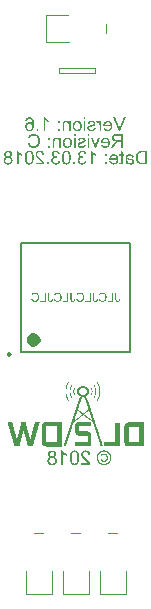
<source format=gbo>
G04*
G04 #@! TF.GenerationSoftware,Altium Limited,Altium Designer,21.0.8 (223)*
G04*
G04 Layer_Color=32896*
%FSLAX25Y25*%
%MOIN*%
G70*
G04*
G04 #@! TF.SameCoordinates,A92B238D-CFD9-4CD7-8B95-F340C1F2EFB7*
G04*
G04*
G04 #@! TF.FilePolarity,Positive*
G04*
G01*
G75*
%ADD30C,0.02362*%
%ADD40C,0.00984*%
%ADD41C,0.00394*%
%ADD42C,0.00787*%
G36*
X41247Y70579D02*
X41299D01*
Y70527D01*
X41350D01*
Y70476D01*
Y70424D01*
X41402D01*
Y70372D01*
Y70320D01*
X41454D01*
Y70268D01*
Y70216D01*
Y70165D01*
X41506D01*
Y70113D01*
Y70061D01*
Y70009D01*
X41558D01*
Y69957D01*
Y69906D01*
Y69854D01*
Y69802D01*
Y69750D01*
X41609D01*
Y69698D01*
Y69647D01*
Y69595D01*
Y69543D01*
Y69491D01*
Y69439D01*
Y69388D01*
Y69336D01*
Y69284D01*
X41558D01*
Y69232D01*
Y69180D01*
Y69129D01*
Y69077D01*
Y69025D01*
Y68973D01*
X41506D01*
Y68921D01*
Y68870D01*
Y68818D01*
Y68766D01*
X41454D01*
Y68714D01*
Y68662D01*
X41402D01*
Y68611D01*
Y68559D01*
X41350D01*
Y68507D01*
Y68455D01*
X41299D01*
Y68403D01*
Y68352D01*
X41247D01*
Y68300D01*
X41091D01*
Y68352D01*
X41040D01*
Y68403D01*
Y68455D01*
X40988D01*
Y68507D01*
X41040D01*
Y68559D01*
Y68611D01*
X41091D01*
Y68662D01*
Y68714D01*
X41143D01*
Y68766D01*
Y68818D01*
X41195D01*
Y68870D01*
Y68921D01*
X41247D01*
Y68973D01*
Y69025D01*
Y69077D01*
X41299D01*
Y69129D01*
Y69180D01*
Y69232D01*
Y69284D01*
Y69336D01*
Y69388D01*
Y69439D01*
Y69491D01*
Y69543D01*
Y69595D01*
Y69647D01*
Y69698D01*
Y69750D01*
Y69802D01*
Y69854D01*
X41247D01*
Y69906D01*
Y69957D01*
Y70009D01*
Y70061D01*
X41195D01*
Y70113D01*
Y70165D01*
X41143D01*
Y70216D01*
Y70268D01*
X41091D01*
Y70320D01*
Y70372D01*
X41040D01*
Y70424D01*
Y70476D01*
Y70527D01*
Y70579D01*
X41091D01*
Y70631D01*
X41247D01*
Y70579D01*
D02*
G37*
G36*
X35756D02*
Y70527D01*
X35808D01*
Y70476D01*
Y70424D01*
Y70372D01*
X35756D01*
Y70320D01*
X35704D01*
Y70268D01*
X35652D01*
Y70216D01*
Y70165D01*
X35600D01*
Y70113D01*
Y70061D01*
X35549D01*
Y70009D01*
Y69957D01*
Y69906D01*
Y69854D01*
X35497D01*
Y69802D01*
Y69750D01*
Y69698D01*
Y69647D01*
Y69595D01*
Y69543D01*
Y69491D01*
Y69439D01*
Y69388D01*
Y69336D01*
Y69284D01*
Y69232D01*
Y69180D01*
Y69129D01*
X35549D01*
Y69077D01*
Y69025D01*
Y68973D01*
Y68921D01*
X35600D01*
Y68870D01*
Y68818D01*
X35652D01*
Y68766D01*
Y68714D01*
X35704D01*
Y68662D01*
Y68611D01*
X35756D01*
Y68559D01*
X35808D01*
Y68507D01*
Y68455D01*
Y68403D01*
X35756D01*
Y68352D01*
X35704D01*
Y68300D01*
X35549D01*
Y68352D01*
X35497D01*
Y68403D01*
Y68455D01*
X35445D01*
Y68507D01*
Y68559D01*
X35393D01*
Y68611D01*
X35341D01*
Y68662D01*
Y68714D01*
Y68766D01*
X35290D01*
Y68818D01*
Y68870D01*
Y68921D01*
X35238D01*
Y68973D01*
Y69025D01*
Y69077D01*
Y69129D01*
Y69180D01*
Y69232D01*
Y69284D01*
Y69336D01*
Y69388D01*
Y69439D01*
Y69491D01*
Y69543D01*
Y69595D01*
Y69647D01*
Y69698D01*
X35186D01*
Y69750D01*
X35238D01*
Y69802D01*
Y69854D01*
Y69906D01*
Y69957D01*
Y70009D01*
X35290D01*
Y70061D01*
Y70113D01*
Y70165D01*
X35341D01*
Y70216D01*
Y70268D01*
X35393D01*
Y70320D01*
Y70372D01*
Y70424D01*
X35445D01*
Y70476D01*
Y70527D01*
X35497D01*
Y70579D01*
X35549D01*
Y70631D01*
X35756D01*
Y70579D01*
D02*
G37*
G36*
X42231Y71563D02*
Y71512D01*
X42283D01*
Y71460D01*
X42335D01*
Y71408D01*
Y71356D01*
X42386D01*
Y71304D01*
Y71253D01*
X42438D01*
Y71201D01*
Y71149D01*
X42490D01*
Y71097D01*
Y71045D01*
X42542D01*
Y70994D01*
Y70942D01*
Y70890D01*
Y70838D01*
X42594D01*
Y70786D01*
Y70735D01*
X42645D01*
Y70683D01*
Y70631D01*
Y70579D01*
X42697D01*
Y70527D01*
Y70476D01*
Y70424D01*
Y70372D01*
Y70320D01*
X42749D01*
Y70268D01*
Y70216D01*
Y70165D01*
Y70113D01*
Y70061D01*
X42801D01*
Y70009D01*
Y69957D01*
Y69906D01*
Y69854D01*
Y69802D01*
Y69750D01*
Y69698D01*
Y69647D01*
Y69595D01*
Y69543D01*
Y69491D01*
Y69439D01*
Y69388D01*
Y69336D01*
Y69284D01*
Y69232D01*
Y69180D01*
Y69129D01*
Y69077D01*
Y69025D01*
Y68973D01*
Y68921D01*
X42749D01*
Y68870D01*
Y68818D01*
Y68766D01*
Y68714D01*
Y68662D01*
Y68611D01*
X42697D01*
Y68559D01*
Y68507D01*
Y68455D01*
Y68403D01*
X42645D01*
Y68352D01*
Y68300D01*
Y68248D01*
X42594D01*
Y68196D01*
Y68144D01*
Y68093D01*
Y68041D01*
X42542D01*
Y67989D01*
Y67937D01*
Y67885D01*
X42490D01*
Y67834D01*
Y67782D01*
X42438D01*
Y67730D01*
Y67678D01*
X42386D01*
Y67626D01*
Y67575D01*
X42335D01*
Y67523D01*
X42283D01*
Y67471D01*
Y67419D01*
X42231D01*
Y67367D01*
X42179D01*
Y67316D01*
X42024D01*
Y67367D01*
X41972D01*
Y67419D01*
Y67471D01*
Y67523D01*
Y67575D01*
X42024D01*
Y67626D01*
Y67678D01*
X42076D01*
Y67730D01*
Y67782D01*
X42127D01*
Y67834D01*
X42179D01*
Y67885D01*
Y67937D01*
X42231D01*
Y67989D01*
Y68041D01*
X42283D01*
Y68093D01*
Y68144D01*
Y68196D01*
X42335D01*
Y68248D01*
Y68300D01*
Y68352D01*
X42386D01*
Y68403D01*
Y68455D01*
Y68507D01*
X42438D01*
Y68559D01*
Y68611D01*
Y68662D01*
Y68714D01*
Y68766D01*
X42490D01*
Y68818D01*
Y68870D01*
Y68921D01*
Y68973D01*
Y69025D01*
Y69077D01*
Y69129D01*
X42542D01*
Y69180D01*
Y69232D01*
Y69284D01*
Y69336D01*
Y69388D01*
Y69439D01*
Y69491D01*
Y69543D01*
Y69595D01*
Y69647D01*
Y69698D01*
Y69750D01*
Y69802D01*
Y69854D01*
Y69906D01*
X42490D01*
Y69957D01*
Y70009D01*
Y70061D01*
Y70113D01*
Y70165D01*
Y70216D01*
X42438D01*
Y70268D01*
Y70320D01*
Y70372D01*
Y70424D01*
Y70476D01*
X42386D01*
Y70527D01*
Y70579D01*
X42335D01*
Y70631D01*
Y70683D01*
Y70735D01*
X42283D01*
Y70786D01*
Y70838D01*
Y70890D01*
X42231D01*
Y70942D01*
Y70994D01*
X42179D01*
Y71045D01*
Y71097D01*
X42127D01*
Y71149D01*
Y71201D01*
X42076D01*
Y71253D01*
X42024D01*
Y71304D01*
Y71356D01*
X41972D01*
Y71408D01*
Y71460D01*
Y71512D01*
Y71563D01*
Y71615D01*
X42231D01*
Y71563D01*
D02*
G37*
G36*
X34772D02*
X34823D01*
Y71512D01*
Y71460D01*
Y71408D01*
X34772D01*
Y71356D01*
Y71304D01*
X34720D01*
Y71253D01*
Y71201D01*
X34668D01*
Y71149D01*
X34616D01*
Y71097D01*
Y71045D01*
X34564D01*
Y70994D01*
Y70942D01*
X34512D01*
Y70890D01*
Y70838D01*
Y70786D01*
X34461D01*
Y70735D01*
Y70683D01*
X34409D01*
Y70631D01*
Y70579D01*
Y70527D01*
X34357D01*
Y70476D01*
Y70424D01*
Y70372D01*
Y70320D01*
X34305D01*
Y70268D01*
Y70216D01*
Y70165D01*
Y70113D01*
Y70061D01*
X34253D01*
Y70009D01*
Y69957D01*
Y69906D01*
Y69854D01*
Y69802D01*
Y69750D01*
Y69698D01*
Y69647D01*
Y69595D01*
Y69543D01*
Y69491D01*
Y69439D01*
Y69388D01*
Y69336D01*
Y69284D01*
Y69232D01*
Y69180D01*
Y69129D01*
Y69077D01*
Y69025D01*
Y68973D01*
Y68921D01*
X34305D01*
Y68870D01*
Y68818D01*
Y68766D01*
Y68714D01*
Y68662D01*
Y68611D01*
X34357D01*
Y68559D01*
Y68507D01*
Y68455D01*
X34409D01*
Y68403D01*
Y68352D01*
Y68300D01*
X34461D01*
Y68248D01*
Y68196D01*
Y68144D01*
X34512D01*
Y68093D01*
Y68041D01*
X34564D01*
Y67989D01*
Y67937D01*
X34616D01*
Y67885D01*
Y67834D01*
X34668D01*
Y67782D01*
Y67730D01*
X34720D01*
Y67678D01*
X34772D01*
Y67626D01*
Y67575D01*
X34823D01*
Y67523D01*
Y67471D01*
Y67419D01*
Y67367D01*
X34772D01*
Y67316D01*
X34564D01*
Y67367D01*
Y67419D01*
X34512D01*
Y67471D01*
X34461D01*
Y67523D01*
Y67575D01*
X34409D01*
Y67626D01*
X34357D01*
Y67678D01*
Y67730D01*
X34305D01*
Y67782D01*
Y67834D01*
X34253D01*
Y67885D01*
Y67937D01*
Y67989D01*
X34202D01*
Y68041D01*
Y68093D01*
Y68144D01*
X34150D01*
Y68196D01*
Y68248D01*
Y68300D01*
X34098D01*
Y68352D01*
Y68403D01*
Y68455D01*
Y68507D01*
X34046D01*
Y68559D01*
Y68611D01*
Y68662D01*
Y68714D01*
Y68766D01*
X33994D01*
Y68818D01*
Y68870D01*
Y68921D01*
Y68973D01*
Y69025D01*
Y69077D01*
Y69129D01*
X33943D01*
Y69180D01*
Y69232D01*
Y69284D01*
Y69336D01*
Y69388D01*
Y69439D01*
Y69491D01*
Y69543D01*
Y69595D01*
Y69647D01*
Y69698D01*
Y69750D01*
Y69802D01*
Y69854D01*
X33994D01*
Y69906D01*
Y69957D01*
Y70009D01*
Y70061D01*
Y70113D01*
Y70165D01*
Y70216D01*
X34046D01*
Y70268D01*
Y70320D01*
Y70372D01*
Y70424D01*
Y70476D01*
X34098D01*
Y70527D01*
Y70579D01*
Y70631D01*
Y70683D01*
X34150D01*
Y70735D01*
Y70786D01*
Y70838D01*
X34202D01*
Y70890D01*
Y70942D01*
Y70994D01*
X34253D01*
Y71045D01*
Y71097D01*
X34305D01*
Y71149D01*
Y71201D01*
X34357D01*
Y71253D01*
Y71304D01*
Y71356D01*
X34409D01*
Y71408D01*
X34461D01*
Y71460D01*
X34512D01*
Y71512D01*
Y71563D01*
X34564D01*
Y71615D01*
X34772D01*
Y71563D01*
D02*
G37*
G36*
X43215Y72599D02*
X43267D01*
Y72548D01*
X43319D01*
Y72496D01*
X43371D01*
Y72444D01*
X43423D01*
Y72392D01*
Y72340D01*
X43474D01*
Y72289D01*
Y72237D01*
X43526D01*
Y72185D01*
X43578D01*
Y72133D01*
Y72081D01*
Y72030D01*
X43630D01*
Y71978D01*
Y71926D01*
X43682D01*
Y71874D01*
Y71822D01*
X43733D01*
Y71771D01*
Y71719D01*
Y71667D01*
X43785D01*
Y71615D01*
Y71563D01*
X43837D01*
Y71512D01*
Y71460D01*
Y71408D01*
X43889D01*
Y71356D01*
Y71304D01*
Y71253D01*
Y71201D01*
X43941D01*
Y71149D01*
Y71097D01*
Y71045D01*
Y70994D01*
X43992D01*
Y70942D01*
Y70890D01*
Y70838D01*
Y70786D01*
Y70735D01*
X44044D01*
Y70683D01*
Y70631D01*
Y70579D01*
Y70527D01*
Y70476D01*
X44096D01*
Y70424D01*
Y70372D01*
Y70320D01*
Y70268D01*
Y70216D01*
Y70165D01*
Y70113D01*
X44148D01*
Y70061D01*
Y70009D01*
Y69957D01*
Y69906D01*
Y69854D01*
Y69802D01*
Y69750D01*
Y69698D01*
Y69647D01*
Y69595D01*
Y69543D01*
Y69491D01*
Y69439D01*
Y69388D01*
Y69336D01*
Y69284D01*
Y69232D01*
Y69180D01*
Y69129D01*
Y69077D01*
Y69025D01*
Y68973D01*
Y68921D01*
Y68870D01*
X44096D01*
Y68818D01*
Y68766D01*
Y68714D01*
Y68662D01*
Y68611D01*
Y68559D01*
Y68507D01*
Y68455D01*
X44044D01*
Y68403D01*
Y68352D01*
Y68300D01*
Y68248D01*
Y68196D01*
X43992D01*
Y68144D01*
Y68093D01*
Y68041D01*
Y67989D01*
X43941D01*
Y67937D01*
Y67885D01*
Y67834D01*
Y67782D01*
X43889D01*
Y67730D01*
Y67678D01*
Y67626D01*
X43837D01*
Y67575D01*
X43889D01*
Y67523D01*
X43837D01*
Y67471D01*
Y67419D01*
Y67367D01*
X43785D01*
Y67316D01*
Y67264D01*
X43733D01*
Y67212D01*
Y67160D01*
X43682D01*
Y67108D01*
Y67057D01*
X43630D01*
Y67005D01*
Y66953D01*
Y66901D01*
X43578D01*
Y66849D01*
Y66798D01*
X43526D01*
Y66746D01*
X43474D01*
Y66694D01*
Y66642D01*
X43423D01*
Y66590D01*
Y66539D01*
X43371D01*
Y66487D01*
Y66435D01*
X43319D01*
Y66383D01*
X43267D01*
Y66331D01*
X43060D01*
Y66383D01*
Y66435D01*
X43008D01*
Y66487D01*
Y66539D01*
X43060D01*
Y66590D01*
Y66642D01*
X43112D01*
Y66694D01*
Y66746D01*
X43164D01*
Y66798D01*
X43215D01*
Y66849D01*
Y66901D01*
X43267D01*
Y66953D01*
Y67005D01*
X43319D01*
Y67057D01*
Y67108D01*
X43371D01*
Y67160D01*
Y67212D01*
X43423D01*
Y67264D01*
Y67316D01*
X43474D01*
Y67367D01*
Y67419D01*
X43526D01*
Y67471D01*
Y67523D01*
X43578D01*
Y67575D01*
Y67626D01*
Y67678D01*
Y67730D01*
X43630D01*
Y67782D01*
Y67834D01*
Y67885D01*
Y67937D01*
X43682D01*
Y67989D01*
Y68041D01*
Y68093D01*
X43733D01*
Y68144D01*
Y68196D01*
Y68248D01*
Y68300D01*
Y68352D01*
X43785D01*
Y68403D01*
Y68455D01*
Y68507D01*
Y68559D01*
Y68611D01*
Y68662D01*
X43837D01*
Y68714D01*
Y68766D01*
Y68818D01*
Y68870D01*
Y68921D01*
Y68973D01*
Y69025D01*
Y69077D01*
Y69129D01*
Y69180D01*
X43889D01*
Y69232D01*
Y69284D01*
Y69336D01*
Y69388D01*
Y69439D01*
Y69491D01*
Y69543D01*
Y69595D01*
Y69647D01*
Y69698D01*
Y69750D01*
Y69802D01*
X43837D01*
Y69854D01*
Y69906D01*
Y69957D01*
Y70009D01*
Y70061D01*
Y70113D01*
Y70165D01*
Y70216D01*
Y70268D01*
Y70320D01*
X43785D01*
Y70372D01*
Y70424D01*
Y70476D01*
Y70527D01*
Y70579D01*
X43733D01*
Y70631D01*
Y70683D01*
Y70735D01*
Y70786D01*
Y70838D01*
X43682D01*
Y70890D01*
Y70942D01*
Y70994D01*
X43630D01*
Y71045D01*
Y71097D01*
Y71149D01*
Y71201D01*
Y71253D01*
Y71304D01*
X43578D01*
Y71356D01*
Y71408D01*
X43526D01*
Y71460D01*
Y71512D01*
Y71563D01*
X43474D01*
Y71615D01*
Y71667D01*
X43423D01*
Y71719D01*
Y71771D01*
Y71822D01*
X43371D01*
Y71874D01*
X43319D01*
Y71926D01*
Y71978D01*
X43267D01*
Y72030D01*
Y72081D01*
X43215D01*
Y72133D01*
X43164D01*
Y72185D01*
Y72237D01*
X43112D01*
Y72289D01*
X43060D01*
Y72340D01*
Y72392D01*
Y72444D01*
X43008D01*
Y72496D01*
X43060D01*
Y72548D01*
Y72599D01*
X43112D01*
Y72651D01*
X43215D01*
Y72599D01*
D02*
G37*
G36*
X33684D02*
X33735D01*
Y72548D01*
Y72496D01*
Y72444D01*
Y72392D01*
X33684D01*
Y72340D01*
Y72289D01*
X33632D01*
Y72237D01*
X33580D01*
Y72185D01*
Y72133D01*
X33528D01*
Y72081D01*
Y72030D01*
X33476D01*
Y71978D01*
X33425D01*
Y71926D01*
Y71874D01*
X33373D01*
Y71822D01*
Y71771D01*
X33321D01*
Y71719D01*
Y71667D01*
X33269D01*
Y71615D01*
Y71563D01*
X33217D01*
Y71512D01*
Y71460D01*
Y71408D01*
Y71356D01*
X33166D01*
Y71304D01*
Y71253D01*
Y71201D01*
X33114D01*
Y71149D01*
Y71097D01*
Y71045D01*
Y70994D01*
X33062D01*
Y70942D01*
Y70890D01*
Y70838D01*
X33010D01*
Y70786D01*
Y70735D01*
Y70683D01*
Y70631D01*
X32958D01*
Y70579D01*
Y70527D01*
Y70476D01*
Y70424D01*
X32907D01*
Y70372D01*
Y70320D01*
Y70268D01*
Y70216D01*
Y70165D01*
Y70113D01*
Y70061D01*
Y70009D01*
X32855D01*
Y69957D01*
Y69906D01*
Y69854D01*
Y69802D01*
Y69750D01*
Y69698D01*
Y69647D01*
Y69595D01*
Y69543D01*
Y69491D01*
Y69439D01*
Y69388D01*
Y69336D01*
Y69284D01*
Y69232D01*
Y69180D01*
Y69129D01*
Y69077D01*
Y69025D01*
Y68973D01*
X32907D01*
Y68921D01*
Y68870D01*
Y68818D01*
Y68766D01*
Y68714D01*
Y68662D01*
Y68611D01*
X32958D01*
Y68559D01*
Y68507D01*
Y68455D01*
Y68403D01*
Y68352D01*
X33010D01*
Y68300D01*
Y68248D01*
Y68196D01*
Y68144D01*
Y68093D01*
X33062D01*
Y68041D01*
Y67989D01*
Y67937D01*
X33114D01*
Y67885D01*
Y67834D01*
Y67782D01*
Y67730D01*
X33166D01*
Y67678D01*
Y67626D01*
X33217D01*
Y67575D01*
Y67523D01*
Y67471D01*
X33269D01*
Y67419D01*
Y67367D01*
Y67316D01*
Y67264D01*
X33321D01*
Y67212D01*
X33373D01*
Y67160D01*
Y67108D01*
X33425D01*
Y67057D01*
Y67005D01*
X33476D01*
Y66953D01*
X33528D01*
Y66901D01*
Y66849D01*
Y66798D01*
X33580D01*
Y66746D01*
X33632D01*
Y66694D01*
X33684D01*
Y66642D01*
Y66590D01*
X33735D01*
Y66539D01*
Y66487D01*
Y66435D01*
Y66383D01*
X33684D01*
Y66331D01*
X33632D01*
Y66280D01*
X33580D01*
Y66331D01*
X33476D01*
Y66383D01*
X33425D01*
Y66435D01*
Y66487D01*
X33373D01*
Y66539D01*
Y66590D01*
X33321D01*
Y66642D01*
X33269D01*
Y66694D01*
Y66746D01*
X33217D01*
Y66798D01*
Y66849D01*
X33166D01*
Y66901D01*
X33114D01*
Y66953D01*
Y67005D01*
Y67057D01*
X33062D01*
Y67108D01*
Y67160D01*
X33010D01*
Y67212D01*
Y67264D01*
X32958D01*
Y67316D01*
Y67367D01*
Y67419D01*
X32907D01*
Y67471D01*
Y67523D01*
Y67575D01*
X32855D01*
Y67626D01*
Y67678D01*
Y67730D01*
X32803D01*
Y67782D01*
Y67834D01*
Y67885D01*
X32751D01*
Y67937D01*
Y67989D01*
Y68041D01*
Y68093D01*
Y68144D01*
X32699D01*
Y68196D01*
Y68248D01*
Y68300D01*
Y68352D01*
X32648D01*
Y68403D01*
Y68455D01*
Y68507D01*
Y68559D01*
Y68611D01*
Y68662D01*
Y68714D01*
X32596D01*
Y68766D01*
Y68818D01*
Y68870D01*
Y68921D01*
Y68973D01*
Y69025D01*
Y69077D01*
Y69129D01*
Y69180D01*
Y69232D01*
Y69284D01*
Y69336D01*
Y69388D01*
Y69439D01*
Y69491D01*
Y69543D01*
Y69595D01*
Y69647D01*
Y69698D01*
Y69750D01*
Y69802D01*
Y69854D01*
Y69906D01*
Y69957D01*
Y70009D01*
Y70061D01*
Y70113D01*
Y70165D01*
Y70216D01*
Y70268D01*
X32648D01*
Y70320D01*
Y70372D01*
Y70424D01*
Y70476D01*
Y70527D01*
Y70579D01*
X32699D01*
Y70631D01*
Y70683D01*
Y70735D01*
Y70786D01*
Y70838D01*
X32751D01*
Y70890D01*
Y70942D01*
Y70994D01*
Y71045D01*
X32803D01*
Y71097D01*
Y71149D01*
Y71201D01*
X32855D01*
Y71253D01*
Y71304D01*
Y71356D01*
X32907D01*
Y71408D01*
Y71460D01*
Y71512D01*
Y71563D01*
X32958D01*
Y71615D01*
Y71667D01*
X33010D01*
Y71719D01*
Y71771D01*
Y71822D01*
X33062D01*
Y71874D01*
Y71926D01*
X33114D01*
Y71978D01*
Y72030D01*
X33166D01*
Y72081D01*
Y72133D01*
X33217D01*
Y72185D01*
Y72237D01*
X33269D01*
Y72289D01*
Y72340D01*
X33321D01*
Y72392D01*
X33373D01*
Y72444D01*
Y72496D01*
X33425D01*
Y72548D01*
X33476D01*
Y72599D01*
X33528D01*
Y72651D01*
X33684D01*
Y72599D01*
D02*
G37*
G36*
X23997Y59286D02*
Y59234D01*
X23945D01*
Y59183D01*
Y59131D01*
Y59079D01*
Y59027D01*
X23893D01*
Y58975D01*
Y58924D01*
Y58872D01*
Y58820D01*
X23841D01*
Y58768D01*
Y58716D01*
Y58665D01*
Y58613D01*
X23789D01*
Y58561D01*
Y58509D01*
Y58457D01*
X23738D01*
Y58406D01*
Y58354D01*
Y58302D01*
X23686D01*
Y58250D01*
Y58198D01*
Y58147D01*
Y58095D01*
X23634D01*
Y58043D01*
Y57991D01*
Y57939D01*
X23582D01*
Y57888D01*
Y57836D01*
Y57784D01*
X23530D01*
Y57732D01*
Y57680D01*
Y57628D01*
Y57577D01*
X23479D01*
Y57525D01*
Y57473D01*
Y57421D01*
Y57369D01*
Y57318D01*
X23427D01*
Y57266D01*
Y57214D01*
Y57162D01*
X23375D01*
Y57110D01*
Y57059D01*
Y57007D01*
X23323D01*
Y56955D01*
Y56903D01*
Y56851D01*
Y56800D01*
X23271D01*
Y56748D01*
Y56696D01*
Y56644D01*
X23220D01*
Y56592D01*
Y56541D01*
Y56489D01*
Y56437D01*
X23168D01*
Y56385D01*
Y56333D01*
Y56282D01*
X23116D01*
Y56230D01*
Y56178D01*
Y56126D01*
X23064D01*
Y56074D01*
Y56023D01*
Y55971D01*
Y55919D01*
Y55867D01*
X23012D01*
Y55815D01*
Y55764D01*
Y55712D01*
X22961D01*
Y55660D01*
Y55608D01*
Y55556D01*
Y55505D01*
X22909D01*
Y55453D01*
Y55401D01*
Y55349D01*
X22857D01*
Y55297D01*
Y55246D01*
Y55194D01*
Y55142D01*
X22805D01*
Y55090D01*
Y55038D01*
Y54987D01*
X22753D01*
Y54935D01*
Y54883D01*
Y54831D01*
X22702D01*
Y54779D01*
Y54728D01*
Y54676D01*
Y54624D01*
X22650D01*
Y54572D01*
Y54520D01*
Y54469D01*
X22598D01*
Y54417D01*
Y54365D01*
Y54313D01*
Y54261D01*
Y54210D01*
X22546D01*
Y54158D01*
Y54106D01*
Y54054D01*
Y54002D01*
X22494D01*
Y53951D01*
Y53899D01*
Y53847D01*
X22443D01*
Y53795D01*
Y53743D01*
Y53692D01*
X22391D01*
Y53640D01*
Y53588D01*
Y53536D01*
X22339D01*
Y53484D01*
Y53432D01*
Y53381D01*
Y53329D01*
X22287D01*
Y53277D01*
Y53225D01*
Y53173D01*
X22235D01*
Y53122D01*
Y53070D01*
Y53018D01*
X22184D01*
Y52966D01*
Y52914D01*
Y52863D01*
Y52811D01*
X22132D01*
Y52759D01*
Y52707D01*
Y52655D01*
Y52604D01*
Y52552D01*
X22080D01*
Y52500D01*
Y52448D01*
Y52396D01*
X22028D01*
Y52345D01*
Y52293D01*
Y52241D01*
X21976D01*
Y52189D01*
Y52137D01*
Y52086D01*
Y52034D01*
X21925D01*
Y51982D01*
Y51930D01*
Y51878D01*
X21873D01*
Y51827D01*
Y51775D01*
Y51723D01*
Y51671D01*
X21821D01*
Y51619D01*
Y51568D01*
Y51516D01*
X21769D01*
Y51464D01*
Y51412D01*
Y51360D01*
Y51309D01*
X21717D01*
Y51257D01*
Y51205D01*
Y51153D01*
X20060D01*
Y51205D01*
Y51257D01*
Y51309D01*
X20008D01*
Y51360D01*
Y51412D01*
Y51464D01*
X19956D01*
Y51516D01*
Y51568D01*
Y51619D01*
Y51671D01*
X19904D01*
Y51723D01*
Y51775D01*
Y51827D01*
X19852D01*
Y51878D01*
Y51930D01*
Y51982D01*
Y52034D01*
X19801D01*
Y52086D01*
Y52137D01*
Y52189D01*
X19749D01*
Y52241D01*
Y52293D01*
Y52345D01*
X19697D01*
Y52396D01*
Y52448D01*
Y52500D01*
Y52552D01*
Y52604D01*
Y52655D01*
X19645D01*
Y52707D01*
Y52759D01*
Y52811D01*
X19593D01*
Y52863D01*
Y52914D01*
Y52966D01*
Y53018D01*
X19542D01*
Y53070D01*
Y53122D01*
Y53173D01*
X19490D01*
Y53225D01*
Y53277D01*
Y53329D01*
Y53381D01*
X19438D01*
Y53432D01*
Y53484D01*
Y53536D01*
X19386D01*
Y53588D01*
Y53640D01*
Y53692D01*
X19334D01*
Y53743D01*
Y53795D01*
Y53847D01*
Y53899D01*
X19283D01*
Y53951D01*
Y54002D01*
Y54054D01*
Y54106D01*
Y54158D01*
X19231D01*
Y54210D01*
Y54261D01*
Y54313D01*
Y54365D01*
X19179D01*
Y54417D01*
Y54469D01*
Y54520D01*
X19127D01*
Y54572D01*
Y54624D01*
Y54676D01*
Y54728D01*
X19075D01*
Y54779D01*
Y54831D01*
Y54883D01*
X19024D01*
Y54935D01*
Y54987D01*
Y55038D01*
Y55090D01*
X18972D01*
Y55142D01*
Y55194D01*
Y55246D01*
X18920D01*
Y55297D01*
Y55349D01*
Y55401D01*
X18868D01*
Y55453D01*
Y55505D01*
Y55556D01*
Y55608D01*
X18816D01*
Y55660D01*
Y55712D01*
Y55764D01*
Y55815D01*
Y55867D01*
X18765D01*
Y55919D01*
Y55971D01*
Y56023D01*
Y56074D01*
X18713D01*
Y56126D01*
Y56178D01*
Y56230D01*
X18661D01*
Y56282D01*
Y56333D01*
X18557D01*
Y56282D01*
Y56230D01*
Y56178D01*
X18506D01*
Y56126D01*
Y56074D01*
Y56023D01*
X18454D01*
Y55971D01*
Y55919D01*
Y55867D01*
Y55815D01*
X18402D01*
Y55764D01*
Y55712D01*
Y55660D01*
X18350D01*
Y55608D01*
Y55556D01*
Y55505D01*
Y55453D01*
X18298D01*
Y55401D01*
Y55349D01*
Y55297D01*
Y55246D01*
X18247D01*
Y55194D01*
Y55142D01*
Y55090D01*
X18195D01*
Y55038D01*
Y54987D01*
Y54935D01*
Y54883D01*
X18143D01*
Y54831D01*
X18195D01*
Y54779D01*
X18143D01*
Y54728D01*
Y54676D01*
Y54624D01*
X18091D01*
Y54572D01*
Y54520D01*
Y54469D01*
Y54417D01*
X18039D01*
Y54365D01*
Y54313D01*
Y54261D01*
X17988D01*
Y54210D01*
Y54158D01*
Y54106D01*
Y54054D01*
X17936D01*
Y54002D01*
Y53951D01*
Y53899D01*
Y53847D01*
X17884D01*
Y53795D01*
Y53743D01*
Y53692D01*
X17832D01*
Y53640D01*
Y53588D01*
Y53536D01*
Y53484D01*
X17780D01*
Y53432D01*
Y53381D01*
Y53329D01*
X17729D01*
Y53277D01*
Y53225D01*
Y53173D01*
Y53122D01*
X17677D01*
Y53070D01*
X17729D01*
Y53018D01*
X17677D01*
Y52966D01*
Y52914D01*
Y52863D01*
X17625D01*
Y52811D01*
Y52759D01*
Y52707D01*
Y52655D01*
X17573D01*
Y52604D01*
Y52552D01*
Y52500D01*
X17521D01*
Y52448D01*
Y52396D01*
Y52345D01*
Y52293D01*
X17470D01*
Y52241D01*
Y52189D01*
Y52137D01*
Y52086D01*
X17418D01*
Y52034D01*
Y51982D01*
Y51930D01*
X17366D01*
Y51878D01*
Y51827D01*
Y51775D01*
Y51723D01*
X17314D01*
Y51671D01*
Y51619D01*
Y51568D01*
X17262D01*
Y51516D01*
Y51464D01*
Y51412D01*
Y51360D01*
Y51309D01*
Y51257D01*
X17210D01*
Y51205D01*
Y51153D01*
X15605D01*
Y51205D01*
Y51257D01*
Y51309D01*
X15553D01*
Y51360D01*
Y51412D01*
Y51464D01*
Y51516D01*
X15501D01*
Y51568D01*
Y51619D01*
Y51671D01*
X15449D01*
Y51723D01*
Y51775D01*
Y51827D01*
X15397D01*
Y51878D01*
Y51930D01*
Y51982D01*
X15346D01*
Y52034D01*
Y52086D01*
Y52137D01*
Y52189D01*
X15294D01*
Y52241D01*
Y52293D01*
Y52345D01*
X15242D01*
Y52396D01*
Y52448D01*
Y52500D01*
Y52552D01*
Y52604D01*
X15190D01*
Y52655D01*
Y52707D01*
Y52759D01*
X15138D01*
Y52811D01*
Y52863D01*
Y52914D01*
X15087D01*
Y52966D01*
Y53018D01*
Y53070D01*
Y53122D01*
X15035D01*
Y53173D01*
Y53225D01*
X14983D01*
Y53277D01*
Y53329D01*
Y53381D01*
Y53432D01*
X14931D01*
Y53484D01*
Y53536D01*
Y53588D01*
X14879D01*
Y53640D01*
Y53692D01*
Y53743D01*
X14828D01*
Y53795D01*
Y53847D01*
Y53899D01*
X14776D01*
Y53951D01*
X14828D01*
Y54002D01*
X14776D01*
Y54054D01*
Y54106D01*
Y54158D01*
X14724D01*
Y54210D01*
Y54261D01*
Y54313D01*
Y54365D01*
X14672D01*
Y54417D01*
Y54469D01*
X14620D01*
Y54520D01*
Y54572D01*
Y54624D01*
Y54676D01*
X14569D01*
Y54728D01*
Y54779D01*
Y54831D01*
X14517D01*
Y54883D01*
Y54935D01*
Y54987D01*
X14465D01*
Y55038D01*
Y55090D01*
Y55142D01*
Y55194D01*
X14413D01*
Y55246D01*
Y55297D01*
Y55349D01*
Y55401D01*
X14361D01*
Y55453D01*
Y55505D01*
Y55556D01*
Y55608D01*
X14310D01*
Y55660D01*
Y55712D01*
Y55764D01*
X14258D01*
Y55815D01*
Y55867D01*
Y55919D01*
X14206D01*
Y55971D01*
Y56023D01*
Y56074D01*
X14154D01*
Y56126D01*
Y56178D01*
Y56230D01*
X14102D01*
Y56282D01*
Y56333D01*
Y56385D01*
Y56437D01*
X14051D01*
Y56489D01*
Y56541D01*
Y56592D01*
X13999D01*
Y56644D01*
Y56696D01*
Y56748D01*
X13947D01*
Y56800D01*
Y56851D01*
Y56903D01*
X13895D01*
Y56955D01*
X13947D01*
Y57007D01*
X13895D01*
Y57059D01*
Y57110D01*
Y57162D01*
X13843D01*
Y57214D01*
Y57266D01*
Y57318D01*
X13792D01*
Y57369D01*
Y57421D01*
Y57473D01*
Y57525D01*
X13740D01*
Y57577D01*
Y57628D01*
Y57680D01*
X13688D01*
Y57732D01*
Y57784D01*
Y57836D01*
X13636D01*
Y57888D01*
Y57939D01*
Y57991D01*
X13584D01*
Y58043D01*
Y58095D01*
Y58147D01*
X13532D01*
Y58198D01*
Y58250D01*
Y58302D01*
Y58354D01*
X13481D01*
Y58406D01*
Y58457D01*
Y58509D01*
X13429D01*
Y58561D01*
Y58613D01*
Y58665D01*
Y58716D01*
Y58768D01*
X13377D01*
Y58820D01*
Y58872D01*
Y58924D01*
X13325D01*
Y58975D01*
Y59027D01*
Y59079D01*
X13273D01*
Y59131D01*
Y59183D01*
Y59234D01*
X13222D01*
Y59286D01*
Y59338D01*
X14776D01*
Y59286D01*
Y59234D01*
Y59183D01*
Y59131D01*
X14828D01*
Y59079D01*
Y59027D01*
Y58975D01*
X14879D01*
Y58924D01*
Y58872D01*
Y58820D01*
X14931D01*
Y58768D01*
Y58716D01*
Y58665D01*
Y58613D01*
X14983D01*
Y58561D01*
Y58509D01*
Y58457D01*
X15035D01*
Y58406D01*
Y58354D01*
Y58302D01*
Y58250D01*
X15087D01*
Y58198D01*
Y58147D01*
Y58095D01*
Y58043D01*
X15138D01*
Y57991D01*
Y57939D01*
Y57888D01*
Y57836D01*
X15190D01*
Y57784D01*
Y57732D01*
Y57680D01*
X15242D01*
Y57628D01*
Y57577D01*
Y57525D01*
Y57473D01*
X15294D01*
Y57421D01*
Y57369D01*
Y57318D01*
X15346D01*
Y57266D01*
Y57214D01*
Y57162D01*
X15397D01*
Y57110D01*
Y57059D01*
Y57007D01*
Y56955D01*
X15449D01*
Y56903D01*
Y56851D01*
Y56800D01*
X15501D01*
Y56748D01*
Y56696D01*
Y56644D01*
Y56592D01*
Y56541D01*
X15553D01*
Y56489D01*
Y56437D01*
Y56385D01*
X15605D01*
Y56333D01*
Y56282D01*
Y56230D01*
Y56178D01*
X15656D01*
Y56126D01*
Y56074D01*
Y56023D01*
X15708D01*
Y55971D01*
Y55919D01*
Y55867D01*
Y55815D01*
X15760D01*
Y55764D01*
Y55712D01*
Y55660D01*
X15812D01*
Y55608D01*
Y55556D01*
Y55505D01*
X15864D01*
Y55453D01*
Y55401D01*
Y55349D01*
Y55297D01*
X15915D01*
Y55246D01*
Y55194D01*
Y55142D01*
X15967D01*
Y55090D01*
X15915D01*
Y55038D01*
X15967D01*
Y54987D01*
Y54935D01*
Y54883D01*
X16019D01*
Y54831D01*
Y54779D01*
Y54728D01*
Y54676D01*
X16071D01*
Y54624D01*
Y54572D01*
Y54520D01*
X16123D01*
Y54469D01*
Y54417D01*
Y54365D01*
X16174D01*
Y54313D01*
Y54261D01*
Y54210D01*
X16226D01*
Y54158D01*
Y54106D01*
Y54054D01*
Y54002D01*
X16278D01*
Y53951D01*
Y53899D01*
Y53847D01*
Y53795D01*
X16330D01*
Y53743D01*
Y53692D01*
Y53640D01*
X16382D01*
Y53588D01*
X16330D01*
Y53536D01*
X16433D01*
Y53588D01*
X16485D01*
Y53640D01*
Y53692D01*
X16537D01*
Y53743D01*
Y53795D01*
Y53847D01*
X16589D01*
Y53899D01*
Y53951D01*
Y54002D01*
Y54054D01*
Y54106D01*
Y54158D01*
X16641D01*
Y54210D01*
Y54261D01*
Y54313D01*
X16692D01*
Y54365D01*
Y54417D01*
Y54469D01*
Y54520D01*
X16744D01*
Y54572D01*
Y54624D01*
Y54676D01*
Y54728D01*
X16796D01*
Y54779D01*
Y54831D01*
Y54883D01*
X16848D01*
Y54935D01*
Y54987D01*
Y55038D01*
Y55090D01*
X16900D01*
Y55142D01*
Y55194D01*
Y55246D01*
Y55297D01*
X16951D01*
Y55349D01*
Y55401D01*
Y55453D01*
Y55505D01*
X17003D01*
Y55556D01*
Y55608D01*
Y55660D01*
Y55712D01*
Y55764D01*
X17055D01*
Y55815D01*
Y55867D01*
Y55919D01*
Y55971D01*
X17107D01*
Y56023D01*
Y56074D01*
Y56126D01*
X17159D01*
Y56178D01*
Y56230D01*
Y56282D01*
Y56333D01*
X17210D01*
Y56385D01*
Y56437D01*
Y56489D01*
Y56541D01*
X17262D01*
Y56592D01*
Y56644D01*
Y56696D01*
X17314D01*
Y56748D01*
Y56800D01*
Y56851D01*
Y56903D01*
X17366D01*
Y56955D01*
Y57007D01*
Y57059D01*
Y57110D01*
X17418D01*
Y57162D01*
Y57214D01*
Y57266D01*
Y57318D01*
Y57369D01*
X17470D01*
Y57421D01*
Y57473D01*
Y57525D01*
Y57577D01*
X17521D01*
Y57628D01*
Y57680D01*
Y57732D01*
Y57784D01*
X17573D01*
Y57836D01*
Y57888D01*
Y57939D01*
X17625D01*
Y57991D01*
Y58043D01*
Y58095D01*
Y58147D01*
X17677D01*
Y58198D01*
Y58250D01*
Y58302D01*
Y58354D01*
X17729D01*
Y58406D01*
Y58457D01*
Y58509D01*
X17780D01*
Y58561D01*
Y58613D01*
Y58665D01*
Y58716D01*
X17832D01*
Y58768D01*
Y58820D01*
Y58872D01*
Y58924D01*
X17884D01*
Y58975D01*
Y59027D01*
Y59079D01*
Y59131D01*
Y59183D01*
X17936D01*
Y59234D01*
Y59286D01*
Y59338D01*
X19231D01*
Y59286D01*
Y59234D01*
Y59183D01*
X19283D01*
Y59131D01*
Y59079D01*
Y59027D01*
X19334D01*
Y58975D01*
Y58924D01*
Y58872D01*
Y58820D01*
X19386D01*
Y58768D01*
Y58716D01*
Y58665D01*
X19438D01*
Y58613D01*
Y58561D01*
Y58509D01*
Y58457D01*
X19490D01*
Y58406D01*
Y58354D01*
Y58302D01*
X19542D01*
Y58250D01*
Y58198D01*
Y58147D01*
Y58095D01*
Y58043D01*
X19593D01*
Y57991D01*
Y57939D01*
Y57888D01*
Y57836D01*
X19645D01*
Y57784D01*
Y57732D01*
Y57680D01*
X19697D01*
Y57628D01*
Y57577D01*
Y57525D01*
Y57473D01*
X19749D01*
Y57421D01*
Y57369D01*
Y57318D01*
X19801D01*
Y57266D01*
Y57214D01*
Y57162D01*
X19852D01*
Y57110D01*
Y57059D01*
Y57007D01*
Y56955D01*
X19904D01*
Y56903D01*
Y56851D01*
Y56800D01*
Y56748D01*
Y56696D01*
X19956D01*
Y56644D01*
Y56592D01*
Y56541D01*
Y56489D01*
X20008D01*
Y56437D01*
Y56385D01*
Y56333D01*
X20060D01*
Y56282D01*
Y56230D01*
Y56178D01*
X20111D01*
Y56126D01*
Y56074D01*
Y56023D01*
Y55971D01*
X20163D01*
Y55919D01*
Y55867D01*
Y55815D01*
X20215D01*
Y55764D01*
Y55712D01*
Y55660D01*
Y55608D01*
X20267D01*
Y55556D01*
Y55505D01*
Y55453D01*
X20319D01*
Y55401D01*
Y55349D01*
Y55297D01*
Y55246D01*
X20370D01*
Y55194D01*
Y55142D01*
Y55090D01*
Y55038D01*
Y54987D01*
X20422D01*
Y54935D01*
Y54883D01*
Y54831D01*
X20474D01*
Y54779D01*
Y54728D01*
Y54676D01*
Y54624D01*
X20526D01*
Y54572D01*
Y54520D01*
Y54469D01*
X20578D01*
Y54417D01*
Y54365D01*
Y54313D01*
Y54261D01*
X20629D01*
Y54210D01*
Y54158D01*
Y54106D01*
X20681D01*
Y54054D01*
Y54002D01*
Y53951D01*
Y53899D01*
X20733D01*
Y53847D01*
Y53795D01*
Y53743D01*
X20785D01*
Y53692D01*
Y53640D01*
Y53588D01*
X20837D01*
Y53536D01*
X20888D01*
Y53588D01*
X20940D01*
Y53640D01*
Y53692D01*
Y53743D01*
Y53795D01*
X20992D01*
Y53847D01*
Y53899D01*
Y53951D01*
X21044D01*
Y54002D01*
X20992D01*
Y54054D01*
X21044D01*
Y54106D01*
Y54158D01*
Y54210D01*
X21096D01*
Y54261D01*
Y54313D01*
Y54365D01*
Y54417D01*
X21147D01*
Y54469D01*
Y54520D01*
Y54572D01*
Y54624D01*
X21199D01*
Y54676D01*
Y54728D01*
Y54779D01*
X21251D01*
Y54831D01*
Y54883D01*
Y54935D01*
Y54987D01*
X21303D01*
Y55038D01*
Y55090D01*
Y55142D01*
X21355D01*
Y55194D01*
Y55246D01*
Y55297D01*
Y55349D01*
X21407D01*
Y55401D01*
Y55453D01*
Y55505D01*
Y55556D01*
Y55608D01*
X21458D01*
Y55660D01*
Y55712D01*
X21510D01*
Y55764D01*
X21458D01*
Y55815D01*
X21510D01*
Y55867D01*
Y55919D01*
Y55971D01*
X21562D01*
Y56023D01*
Y56074D01*
Y56126D01*
Y56178D01*
X21614D01*
Y56230D01*
Y56282D01*
Y56333D01*
Y56385D01*
X21666D01*
Y56437D01*
Y56489D01*
Y56541D01*
X21717D01*
Y56592D01*
Y56644D01*
Y56696D01*
Y56748D01*
X21769D01*
Y56800D01*
Y56851D01*
Y56903D01*
X21821D01*
Y56955D01*
Y57007D01*
Y57059D01*
Y57110D01*
X21873D01*
Y57162D01*
Y57214D01*
Y57266D01*
Y57318D01*
Y57369D01*
X21925D01*
Y57421D01*
Y57473D01*
Y57525D01*
Y57577D01*
X21976D01*
Y57628D01*
Y57680D01*
Y57732D01*
Y57784D01*
X22028D01*
Y57836D01*
Y57888D01*
Y57939D01*
X22080D01*
Y57991D01*
Y58043D01*
Y58095D01*
Y58147D01*
X22132D01*
Y58198D01*
Y58250D01*
Y58302D01*
X22184D01*
Y58354D01*
Y58406D01*
Y58457D01*
Y58509D01*
X22235D01*
Y58561D01*
Y58613D01*
Y58665D01*
Y58716D01*
X22287D01*
Y58768D01*
Y58820D01*
Y58872D01*
X22339D01*
Y58924D01*
Y58975D01*
Y59027D01*
Y59079D01*
X22391D01*
Y59131D01*
Y59183D01*
Y59234D01*
Y59286D01*
Y59338D01*
X23997D01*
Y59286D01*
D02*
G37*
G36*
X58704Y59131D02*
Y59079D01*
Y59027D01*
Y58975D01*
Y58924D01*
Y58872D01*
Y58820D01*
Y58768D01*
Y58716D01*
Y58665D01*
Y58613D01*
Y58561D01*
Y58509D01*
Y58457D01*
Y58406D01*
Y58354D01*
Y58302D01*
Y58250D01*
Y58198D01*
Y58147D01*
Y58095D01*
Y58043D01*
Y57991D01*
Y57939D01*
Y57888D01*
Y57836D01*
Y57784D01*
Y57732D01*
Y57680D01*
Y57628D01*
Y57577D01*
Y57525D01*
Y57473D01*
Y57421D01*
Y57369D01*
Y57318D01*
Y57266D01*
Y57214D01*
Y57162D01*
Y57110D01*
Y57059D01*
Y57007D01*
Y56955D01*
Y56903D01*
Y56851D01*
Y56800D01*
Y56748D01*
Y56696D01*
Y56644D01*
Y56592D01*
Y56541D01*
Y56489D01*
Y56437D01*
Y56385D01*
Y56333D01*
Y56282D01*
Y56230D01*
Y56178D01*
Y56126D01*
Y56074D01*
Y56023D01*
Y55971D01*
Y55919D01*
Y55867D01*
Y55815D01*
Y55764D01*
Y55712D01*
Y55660D01*
Y55608D01*
Y55556D01*
Y55505D01*
Y55453D01*
Y55401D01*
Y55349D01*
Y55297D01*
Y55246D01*
Y55194D01*
Y55142D01*
Y55090D01*
Y55038D01*
Y54987D01*
Y54935D01*
Y54883D01*
Y54831D01*
Y54779D01*
Y54728D01*
Y54676D01*
Y54624D01*
Y54572D01*
Y54520D01*
Y54469D01*
Y54417D01*
Y54365D01*
Y54313D01*
Y54261D01*
Y54210D01*
Y54158D01*
Y54106D01*
Y54054D01*
Y54002D01*
Y53951D01*
Y53899D01*
Y53847D01*
Y53795D01*
Y53743D01*
Y53692D01*
Y53640D01*
Y53588D01*
Y53536D01*
Y53484D01*
Y53432D01*
Y53381D01*
Y53329D01*
Y53277D01*
Y53225D01*
Y53173D01*
Y53122D01*
Y53070D01*
Y53018D01*
Y52966D01*
Y52914D01*
Y52863D01*
Y52811D01*
Y52759D01*
Y52707D01*
Y52655D01*
Y52604D01*
Y52552D01*
Y52500D01*
Y52448D01*
Y52396D01*
Y52345D01*
Y52293D01*
Y52241D01*
Y52189D01*
Y52137D01*
Y52086D01*
Y52034D01*
Y51982D01*
Y51930D01*
Y51878D01*
Y51827D01*
Y51775D01*
Y51723D01*
Y51671D01*
Y51619D01*
Y51568D01*
Y51516D01*
Y51464D01*
Y51412D01*
Y51360D01*
Y51309D01*
Y51257D01*
Y51205D01*
Y51153D01*
X53317D01*
Y51205D01*
X53110D01*
Y51257D01*
X52954D01*
Y51309D01*
X52799D01*
Y51360D01*
X52747D01*
Y51412D01*
X52643D01*
Y51464D01*
X52592D01*
Y51516D01*
X52540D01*
Y51568D01*
X52488D01*
Y51619D01*
Y51671D01*
X52436D01*
Y51723D01*
X52384D01*
Y51775D01*
Y51827D01*
X52333D01*
Y51878D01*
Y51930D01*
Y51982D01*
X52281D01*
Y52034D01*
Y52086D01*
Y52137D01*
Y52189D01*
Y52241D01*
X52229D01*
Y52293D01*
Y52345D01*
Y52396D01*
Y52448D01*
Y52500D01*
Y52552D01*
Y52604D01*
Y52655D01*
Y52707D01*
Y52759D01*
Y52811D01*
Y52863D01*
Y52914D01*
Y52966D01*
Y53018D01*
Y53070D01*
Y53122D01*
Y53173D01*
Y53225D01*
Y53277D01*
Y53329D01*
Y53381D01*
Y53432D01*
Y53484D01*
Y53536D01*
Y53588D01*
Y53640D01*
Y53692D01*
Y53743D01*
Y53795D01*
Y53847D01*
Y53899D01*
Y53951D01*
Y54002D01*
Y54054D01*
Y54106D01*
Y54158D01*
Y54210D01*
Y54261D01*
Y54313D01*
Y54365D01*
Y54417D01*
Y54469D01*
Y54520D01*
Y54572D01*
Y54624D01*
Y54676D01*
Y54728D01*
Y54779D01*
Y54831D01*
Y54883D01*
Y54935D01*
Y54987D01*
Y55038D01*
Y55090D01*
Y55142D01*
Y55194D01*
Y55246D01*
Y55297D01*
Y55349D01*
Y55401D01*
Y55453D01*
Y55505D01*
Y55556D01*
Y55608D01*
Y55660D01*
Y55712D01*
Y55764D01*
Y55815D01*
Y55867D01*
Y55919D01*
Y55971D01*
Y56023D01*
Y56074D01*
Y56126D01*
Y56178D01*
Y56230D01*
Y56282D01*
Y56333D01*
Y56385D01*
Y56437D01*
Y56489D01*
Y56541D01*
Y56592D01*
Y56644D01*
Y56696D01*
Y56748D01*
Y56800D01*
Y56851D01*
Y56903D01*
Y56955D01*
Y57007D01*
Y57059D01*
Y57110D01*
Y57162D01*
Y57214D01*
Y57266D01*
Y57318D01*
Y57369D01*
Y57421D01*
Y57473D01*
Y57525D01*
Y57577D01*
Y57628D01*
Y57680D01*
Y57732D01*
Y57784D01*
Y57836D01*
Y57888D01*
Y57939D01*
Y57991D01*
Y58043D01*
X52281D01*
Y58095D01*
Y58147D01*
Y58198D01*
X52333D01*
Y58250D01*
Y58302D01*
Y58354D01*
X52384D01*
Y58406D01*
Y58457D01*
X52436D01*
Y58509D01*
X52488D01*
Y58561D01*
Y58613D01*
X52540D01*
Y58665D01*
X52592D01*
Y58716D01*
X52643D01*
Y58768D01*
X52695D01*
Y58820D01*
X52747D01*
Y58872D01*
X52851D01*
Y58924D01*
X52902D01*
Y58975D01*
X53006D01*
Y59027D01*
X53110D01*
Y59079D01*
X53213D01*
Y59131D01*
X53421D01*
Y59183D01*
X58704D01*
Y59131D01*
D02*
G37*
G36*
X50727Y59079D02*
Y59027D01*
Y58975D01*
Y58924D01*
Y58872D01*
Y58820D01*
Y58768D01*
Y58716D01*
Y58665D01*
Y58613D01*
Y58561D01*
Y58509D01*
Y58457D01*
Y58406D01*
Y58354D01*
Y58302D01*
Y58250D01*
Y58198D01*
Y58147D01*
Y58095D01*
Y58043D01*
Y57991D01*
Y57939D01*
Y57888D01*
Y57836D01*
Y57784D01*
Y57732D01*
Y57680D01*
Y57628D01*
Y57577D01*
Y57525D01*
Y57473D01*
Y57421D01*
Y57369D01*
Y57318D01*
Y57266D01*
Y57214D01*
Y57162D01*
Y57110D01*
Y57059D01*
Y57007D01*
Y56955D01*
Y56903D01*
Y56851D01*
Y56800D01*
Y56748D01*
Y56696D01*
Y56644D01*
Y56592D01*
Y56541D01*
Y56489D01*
Y56437D01*
Y56385D01*
Y56333D01*
Y56282D01*
Y56230D01*
Y56178D01*
Y56126D01*
Y56074D01*
Y56023D01*
Y55971D01*
Y55919D01*
Y55867D01*
Y55815D01*
Y55764D01*
Y55712D01*
Y55660D01*
Y55608D01*
Y55556D01*
Y55505D01*
Y55453D01*
Y55401D01*
Y55349D01*
Y55297D01*
Y55246D01*
Y55194D01*
Y55142D01*
Y55090D01*
Y55038D01*
Y54987D01*
Y54935D01*
Y54883D01*
Y54831D01*
Y54779D01*
Y54728D01*
Y54676D01*
Y54624D01*
Y54572D01*
Y54520D01*
Y54469D01*
Y54417D01*
Y54365D01*
Y54313D01*
Y54261D01*
Y54210D01*
Y54158D01*
Y54106D01*
Y54054D01*
Y54002D01*
Y53951D01*
Y53899D01*
Y53847D01*
Y53795D01*
Y53743D01*
Y53692D01*
Y53640D01*
Y53588D01*
Y53536D01*
Y53484D01*
Y53432D01*
Y53381D01*
Y53329D01*
Y53277D01*
Y53225D01*
Y53173D01*
Y53122D01*
Y53070D01*
Y53018D01*
Y52966D01*
Y52914D01*
Y52863D01*
Y52811D01*
Y52759D01*
Y52707D01*
Y52655D01*
Y52604D01*
Y52552D01*
Y52500D01*
Y52448D01*
Y52396D01*
Y52345D01*
Y52293D01*
Y52241D01*
Y52189D01*
Y52137D01*
Y52086D01*
Y52034D01*
Y51982D01*
Y51930D01*
Y51878D01*
Y51827D01*
Y51775D01*
Y51723D01*
Y51671D01*
Y51619D01*
Y51568D01*
Y51516D01*
Y51464D01*
Y51412D01*
Y51360D01*
Y51309D01*
Y51257D01*
Y51205D01*
Y51153D01*
X45546D01*
Y51205D01*
Y51257D01*
Y51309D01*
Y51360D01*
Y51412D01*
Y51464D01*
Y51516D01*
Y51568D01*
Y51619D01*
Y51671D01*
Y51723D01*
Y51775D01*
Y51827D01*
Y51878D01*
Y51930D01*
Y51982D01*
Y52034D01*
Y52086D01*
Y52137D01*
Y52189D01*
Y52241D01*
Y52293D01*
Y52345D01*
Y52396D01*
Y52448D01*
Y52500D01*
X49224D01*
Y52552D01*
Y52604D01*
Y52655D01*
Y52707D01*
Y52759D01*
Y52811D01*
Y52863D01*
Y52914D01*
Y52966D01*
Y53018D01*
Y53070D01*
Y53122D01*
Y53173D01*
Y53225D01*
Y53277D01*
Y53329D01*
Y53381D01*
Y53432D01*
Y53484D01*
Y53536D01*
Y53588D01*
Y53640D01*
Y53692D01*
Y53743D01*
Y53795D01*
Y53847D01*
Y53899D01*
Y53951D01*
Y54002D01*
Y54054D01*
Y54106D01*
Y54158D01*
Y54210D01*
Y54261D01*
Y54313D01*
Y54365D01*
Y54417D01*
Y54469D01*
Y54520D01*
Y54572D01*
Y54624D01*
Y54676D01*
Y54728D01*
Y54779D01*
Y54831D01*
Y54883D01*
Y54935D01*
Y54987D01*
Y55038D01*
Y55090D01*
Y55142D01*
Y55194D01*
Y55246D01*
Y55297D01*
Y55349D01*
Y55401D01*
Y55453D01*
Y55505D01*
Y55556D01*
Y55608D01*
Y55660D01*
Y55712D01*
Y55764D01*
Y55815D01*
Y55867D01*
Y55919D01*
Y55971D01*
Y56023D01*
Y56074D01*
Y56126D01*
Y56178D01*
Y56230D01*
Y56282D01*
Y56333D01*
Y56385D01*
Y56437D01*
Y56489D01*
Y56541D01*
Y56592D01*
Y56644D01*
Y56696D01*
Y56748D01*
Y56800D01*
Y56851D01*
Y56903D01*
Y56955D01*
Y57007D01*
Y57059D01*
Y57110D01*
Y57162D01*
Y57214D01*
Y57266D01*
Y57318D01*
Y57369D01*
Y57421D01*
Y57473D01*
Y57525D01*
Y57577D01*
Y57628D01*
Y57680D01*
Y57732D01*
Y57784D01*
Y57836D01*
Y57888D01*
Y57939D01*
Y57991D01*
Y58043D01*
Y58095D01*
Y58147D01*
Y58198D01*
Y58250D01*
Y58302D01*
Y58354D01*
Y58406D01*
Y58457D01*
Y58509D01*
Y58561D01*
Y58613D01*
Y58665D01*
Y58716D01*
Y58768D01*
Y58820D01*
Y58872D01*
Y58924D01*
Y58975D01*
Y59027D01*
Y59079D01*
Y59131D01*
X50727D01*
Y59079D01*
D02*
G37*
G36*
X38968Y71149D02*
X39175D01*
Y71097D01*
X39330D01*
Y71045D01*
X39434D01*
Y70994D01*
X39537D01*
Y70942D01*
X39589D01*
Y70890D01*
X39693D01*
Y70838D01*
X39745D01*
Y70786D01*
X39848D01*
Y70735D01*
X39900D01*
Y70683D01*
X39952D01*
Y70631D01*
X40004D01*
Y70579D01*
X40055D01*
Y70527D01*
Y70476D01*
X40107D01*
Y70424D01*
X40159D01*
Y70372D01*
X40211D01*
Y70320D01*
Y70268D01*
X40263D01*
Y70216D01*
X40314D01*
Y70165D01*
Y70113D01*
X40366D01*
Y70061D01*
X40314D01*
Y70009D01*
X40366D01*
Y69957D01*
Y69906D01*
Y69854D01*
X40418D01*
Y69802D01*
Y69750D01*
Y69698D01*
Y69647D01*
X40470D01*
Y69595D01*
Y69543D01*
Y69491D01*
Y69439D01*
Y69388D01*
Y69336D01*
X40418D01*
Y69284D01*
Y69232D01*
Y69180D01*
Y69129D01*
Y69077D01*
X40366D01*
Y69025D01*
Y68973D01*
Y68921D01*
Y68870D01*
X40314D01*
Y68818D01*
Y68766D01*
Y68714D01*
X40263D01*
Y68662D01*
X40211D01*
Y68611D01*
Y68559D01*
X40159D01*
Y68507D01*
Y68455D01*
X40055D01*
Y68403D01*
Y68352D01*
X40004D01*
Y68300D01*
X39952D01*
Y68248D01*
X39900D01*
Y68196D01*
X39848D01*
Y68144D01*
X39745D01*
Y68093D01*
X39693D01*
Y68041D01*
X39641D01*
Y67989D01*
X39537D01*
Y67937D01*
X39434D01*
Y67885D01*
X39382D01*
Y67834D01*
Y67782D01*
Y67730D01*
X39434D01*
Y67678D01*
X39486D01*
Y67626D01*
Y67575D01*
X39537D01*
Y67523D01*
X39589D01*
Y67471D01*
Y67419D01*
X39641D01*
Y67367D01*
Y67316D01*
X39693D01*
Y67264D01*
Y67212D01*
X39745D01*
Y67160D01*
X39796D01*
Y67108D01*
Y67057D01*
Y67005D01*
X39848D01*
Y66953D01*
Y66901D01*
X39900D01*
Y66849D01*
Y66798D01*
X39952D01*
Y66746D01*
Y66694D01*
Y66642D01*
X40004D01*
Y66590D01*
Y66539D01*
Y66487D01*
X40055D01*
Y66435D01*
Y66383D01*
X40107D01*
Y66331D01*
Y66280D01*
Y66228D01*
X40159D01*
Y66176D01*
Y66124D01*
Y66072D01*
X40211D01*
Y66021D01*
Y65969D01*
Y65917D01*
X40263D01*
Y65865D01*
Y65813D01*
Y65761D01*
X40314D01*
Y65710D01*
Y65658D01*
Y65606D01*
X40366D01*
Y65554D01*
Y65502D01*
Y65451D01*
Y65399D01*
X40418D01*
Y65347D01*
Y65295D01*
Y65243D01*
X40470D01*
Y65192D01*
Y65140D01*
Y65088D01*
X40522D01*
Y65036D01*
Y64984D01*
Y64933D01*
X40573D01*
Y64881D01*
Y64829D01*
X40625D01*
Y64777D01*
Y64725D01*
Y64674D01*
X40677D01*
Y64622D01*
Y64570D01*
Y64518D01*
X40729D01*
Y64466D01*
Y64415D01*
Y64363D01*
X40781D01*
Y64311D01*
Y64259D01*
Y64207D01*
Y64156D01*
X40832D01*
Y64104D01*
Y64052D01*
Y64000D01*
X40884D01*
Y63948D01*
Y63897D01*
Y63845D01*
X40936D01*
Y63793D01*
Y63741D01*
Y63689D01*
X40988D01*
Y63638D01*
Y63586D01*
X41040D01*
Y63534D01*
Y63482D01*
Y63430D01*
X41091D01*
Y63379D01*
Y63327D01*
Y63275D01*
X41143D01*
Y63223D01*
Y63171D01*
Y63120D01*
X41195D01*
Y63068D01*
Y63016D01*
Y62964D01*
X41247D01*
Y62912D01*
Y62861D01*
Y62809D01*
Y62757D01*
X41299D01*
Y62705D01*
Y62653D01*
Y62602D01*
X41350D01*
Y62550D01*
Y62498D01*
Y62446D01*
X41402D01*
Y62394D01*
Y62343D01*
Y62291D01*
X41454D01*
Y62239D01*
Y62187D01*
X41506D01*
Y62135D01*
Y62084D01*
Y62032D01*
X41558D01*
Y61980D01*
Y61928D01*
Y61876D01*
X41609D01*
Y61825D01*
Y61773D01*
Y61721D01*
X41661D01*
Y61669D01*
Y61617D01*
Y61565D01*
Y61514D01*
X41713D01*
Y61462D01*
Y61410D01*
Y61358D01*
X41765D01*
Y61306D01*
Y61255D01*
Y61203D01*
X41817D01*
Y61151D01*
Y61099D01*
Y61047D01*
X41868D01*
Y60996D01*
Y60944D01*
Y60892D01*
X41920D01*
Y60840D01*
Y60788D01*
X41972D01*
Y60737D01*
Y60685D01*
Y60633D01*
X42024D01*
Y60581D01*
Y60529D01*
Y60478D01*
X42076D01*
Y60426D01*
Y60374D01*
Y60322D01*
X42127D01*
Y60270D01*
Y60219D01*
Y60167D01*
Y60115D01*
X42179D01*
Y60063D01*
Y60011D01*
Y59960D01*
X42231D01*
Y59908D01*
Y59856D01*
Y59804D01*
X42283D01*
Y59752D01*
Y59701D01*
Y59649D01*
X42335D01*
Y59597D01*
Y59545D01*
X42386D01*
Y59493D01*
Y59442D01*
Y59390D01*
X42438D01*
Y59338D01*
Y59286D01*
Y59234D01*
X42490D01*
Y59183D01*
Y59131D01*
Y59079D01*
X42542D01*
Y59027D01*
Y58975D01*
Y58924D01*
Y58872D01*
X42594D01*
Y58820D01*
Y58768D01*
Y58716D01*
X42645D01*
Y58665D01*
Y58613D01*
Y58561D01*
X42697D01*
Y58509D01*
Y58457D01*
X42749D01*
Y58406D01*
Y58354D01*
Y58302D01*
Y58250D01*
X42801D01*
Y58198D01*
Y58147D01*
Y58095D01*
X42853D01*
Y58043D01*
Y57991D01*
Y57939D01*
X42905D01*
Y57888D01*
Y57836D01*
Y57784D01*
X42956D01*
Y57732D01*
Y57680D01*
Y57628D01*
Y57577D01*
X43008D01*
Y57525D01*
Y57473D01*
Y57421D01*
X43060D01*
Y57369D01*
Y57318D01*
X43112D01*
Y57266D01*
Y57214D01*
Y57162D01*
X43164D01*
Y57110D01*
Y57059D01*
Y57007D01*
X43215D01*
Y56955D01*
Y56903D01*
Y56851D01*
X43267D01*
Y56800D01*
Y56748D01*
Y56696D01*
X43319D01*
Y56644D01*
Y56592D01*
Y56541D01*
X43371D01*
Y56489D01*
Y56437D01*
Y56385D01*
X43423D01*
Y56333D01*
Y56282D01*
X43474D01*
Y56230D01*
Y56178D01*
Y56126D01*
X43526D01*
Y56074D01*
Y56023D01*
Y55971D01*
X43578D01*
Y55919D01*
Y55867D01*
Y55815D01*
X43630D01*
Y55764D01*
Y55712D01*
Y55660D01*
X43682D01*
Y55608D01*
Y55556D01*
Y55505D01*
X43733D01*
Y55453D01*
Y55401D01*
Y55349D01*
X43785D01*
Y55297D01*
Y55246D01*
Y55194D01*
X43837D01*
Y55142D01*
Y55090D01*
Y55038D01*
X43889D01*
Y54987D01*
X43837D01*
Y54935D01*
X43889D01*
Y54883D01*
Y54831D01*
Y54779D01*
X43941D01*
Y54728D01*
Y54676D01*
X43992D01*
Y54624D01*
Y54572D01*
Y54520D01*
X44044D01*
Y54469D01*
Y54417D01*
Y54365D01*
X44096D01*
Y54313D01*
Y54261D01*
Y54210D01*
X44148D01*
Y54158D01*
Y54106D01*
X44200D01*
Y54054D01*
Y54002D01*
Y53951D01*
X44251D01*
Y53899D01*
Y53847D01*
Y53795D01*
Y53743D01*
X44303D01*
Y53692D01*
Y53640D01*
Y53588D01*
Y53536D01*
X44355D01*
Y53484D01*
Y53432D01*
Y53381D01*
X44407D01*
Y53329D01*
Y53277D01*
X44459D01*
Y53225D01*
Y53173D01*
Y53122D01*
X44510D01*
Y53070D01*
Y53018D01*
Y52966D01*
X44562D01*
Y52914D01*
Y52863D01*
Y52811D01*
X44614D01*
Y52759D01*
Y52707D01*
X44666D01*
Y52655D01*
Y52604D01*
Y52552D01*
X44718D01*
Y52500D01*
Y52448D01*
Y52396D01*
X44769D01*
Y52345D01*
X44718D01*
Y52293D01*
X44769D01*
Y52241D01*
Y52189D01*
Y52137D01*
X44821D01*
Y52086D01*
Y52034D01*
X44873D01*
Y51982D01*
Y51930D01*
Y51878D01*
X44925D01*
Y51827D01*
Y51775D01*
Y51723D01*
X44977D01*
Y51671D01*
Y51619D01*
Y51568D01*
X45028D01*
Y51516D01*
Y51464D01*
X45080D01*
Y51412D01*
Y51360D01*
Y51309D01*
X45132D01*
Y51257D01*
Y51205D01*
Y51153D01*
X44355D01*
Y51205D01*
Y51257D01*
X44303D01*
Y51309D01*
Y51360D01*
Y51412D01*
X44251D01*
Y51464D01*
Y51516D01*
Y51568D01*
Y51619D01*
X44200D01*
Y51671D01*
Y51723D01*
Y51775D01*
X44148D01*
Y51827D01*
Y51878D01*
X44096D01*
Y51930D01*
Y51982D01*
Y52034D01*
X44044D01*
Y52086D01*
Y52137D01*
Y52189D01*
Y52241D01*
Y52293D01*
X43992D01*
Y52345D01*
Y52396D01*
Y52448D01*
X43941D01*
Y52500D01*
Y52552D01*
Y52604D01*
X43889D01*
Y52655D01*
Y52707D01*
X43837D01*
Y52759D01*
Y52811D01*
Y52863D01*
X43785D01*
Y52914D01*
Y52966D01*
Y53018D01*
X43733D01*
Y53070D01*
Y53122D01*
Y53173D01*
X43682D01*
Y53225D01*
Y53277D01*
Y53329D01*
X43630D01*
Y53381D01*
Y53432D01*
Y53484D01*
Y53536D01*
X43578D01*
Y53588D01*
Y53640D01*
Y53692D01*
X43526D01*
Y53743D01*
Y53795D01*
Y53847D01*
X43474D01*
Y53899D01*
Y53951D01*
Y54002D01*
X43423D01*
Y54054D01*
Y54106D01*
X43371D01*
Y54158D01*
Y54210D01*
Y54261D01*
X43319D01*
Y54313D01*
Y54365D01*
Y54417D01*
X43267D01*
Y54469D01*
Y54520D01*
Y54572D01*
X43215D01*
Y54624D01*
Y54676D01*
X43164D01*
Y54728D01*
X43215D01*
Y54779D01*
X43164D01*
Y54831D01*
Y54883D01*
Y54935D01*
X43112D01*
Y54987D01*
Y55038D01*
Y55090D01*
X43060D01*
Y55142D01*
Y55194D01*
Y55246D01*
X43008D01*
Y55297D01*
Y55349D01*
X42956D01*
Y55401D01*
Y55453D01*
Y55505D01*
X42905D01*
Y55556D01*
Y55608D01*
Y55660D01*
X42853D01*
Y55712D01*
Y55764D01*
Y55815D01*
X42801D01*
Y55867D01*
Y55919D01*
Y55971D01*
X42749D01*
Y56023D01*
Y56074D01*
Y56126D01*
X42697D01*
Y56178D01*
Y56230D01*
Y56282D01*
Y56333D01*
X42645D01*
Y56385D01*
Y56437D01*
Y56489D01*
X42594D01*
Y56541D01*
Y56592D01*
Y56644D01*
X42542D01*
Y56696D01*
Y56748D01*
X42490D01*
Y56800D01*
Y56851D01*
Y56903D01*
X42438D01*
Y56955D01*
Y57007D01*
Y57059D01*
X42386D01*
Y57110D01*
Y57162D01*
Y57214D01*
X42335D01*
Y57266D01*
Y57318D01*
Y57369D01*
X42283D01*
Y57421D01*
Y57473D01*
Y57525D01*
Y57577D01*
X42231D01*
Y57628D01*
Y57680D01*
Y57732D01*
X42179D01*
Y57784D01*
Y57836D01*
Y57888D01*
X42127D01*
Y57939D01*
Y57991D01*
Y58043D01*
X42076D01*
Y58095D01*
Y58147D01*
Y58198D01*
X42024D01*
Y58250D01*
Y58302D01*
Y58354D01*
X41972D01*
Y58406D01*
Y58457D01*
Y58509D01*
X41920D01*
Y58561D01*
Y58613D01*
X41868D01*
Y58665D01*
Y58716D01*
Y58768D01*
X41817D01*
Y58820D01*
Y58872D01*
Y58924D01*
Y58975D01*
X41765D01*
Y59027D01*
Y59079D01*
X41713D01*
Y59131D01*
X41661D01*
Y59183D01*
Y59234D01*
X41609D01*
Y59286D01*
X41558D01*
Y59338D01*
X41454D01*
Y59390D01*
X41350D01*
Y59442D01*
X41299D01*
Y59493D01*
X41247D01*
Y59545D01*
X41195D01*
Y59597D01*
X41143D01*
Y59649D01*
X41040D01*
Y59701D01*
X40988D01*
Y59752D01*
X40936D01*
Y59804D01*
X40884D01*
Y59856D01*
X40781D01*
Y59908D01*
X40729D01*
Y59960D01*
X40677D01*
Y60011D01*
X40625D01*
Y60063D01*
X40522D01*
Y60115D01*
X40470D01*
Y60167D01*
X40418D01*
Y60219D01*
X40314D01*
Y60270D01*
X40263D01*
Y60322D01*
X40211D01*
Y60374D01*
X40107D01*
Y60426D01*
X40055D01*
Y60478D01*
X40004D01*
Y60529D01*
X39900D01*
Y60581D01*
X39848D01*
Y60633D01*
X39796D01*
Y60685D01*
X39693D01*
Y60737D01*
X39641D01*
Y60788D01*
X39589D01*
Y60840D01*
X39486D01*
Y60892D01*
X39434D01*
Y60944D01*
X39382D01*
Y60996D01*
X39278D01*
Y61047D01*
X39227D01*
Y61099D01*
X39175D01*
Y61151D01*
X39123D01*
Y61203D01*
X39019D01*
Y61255D01*
X38968D01*
Y61306D01*
X38916D01*
Y61358D01*
X38864D01*
Y61410D01*
X38760D01*
Y61462D01*
X38709D01*
Y61514D01*
X38657D01*
Y61565D01*
X38398D01*
Y61514D01*
X38346D01*
Y61462D01*
X38294D01*
Y61410D01*
X38242D01*
Y61358D01*
X38139D01*
Y61306D01*
X38087D01*
Y61255D01*
X38035D01*
Y61203D01*
X37983D01*
Y61151D01*
X37880D01*
Y61099D01*
X37828D01*
Y61047D01*
X37776D01*
Y60996D01*
X37672D01*
Y60944D01*
X37621D01*
Y60892D01*
X37569D01*
Y60840D01*
X37517D01*
Y60788D01*
X37413D01*
Y60737D01*
X37362D01*
Y60685D01*
X37310D01*
Y60633D01*
X37258D01*
Y60581D01*
X37206D01*
Y60529D01*
X37154D01*
Y60478D01*
X37051D01*
Y60426D01*
X36999D01*
Y60374D01*
X36947D01*
Y60322D01*
X36844D01*
Y60270D01*
X36792D01*
Y60219D01*
X36740D01*
Y60167D01*
X36688D01*
Y60115D01*
X36585D01*
Y60063D01*
X36533D01*
Y60011D01*
X36481D01*
Y59960D01*
X36429D01*
Y59908D01*
X36326D01*
Y59856D01*
X36274D01*
Y59804D01*
X36222D01*
Y59752D01*
X36170D01*
Y59701D01*
X36067D01*
Y59649D01*
X36015D01*
Y59597D01*
X35963D01*
Y59545D01*
X35911D01*
Y59493D01*
X35808D01*
Y59442D01*
X35756D01*
Y59390D01*
X35704D01*
Y59338D01*
X35600D01*
Y59286D01*
X35549D01*
Y59234D01*
X35497D01*
Y59183D01*
X35393D01*
Y59131D01*
X35341D01*
Y59079D01*
X35290D01*
Y59027D01*
Y58975D01*
X35238D01*
Y58924D01*
X35186D01*
Y58872D01*
Y58820D01*
X35134D01*
Y58768D01*
Y58716D01*
Y58665D01*
X35082D01*
Y58613D01*
Y58561D01*
Y58509D01*
X35031D01*
Y58457D01*
Y58406D01*
Y58354D01*
Y58302D01*
X34979D01*
Y58250D01*
Y58198D01*
Y58147D01*
X34927D01*
Y58095D01*
Y58043D01*
Y57991D01*
X34875D01*
Y57939D01*
Y57888D01*
Y57836D01*
X34823D01*
Y57784D01*
Y57732D01*
Y57680D01*
X34772D01*
Y57628D01*
Y57577D01*
X34720D01*
Y57525D01*
Y57473D01*
Y57421D01*
X34668D01*
Y57369D01*
Y57318D01*
Y57266D01*
Y57214D01*
X34616D01*
Y57162D01*
Y57110D01*
Y57059D01*
X34564D01*
Y57007D01*
Y56955D01*
Y56903D01*
Y56851D01*
X34512D01*
Y56800D01*
Y56748D01*
Y56696D01*
X34461D01*
Y56644D01*
Y56592D01*
X34409D01*
Y56541D01*
Y56489D01*
Y56437D01*
X34357D01*
Y56385D01*
Y56333D01*
Y56282D01*
X34305D01*
Y56230D01*
Y56178D01*
Y56126D01*
X34253D01*
Y56074D01*
Y56023D01*
Y55971D01*
X34202D01*
Y55919D01*
Y55867D01*
Y55815D01*
X34150D01*
Y55764D01*
Y55712D01*
X34098D01*
Y55660D01*
X34150D01*
Y55608D01*
X34098D01*
Y55556D01*
Y55505D01*
Y55453D01*
X34046D01*
Y55401D01*
Y55349D01*
X33994D01*
Y55297D01*
Y55246D01*
Y55194D01*
X33943D01*
Y55142D01*
Y55090D01*
Y55038D01*
X33891D01*
Y54987D01*
Y54935D01*
Y54883D01*
X33839D01*
Y54831D01*
Y54779D01*
Y54728D01*
X33787D01*
Y54676D01*
Y54624D01*
Y54572D01*
X33735D01*
Y54520D01*
Y54469D01*
Y54417D01*
X33684D01*
Y54365D01*
Y54313D01*
Y54261D01*
Y54210D01*
X33632D01*
Y54158D01*
Y54106D01*
Y54054D01*
X33580D01*
Y54002D01*
Y53951D01*
X33528D01*
Y53899D01*
Y53847D01*
Y53795D01*
X33476D01*
Y53743D01*
Y53692D01*
Y53640D01*
X33425D01*
Y53588D01*
Y53536D01*
Y53484D01*
X33373D01*
Y53432D01*
Y53381D01*
Y53329D01*
X33321D01*
Y53277D01*
Y53225D01*
Y53173D01*
X33269D01*
Y53122D01*
Y53070D01*
Y53018D01*
Y52966D01*
X33217D01*
Y52914D01*
Y52863D01*
Y52811D01*
X33166D01*
Y52759D01*
Y52707D01*
X33114D01*
Y52655D01*
Y52604D01*
Y52552D01*
X33062D01*
Y52500D01*
Y52448D01*
Y52396D01*
Y52345D01*
X33010D01*
Y52293D01*
Y52241D01*
X32958D01*
Y52189D01*
Y52137D01*
Y52086D01*
X32907D01*
Y52034D01*
Y51982D01*
Y51930D01*
X32855D01*
Y51878D01*
Y51827D01*
Y51775D01*
X32803D01*
Y51723D01*
Y51671D01*
Y51619D01*
Y51568D01*
Y51516D01*
X32751D01*
Y51464D01*
Y51412D01*
Y51360D01*
X32699D01*
Y51309D01*
Y51257D01*
X32648D01*
Y51205D01*
Y51153D01*
X31974D01*
Y51205D01*
X31871D01*
Y51257D01*
X31922D01*
Y51309D01*
Y51360D01*
X31974D01*
Y51412D01*
Y51464D01*
Y51516D01*
X32026D01*
Y51568D01*
Y51619D01*
Y51671D01*
X32078D01*
Y51723D01*
Y51775D01*
Y51827D01*
Y51878D01*
X32130D01*
Y51930D01*
Y51982D01*
Y52034D01*
X32181D01*
Y52086D01*
Y52137D01*
Y52189D01*
X32233D01*
Y52241D01*
Y52293D01*
Y52345D01*
X32285D01*
Y52396D01*
Y52448D01*
Y52500D01*
X32337D01*
Y52552D01*
Y52604D01*
Y52655D01*
X32389D01*
Y52707D01*
Y52759D01*
Y52811D01*
X32440D01*
Y52863D01*
Y52914D01*
X32492D01*
Y52966D01*
Y53018D01*
Y53070D01*
X32544D01*
Y53122D01*
Y53173D01*
Y53225D01*
Y53277D01*
X32596D01*
Y53329D01*
Y53381D01*
Y53432D01*
X32648D01*
Y53484D01*
Y53536D01*
Y53588D01*
X32699D01*
Y53640D01*
Y53692D01*
Y53743D01*
X32751D01*
Y53795D01*
Y53847D01*
Y53899D01*
X32803D01*
Y53951D01*
Y54002D01*
Y54054D01*
X32855D01*
Y54106D01*
Y54158D01*
Y54210D01*
X32907D01*
Y54261D01*
Y54313D01*
Y54365D01*
X32958D01*
Y54417D01*
Y54469D01*
Y54520D01*
X33010D01*
Y54572D01*
Y54624D01*
Y54676D01*
X33062D01*
Y54728D01*
Y54779D01*
Y54831D01*
X33114D01*
Y54883D01*
Y54935D01*
Y54987D01*
X33166D01*
Y55038D01*
Y55090D01*
Y55142D01*
X33217D01*
Y55194D01*
Y55246D01*
Y55297D01*
X33269D01*
Y55349D01*
Y55401D01*
Y55453D01*
X33321D01*
Y55505D01*
Y55556D01*
Y55608D01*
X33373D01*
Y55660D01*
Y55712D01*
X33425D01*
Y55764D01*
Y55815D01*
Y55867D01*
Y55919D01*
Y55971D01*
X33476D01*
Y56023D01*
Y56074D01*
X33528D01*
Y56126D01*
Y56178D01*
Y56230D01*
X33580D01*
Y56282D01*
Y56333D01*
Y56385D01*
X33632D01*
Y56437D01*
Y56489D01*
Y56541D01*
X33684D01*
Y56592D01*
Y56644D01*
Y56696D01*
X33735D01*
Y56748D01*
Y56800D01*
Y56851D01*
X33787D01*
Y56903D01*
Y56955D01*
X33839D01*
Y57007D01*
Y57059D01*
Y57110D01*
X33891D01*
Y57162D01*
Y57214D01*
Y57266D01*
Y57318D01*
X33943D01*
Y57369D01*
Y57421D01*
Y57473D01*
X33994D01*
Y57525D01*
Y57577D01*
Y57628D01*
X34046D01*
Y57680D01*
Y57732D01*
Y57784D01*
X34098D01*
Y57836D01*
Y57888D01*
Y57939D01*
X34150D01*
Y57991D01*
Y58043D01*
Y58095D01*
X34202D01*
Y58147D01*
Y58198D01*
Y58250D01*
X34253D01*
Y58302D01*
Y58354D01*
X34305D01*
Y58406D01*
Y58457D01*
Y58509D01*
Y58561D01*
Y58613D01*
X34357D01*
Y58665D01*
Y58716D01*
X34409D01*
Y58768D01*
Y58820D01*
Y58872D01*
X34461D01*
Y58924D01*
Y58975D01*
Y59027D01*
X34512D01*
Y59079D01*
Y59131D01*
Y59183D01*
X34564D01*
Y59234D01*
Y59286D01*
Y59338D01*
X34616D01*
Y59390D01*
Y59442D01*
Y59493D01*
X34668D01*
Y59545D01*
Y59597D01*
X34720D01*
Y59649D01*
Y59701D01*
Y59752D01*
X34772D01*
Y59804D01*
Y59856D01*
Y59908D01*
Y59960D01*
Y60011D01*
X34823D01*
Y60063D01*
Y60115D01*
X34875D01*
Y60167D01*
Y60219D01*
Y60270D01*
X34927D01*
Y60322D01*
Y60374D01*
Y60426D01*
X34979D01*
Y60478D01*
Y60529D01*
Y60581D01*
X35031D01*
Y60633D01*
Y60685D01*
Y60737D01*
X35082D01*
Y60788D01*
Y60840D01*
Y60892D01*
X35134D01*
Y60944D01*
Y60996D01*
X35186D01*
Y61047D01*
Y61099D01*
Y61151D01*
Y61203D01*
Y61255D01*
X35238D01*
Y61306D01*
Y61358D01*
X35290D01*
Y61410D01*
Y61462D01*
Y61514D01*
X35341D01*
Y61565D01*
Y61617D01*
Y61669D01*
X35393D01*
Y61721D01*
Y61773D01*
Y61825D01*
X35445D01*
Y61876D01*
Y61928D01*
Y61980D01*
X35497D01*
Y62032D01*
Y62084D01*
Y62135D01*
X35549D01*
Y62187D01*
Y62239D01*
Y62291D01*
X35600D01*
Y62343D01*
Y62394D01*
X35652D01*
Y62446D01*
Y62498D01*
Y62550D01*
Y62602D01*
Y62653D01*
X35704D01*
Y62705D01*
Y62757D01*
X35756D01*
Y62809D01*
Y62861D01*
Y62912D01*
X35808D01*
Y62964D01*
Y63016D01*
Y63068D01*
X35859D01*
Y63120D01*
Y63171D01*
Y63223D01*
Y63275D01*
X35911D01*
Y63327D01*
Y63379D01*
X35963D01*
Y63430D01*
Y63482D01*
Y63534D01*
X36015D01*
Y63586D01*
Y63638D01*
Y63689D01*
X36067D01*
Y63741D01*
Y63793D01*
Y63845D01*
Y63897D01*
X36118D01*
Y63948D01*
Y64000D01*
Y64052D01*
X36170D01*
Y64104D01*
Y64156D01*
Y64207D01*
X36222D01*
Y64259D01*
Y64311D01*
Y64363D01*
X36274D01*
Y64415D01*
Y64466D01*
X36326D01*
Y64518D01*
Y64570D01*
Y64622D01*
X36377D01*
Y64674D01*
Y64725D01*
Y64777D01*
X36429D01*
Y64829D01*
Y64881D01*
Y64933D01*
X36481D01*
Y64984D01*
Y65036D01*
Y65088D01*
X36533D01*
Y65140D01*
Y65192D01*
Y65243D01*
Y65295D01*
X36585D01*
Y65347D01*
Y65399D01*
Y65451D01*
X36636D01*
Y65502D01*
Y65554D01*
Y65606D01*
X36688D01*
Y65658D01*
Y65710D01*
Y65761D01*
X36740D01*
Y65813D01*
Y65865D01*
X36792D01*
Y65917D01*
Y65969D01*
Y66021D01*
Y66072D01*
X36844D01*
Y66124D01*
Y66176D01*
Y66228D01*
X36895D01*
Y66280D01*
Y66331D01*
X36947D01*
Y66383D01*
Y66435D01*
Y66487D01*
X36999D01*
Y66539D01*
Y66590D01*
Y66642D01*
X37051D01*
Y66694D01*
Y66746D01*
X37103D01*
Y66798D01*
Y66849D01*
X37154D01*
Y66901D01*
Y66953D01*
Y67005D01*
X37206D01*
Y67057D01*
Y67108D01*
X37258D01*
Y67160D01*
Y67212D01*
X37310D01*
Y67264D01*
Y67316D01*
X37362D01*
Y67367D01*
Y67419D01*
X37413D01*
Y67471D01*
Y67523D01*
X37465D01*
Y67575D01*
X37517D01*
Y67626D01*
Y67678D01*
X37569D01*
Y67730D01*
X37621D01*
Y67782D01*
Y67834D01*
Y67885D01*
X37517D01*
Y67937D01*
X37413D01*
Y67989D01*
X37310D01*
Y68041D01*
X37258D01*
Y68093D01*
X37154D01*
Y68144D01*
X37103D01*
Y68196D01*
X37051D01*
Y68248D01*
X36999D01*
Y68300D01*
X36947D01*
Y68352D01*
X36895D01*
Y68403D01*
X36844D01*
Y68455D01*
X36792D01*
Y68507D01*
X36740D01*
Y68559D01*
Y68611D01*
X36688D01*
Y68662D01*
X36636D01*
Y68714D01*
Y68766D01*
X36585D01*
Y68818D01*
Y68870D01*
Y68921D01*
X36533D01*
Y68973D01*
Y69025D01*
Y69077D01*
Y69129D01*
X36481D01*
Y69180D01*
Y69232D01*
Y69284D01*
Y69336D01*
Y69388D01*
Y69439D01*
Y69491D01*
Y69543D01*
Y69595D01*
Y69647D01*
Y69698D01*
Y69750D01*
Y69802D01*
X36533D01*
Y69854D01*
Y69906D01*
Y69957D01*
Y70009D01*
X36585D01*
Y70061D01*
Y70113D01*
Y70165D01*
X36636D01*
Y70216D01*
Y70268D01*
X36688D01*
Y70320D01*
X36740D01*
Y70372D01*
Y70424D01*
X36792D01*
Y70476D01*
X36844D01*
Y70527D01*
X36895D01*
Y70579D01*
X36947D01*
Y70631D01*
X36999D01*
Y70683D01*
X37051D01*
Y70735D01*
X37103D01*
Y70786D01*
X37154D01*
Y70838D01*
X37258D01*
Y70890D01*
X37310D01*
Y70942D01*
X37413D01*
Y70994D01*
X37517D01*
Y71045D01*
X37621D01*
Y71097D01*
X37776D01*
Y71149D01*
X37931D01*
Y71201D01*
X38968D01*
Y71149D01*
D02*
G37*
G36*
X41040Y59234D02*
Y59183D01*
Y59131D01*
Y59079D01*
Y59027D01*
Y58975D01*
Y58924D01*
Y58872D01*
Y58820D01*
Y58768D01*
Y58716D01*
Y58665D01*
Y58613D01*
Y58561D01*
Y58509D01*
Y58457D01*
Y58406D01*
Y58354D01*
Y58302D01*
Y58250D01*
Y58198D01*
Y58147D01*
Y58095D01*
Y58043D01*
Y57991D01*
Y57939D01*
Y57888D01*
X36999D01*
Y57836D01*
Y57784D01*
Y57732D01*
Y57680D01*
Y57628D01*
Y57577D01*
Y57525D01*
Y57473D01*
Y57421D01*
Y57369D01*
Y57318D01*
Y57266D01*
Y57214D01*
Y57162D01*
Y57110D01*
Y57059D01*
Y57007D01*
Y56955D01*
Y56903D01*
Y56851D01*
Y56800D01*
Y56748D01*
Y56696D01*
Y56644D01*
Y56592D01*
Y56541D01*
Y56489D01*
Y56437D01*
Y56385D01*
Y56333D01*
Y56282D01*
Y56230D01*
Y56178D01*
X40159D01*
Y56126D01*
X40366D01*
Y56074D01*
X40522D01*
Y56023D01*
X40625D01*
Y55971D01*
X40677D01*
Y55919D01*
X40729D01*
Y55867D01*
X40781D01*
Y55815D01*
X40832D01*
Y55764D01*
X40884D01*
Y55712D01*
Y55660D01*
X40936D01*
Y55608D01*
X40988D01*
Y55556D01*
Y55505D01*
X41040D01*
Y55453D01*
Y55401D01*
Y55349D01*
X41091D01*
Y55297D01*
Y55246D01*
Y55194D01*
Y55142D01*
Y55090D01*
X41143D01*
Y55038D01*
Y54987D01*
Y54935D01*
Y54883D01*
Y54831D01*
Y54779D01*
Y54728D01*
Y54676D01*
Y54624D01*
Y54572D01*
Y54520D01*
Y54469D01*
Y54417D01*
Y54365D01*
Y54313D01*
Y54261D01*
Y54210D01*
Y54158D01*
Y54106D01*
Y54054D01*
Y54002D01*
Y53951D01*
Y53899D01*
Y53847D01*
Y53795D01*
Y53743D01*
Y53692D01*
Y53640D01*
Y53588D01*
Y53536D01*
Y53484D01*
Y53432D01*
Y53381D01*
Y53329D01*
Y53277D01*
Y53225D01*
Y53173D01*
Y53122D01*
Y53070D01*
Y53018D01*
Y52966D01*
Y52914D01*
Y52863D01*
Y52811D01*
Y52759D01*
Y52707D01*
Y52655D01*
Y52604D01*
Y52552D01*
Y52500D01*
Y52448D01*
Y52396D01*
Y52345D01*
Y52293D01*
Y52241D01*
Y52189D01*
Y52137D01*
Y52086D01*
Y52034D01*
Y51982D01*
Y51930D01*
Y51878D01*
Y51827D01*
Y51775D01*
Y51723D01*
Y51671D01*
Y51619D01*
Y51568D01*
Y51516D01*
Y51464D01*
Y51412D01*
Y51360D01*
Y51309D01*
Y51257D01*
Y51205D01*
Y51153D01*
X35859D01*
Y51205D01*
Y51257D01*
Y51309D01*
Y51360D01*
Y51412D01*
Y51464D01*
Y51516D01*
Y51568D01*
Y51619D01*
Y51671D01*
Y51723D01*
Y51775D01*
Y51827D01*
Y51878D01*
Y51930D01*
Y51982D01*
Y52034D01*
Y52086D01*
Y52137D01*
Y52189D01*
Y52241D01*
Y52293D01*
Y52345D01*
Y52396D01*
Y52448D01*
Y52500D01*
X39900D01*
Y52552D01*
X39952D01*
Y52604D01*
Y52655D01*
Y52707D01*
Y52759D01*
Y52811D01*
Y52863D01*
Y52914D01*
Y52966D01*
Y53018D01*
Y53070D01*
Y53122D01*
Y53173D01*
Y53225D01*
Y53277D01*
Y53329D01*
Y53381D01*
Y53432D01*
Y53484D01*
Y53536D01*
Y53588D01*
Y53640D01*
Y53692D01*
Y53743D01*
Y53795D01*
Y53847D01*
Y53899D01*
Y53951D01*
Y54002D01*
Y54054D01*
Y54106D01*
Y54158D01*
Y54210D01*
Y54261D01*
Y54313D01*
Y54365D01*
Y54417D01*
Y54469D01*
Y54520D01*
Y54572D01*
Y54624D01*
Y54676D01*
Y54728D01*
Y54779D01*
X36688D01*
Y54831D01*
X36533D01*
Y54883D01*
X36429D01*
Y54935D01*
X36326D01*
Y54987D01*
X36274D01*
Y55038D01*
X36222D01*
Y55090D01*
X36170D01*
Y55142D01*
X36118D01*
Y55194D01*
Y55246D01*
X36067D01*
Y55297D01*
X36015D01*
Y55349D01*
Y55401D01*
X35963D01*
Y55453D01*
Y55505D01*
Y55556D01*
Y55608D01*
X35911D01*
Y55660D01*
Y55712D01*
Y55764D01*
X35859D01*
Y55815D01*
Y55867D01*
Y55919D01*
Y55971D01*
Y56023D01*
Y56074D01*
Y56126D01*
Y56178D01*
Y56230D01*
Y56282D01*
Y56333D01*
X35808D01*
Y56385D01*
Y56437D01*
Y56489D01*
Y56541D01*
Y56592D01*
Y56644D01*
Y56696D01*
Y56748D01*
Y56800D01*
Y56851D01*
Y56903D01*
Y56955D01*
Y57007D01*
Y57059D01*
Y57110D01*
Y57162D01*
Y57214D01*
Y57266D01*
Y57318D01*
Y57369D01*
Y57421D01*
Y57473D01*
Y57525D01*
Y57577D01*
Y57628D01*
Y57680D01*
Y57732D01*
Y57784D01*
Y57836D01*
Y57888D01*
Y57939D01*
X35859D01*
Y57991D01*
Y58043D01*
Y58095D01*
Y58147D01*
Y58198D01*
Y58250D01*
Y58302D01*
Y58354D01*
X35911D01*
Y58406D01*
Y58457D01*
Y58509D01*
Y58561D01*
X35963D01*
Y58613D01*
Y58665D01*
Y58716D01*
X36015D01*
Y58768D01*
Y58820D01*
X36067D01*
Y58872D01*
X36118D01*
Y58924D01*
Y58975D01*
X36170D01*
Y59027D01*
X36222D01*
Y59079D01*
X36326D01*
Y59131D01*
X36377D01*
Y59183D01*
X36533D01*
Y59234D01*
X36688D01*
Y59286D01*
X41040D01*
Y59234D01*
D02*
G37*
G36*
X31301Y59286D02*
Y59234D01*
Y59183D01*
Y59131D01*
Y59079D01*
Y59027D01*
Y58975D01*
Y58924D01*
Y58872D01*
Y58820D01*
Y58768D01*
Y58716D01*
Y58665D01*
Y58613D01*
Y58561D01*
Y58509D01*
Y58457D01*
Y58406D01*
Y58354D01*
Y58302D01*
Y58250D01*
Y58198D01*
Y58147D01*
Y58095D01*
Y58043D01*
Y57991D01*
Y57939D01*
Y57888D01*
Y57836D01*
Y57784D01*
Y57732D01*
Y57680D01*
Y57628D01*
Y57577D01*
Y57525D01*
Y57473D01*
Y57421D01*
Y57369D01*
Y57318D01*
Y57266D01*
Y57214D01*
Y57162D01*
Y57110D01*
Y57059D01*
Y57007D01*
Y56955D01*
Y56903D01*
Y56851D01*
Y56800D01*
Y56748D01*
Y56696D01*
Y56644D01*
Y56592D01*
Y56541D01*
Y56489D01*
Y56437D01*
Y56385D01*
Y56333D01*
Y56282D01*
Y56230D01*
Y56178D01*
Y56126D01*
Y56074D01*
Y56023D01*
Y55971D01*
Y55919D01*
Y55867D01*
Y55815D01*
Y55764D01*
Y55712D01*
Y55660D01*
Y55608D01*
Y55556D01*
Y55505D01*
Y55453D01*
Y55401D01*
Y55349D01*
Y55297D01*
Y55246D01*
Y55194D01*
Y55142D01*
Y55090D01*
Y55038D01*
Y54987D01*
Y54935D01*
Y54883D01*
Y54831D01*
Y54779D01*
Y54728D01*
Y54676D01*
Y54624D01*
Y54572D01*
Y54520D01*
Y54469D01*
Y54417D01*
Y54365D01*
Y54313D01*
Y54261D01*
Y54210D01*
Y54158D01*
Y54106D01*
Y54054D01*
Y54002D01*
Y53951D01*
Y53899D01*
Y53847D01*
Y53795D01*
Y53743D01*
Y53692D01*
Y53640D01*
Y53588D01*
Y53536D01*
Y53484D01*
Y53432D01*
Y53381D01*
Y53329D01*
Y53277D01*
Y53225D01*
Y53173D01*
Y53122D01*
Y53070D01*
Y53018D01*
Y52966D01*
Y52914D01*
Y52863D01*
Y52811D01*
Y52759D01*
Y52707D01*
Y52655D01*
Y52604D01*
Y52552D01*
Y52500D01*
Y52448D01*
Y52396D01*
Y52345D01*
Y52293D01*
Y52241D01*
Y52189D01*
Y52137D01*
Y52086D01*
Y52034D01*
Y51982D01*
Y51930D01*
Y51878D01*
Y51827D01*
Y51775D01*
Y51723D01*
Y51671D01*
Y51619D01*
Y51568D01*
Y51516D01*
Y51464D01*
Y51412D01*
Y51360D01*
Y51309D01*
Y51257D01*
Y51205D01*
Y51153D01*
Y51101D01*
X26017D01*
Y51153D01*
X25654D01*
Y51205D01*
X25447D01*
Y51257D01*
X25343D01*
Y51309D01*
X25240D01*
Y51360D01*
X25136D01*
Y51412D01*
X25084D01*
Y51464D01*
X25033D01*
Y51516D01*
X24981D01*
Y51568D01*
X24929D01*
Y51619D01*
X24877D01*
Y51671D01*
Y51723D01*
X24825D01*
Y51775D01*
Y51827D01*
X24774D01*
Y51878D01*
Y51930D01*
X24722D01*
Y51982D01*
Y52034D01*
Y52086D01*
Y52137D01*
X24670D01*
Y52189D01*
Y52241D01*
Y52293D01*
Y52345D01*
Y52396D01*
Y52448D01*
Y52500D01*
Y52552D01*
Y52604D01*
Y52655D01*
Y52707D01*
Y52759D01*
Y52811D01*
X24618D01*
Y52863D01*
Y52914D01*
Y52966D01*
Y53018D01*
Y53070D01*
Y53122D01*
Y53173D01*
Y53225D01*
Y53277D01*
Y53329D01*
Y53381D01*
Y53432D01*
Y53484D01*
Y53536D01*
Y53588D01*
Y53640D01*
Y53692D01*
Y53743D01*
Y53795D01*
Y53847D01*
Y53899D01*
Y53951D01*
Y54002D01*
Y54054D01*
Y54106D01*
Y54158D01*
Y54210D01*
Y54261D01*
Y54313D01*
Y54365D01*
Y54417D01*
Y54469D01*
Y54520D01*
Y54572D01*
Y54624D01*
Y54676D01*
Y54728D01*
Y54779D01*
Y54831D01*
Y54883D01*
Y54935D01*
Y54987D01*
Y55038D01*
Y55090D01*
Y55142D01*
Y55194D01*
Y55246D01*
Y55297D01*
Y55349D01*
Y55401D01*
Y55453D01*
Y55505D01*
Y55556D01*
Y55608D01*
Y55660D01*
Y55712D01*
Y55764D01*
Y55815D01*
Y55867D01*
Y55919D01*
Y55971D01*
Y56023D01*
Y56074D01*
Y56126D01*
Y56178D01*
Y56230D01*
Y56282D01*
Y56333D01*
Y56385D01*
Y56437D01*
Y56489D01*
Y56541D01*
Y56592D01*
Y56644D01*
Y56696D01*
Y56748D01*
Y56800D01*
Y56851D01*
Y56903D01*
Y56955D01*
Y57007D01*
Y57059D01*
Y57110D01*
Y57162D01*
Y57214D01*
Y57266D01*
Y57318D01*
Y57369D01*
Y57421D01*
Y57473D01*
Y57525D01*
X24670D01*
Y57577D01*
Y57628D01*
Y57680D01*
Y57732D01*
Y57784D01*
Y57836D01*
Y57888D01*
Y57939D01*
Y57991D01*
Y58043D01*
Y58095D01*
Y58147D01*
Y58198D01*
X24722D01*
Y58250D01*
Y58302D01*
Y58354D01*
X24774D01*
Y58406D01*
Y58457D01*
X24825D01*
Y58509D01*
Y58561D01*
X24877D01*
Y58613D01*
Y58665D01*
X24929D01*
Y58716D01*
Y58768D01*
X25033D01*
Y58820D01*
Y58872D01*
X25084D01*
Y58924D01*
X25188D01*
Y58975D01*
X25240D01*
Y59027D01*
X25292D01*
Y59079D01*
X25395D01*
Y59131D01*
X25499D01*
Y59183D01*
X25602D01*
Y59234D01*
X25758D01*
Y59286D01*
X25965D01*
Y59338D01*
X31301D01*
Y59286D01*
D02*
G37*
G36*
X39229Y160233D02*
X38672D01*
Y160873D01*
X39229D01*
Y160233D01*
D02*
G37*
G36*
X25696Y160834D02*
X25729Y160778D01*
X25804Y160670D01*
X25886Y160568D01*
X25929Y160519D01*
X25968Y160473D01*
X26008Y160433D01*
X26044Y160394D01*
X26076Y160361D01*
X26106Y160332D01*
X26129Y160309D01*
X26145Y160292D01*
X26158Y160283D01*
X26162Y160279D01*
X26296Y160168D01*
X26437Y160066D01*
X26575Y159974D01*
X26641Y159935D01*
X26703Y159896D01*
X26759Y159863D01*
X26811Y159833D01*
X26860Y159807D01*
X26900Y159787D01*
X26932Y159771D01*
X26959Y159758D01*
X26972Y159751D01*
X26978Y159748D01*
Y159210D01*
X26880Y159249D01*
X26778Y159295D01*
X26680Y159341D01*
X26588Y159387D01*
X26549Y159410D01*
X26509Y159430D01*
X26477Y159450D01*
X26450Y159466D01*
X26427Y159476D01*
X26408Y159485D01*
X26398Y159492D01*
X26395Y159495D01*
X26276Y159567D01*
X26224Y159604D01*
X26171Y159636D01*
X26126Y159672D01*
X26083Y159702D01*
X26044Y159735D01*
X26004Y159761D01*
X25975Y159787D01*
X25945Y159810D01*
X25919Y159833D01*
X25899Y159850D01*
X25883Y159863D01*
X25873Y159873D01*
X25866Y159879D01*
X25863Y159882D01*
Y156333D01*
X25306D01*
Y160889D01*
X25666D01*
X25696Y160834D01*
D02*
G37*
G36*
X30616Y158990D02*
X29983D01*
Y159623D01*
X30616D01*
Y158990D01*
D02*
G37*
G36*
X20645Y160883D02*
X20769Y160866D01*
X20884Y160840D01*
X20996Y160807D01*
X21097Y160768D01*
X21189Y160725D01*
X21274Y160676D01*
X21353Y160630D01*
X21422Y160581D01*
X21484Y160532D01*
X21534Y160489D01*
X21576Y160450D01*
X21612Y160417D01*
X21635Y160391D01*
X21648Y160374D01*
X21655Y160368D01*
X21698Y160309D01*
X21740Y160247D01*
X21780Y160184D01*
X21816Y160115D01*
X21881Y159971D01*
X21937Y159817D01*
X21983Y159659D01*
X22022Y159502D01*
X22055Y159341D01*
X22078Y159187D01*
X22101Y159039D01*
X22114Y158905D01*
X22121Y158839D01*
X22124Y158780D01*
X22131Y158721D01*
X22134Y158672D01*
Y158623D01*
X22137Y158580D01*
Y158544D01*
X22140Y158515D01*
Y158488D01*
Y158472D01*
Y158459D01*
Y158456D01*
Y158347D01*
X22134Y158242D01*
X22131Y158144D01*
X22121Y158046D01*
X22111Y157954D01*
X22101Y157865D01*
X22088Y157780D01*
X22072Y157698D01*
X22055Y157619D01*
X22039Y157544D01*
X22019Y157475D01*
X22003Y157406D01*
X21983Y157344D01*
X21960Y157281D01*
X21940Y157226D01*
X21921Y157173D01*
X21901Y157124D01*
X21878Y157075D01*
X21858Y157032D01*
X21839Y156993D01*
X21822Y156957D01*
X21803Y156924D01*
X21770Y156868D01*
X21740Y156825D01*
X21721Y156793D01*
X21704Y156776D01*
X21701Y156770D01*
X21616Y156681D01*
X21527Y156602D01*
X21432Y156534D01*
X21337Y156474D01*
X21242Y156425D01*
X21150Y156383D01*
X21058Y156350D01*
X20969Y156324D01*
X20884Y156301D01*
X20809Y156284D01*
X20740Y156274D01*
X20681Y156265D01*
X20632Y156261D01*
X20612D01*
X20595Y156258D01*
X20566D01*
X20491Y156261D01*
X20415Y156268D01*
X20346Y156274D01*
X20277Y156288D01*
X20215Y156304D01*
X20153Y156320D01*
X20097Y156337D01*
X20048Y156356D01*
X19999Y156373D01*
X19959Y156389D01*
X19923Y156406D01*
X19890Y156422D01*
X19867Y156435D01*
X19848Y156442D01*
X19838Y156448D01*
X19835Y156451D01*
X19775Y156491D01*
X19720Y156530D01*
X19667Y156576D01*
X19621Y156622D01*
X19575Y156668D01*
X19533Y156714D01*
X19497Y156760D01*
X19461Y156806D01*
X19431Y156848D01*
X19405Y156885D01*
X19382Y156921D01*
X19362Y156953D01*
X19349Y156976D01*
X19339Y156996D01*
X19333Y157009D01*
X19329Y157012D01*
X19297Y157081D01*
X19267Y157153D01*
X19244Y157222D01*
X19221Y157291D01*
X19202Y157360D01*
X19188Y157426D01*
X19175Y157488D01*
X19165Y157547D01*
X19159Y157603D01*
X19152Y157652D01*
X19149Y157695D01*
X19146Y157734D01*
X19142Y157764D01*
Y157787D01*
Y157803D01*
Y157806D01*
X19146Y157924D01*
X19159Y158039D01*
X19179Y158144D01*
X19205Y158246D01*
X19234Y158341D01*
X19267Y158426D01*
X19303Y158508D01*
X19339Y158580D01*
X19375Y158646D01*
X19411Y158702D01*
X19444Y158751D01*
X19474Y158790D01*
X19500Y158823D01*
X19520Y158846D01*
X19533Y158862D01*
X19536Y158866D01*
X19612Y158938D01*
X19690Y159003D01*
X19769Y159056D01*
X19848Y159105D01*
X19930Y159144D01*
X20008Y159177D01*
X20084Y159207D01*
X20156Y159226D01*
X20225Y159243D01*
X20287Y159256D01*
X20343Y159266D01*
X20392Y159272D01*
X20428Y159276D01*
X20458Y159279D01*
X20543D01*
X20602Y159272D01*
X20717Y159256D01*
X20819Y159230D01*
X20868Y159217D01*
X20910Y159203D01*
X20953Y159190D01*
X20989Y159177D01*
X21019Y159164D01*
X21048Y159151D01*
X21068Y159141D01*
X21084Y159135D01*
X21094Y159131D01*
X21097Y159128D01*
X21150Y159098D01*
X21202Y159066D01*
X21294Y158993D01*
X21379Y158918D01*
X21416Y158882D01*
X21448Y158846D01*
X21481Y158810D01*
X21507Y158777D01*
X21530Y158747D01*
X21550Y158721D01*
X21566Y158702D01*
X21576Y158685D01*
X21583Y158675D01*
X21586Y158672D01*
X21583Y158797D01*
X21579Y158915D01*
X21570Y159023D01*
X21560Y159125D01*
X21550Y159217D01*
X21537Y159305D01*
X21520Y159384D01*
X21507Y159453D01*
X21494Y159515D01*
X21481Y159571D01*
X21468Y159617D01*
X21455Y159653D01*
X21445Y159682D01*
X21439Y159705D01*
X21432Y159718D01*
Y159722D01*
X21402Y159787D01*
X21370Y159850D01*
X21337Y159909D01*
X21301Y159964D01*
X21268Y160014D01*
X21232Y160059D01*
X21199Y160102D01*
X21166Y160138D01*
X21133Y160171D01*
X21107Y160201D01*
X21081Y160223D01*
X21058Y160243D01*
X21042Y160260D01*
X21025Y160269D01*
X21019Y160276D01*
X21015Y160279D01*
X20976Y160306D01*
X20937Y160328D01*
X20858Y160368D01*
X20779Y160394D01*
X20707Y160410D01*
X20671Y160417D01*
X20641Y160424D01*
X20615Y160427D01*
X20592D01*
X20573Y160430D01*
X20546D01*
X20487Y160427D01*
X20428Y160420D01*
X20372Y160407D01*
X20320Y160394D01*
X20271Y160374D01*
X20228Y160355D01*
X20186Y160332D01*
X20146Y160312D01*
X20110Y160289D01*
X20081Y160266D01*
X20054Y160247D01*
X20031Y160227D01*
X20015Y160214D01*
X20002Y160201D01*
X19995Y160194D01*
X19992Y160191D01*
X19966Y160161D01*
X19943Y160128D01*
X19900Y160053D01*
X19864Y159974D01*
X19835Y159899D01*
X19808Y159827D01*
X19802Y159797D01*
X19792Y159768D01*
X19785Y159748D01*
X19782Y159728D01*
X19779Y159718D01*
Y159715D01*
X19225Y159758D01*
X19241Y159853D01*
X19261Y159945D01*
X19287Y160030D01*
X19320Y160109D01*
X19349Y160184D01*
X19385Y160253D01*
X19421Y160315D01*
X19457Y160371D01*
X19493Y160420D01*
X19526Y160463D01*
X19556Y160502D01*
X19582Y160532D01*
X19605Y160555D01*
X19621Y160574D01*
X19635Y160584D01*
X19638Y160588D01*
X19703Y160640D01*
X19772Y160686D01*
X19844Y160729D01*
X19920Y160761D01*
X19992Y160791D01*
X20064Y160817D01*
X20136Y160837D01*
X20202Y160853D01*
X20267Y160863D01*
X20327Y160873D01*
X20379Y160880D01*
X20425Y160886D01*
X20461D01*
X20491Y160889D01*
X20514D01*
X20645Y160883D01*
D02*
G37*
G36*
X50906Y156333D02*
X50286D01*
X48508Y160873D01*
X49122D01*
X50348Y157573D01*
X50401Y157436D01*
X50447Y157298D01*
X50467Y157236D01*
X50489Y157173D01*
X50506Y157114D01*
X50525Y157062D01*
X50539Y157012D01*
X50555Y156966D01*
X50565Y156927D01*
X50575Y156891D01*
X50585Y156865D01*
X50591Y156845D01*
X50594Y156832D01*
Y156829D01*
X50630Y156960D01*
X50673Y157091D01*
X50713Y157216D01*
X50732Y157275D01*
X50749Y157331D01*
X50768Y157383D01*
X50785Y157429D01*
X50798Y157472D01*
X50811Y157504D01*
X50821Y157534D01*
X50827Y157557D01*
X50831Y157570D01*
X50834Y157573D01*
X52011Y160873D01*
X52664D01*
X50906Y156333D01*
D02*
G37*
G36*
X46816Y159689D02*
X46934Y159676D01*
X47045Y159653D01*
X47154Y159623D01*
X47252Y159590D01*
X47341Y159551D01*
X47426Y159509D01*
X47501Y159466D01*
X47570Y159423D01*
X47629Y159381D01*
X47679Y159344D01*
X47721Y159308D01*
X47757Y159279D01*
X47780Y159256D01*
X47793Y159243D01*
X47800Y159236D01*
X47875Y159148D01*
X47941Y159049D01*
X47997Y158948D01*
X48046Y158843D01*
X48088Y158734D01*
X48121Y158626D01*
X48151Y158521D01*
X48174Y158423D01*
X48190Y158324D01*
X48203Y158236D01*
X48213Y158157D01*
X48220Y158088D01*
X48223Y158055D01*
Y158029D01*
Y158006D01*
X48226Y157987D01*
Y157970D01*
Y157960D01*
Y157954D01*
Y157950D01*
X48223Y157803D01*
X48207Y157665D01*
X48187Y157537D01*
X48161Y157416D01*
X48128Y157304D01*
X48092Y157203D01*
X48056Y157111D01*
X48016Y157026D01*
X47977Y156950D01*
X47938Y156888D01*
X47905Y156832D01*
X47872Y156786D01*
X47846Y156750D01*
X47823Y156724D01*
X47810Y156711D01*
X47806Y156704D01*
X47724Y156625D01*
X47636Y156556D01*
X47544Y156498D01*
X47449Y156448D01*
X47354Y156406D01*
X47259Y156369D01*
X47164Y156340D01*
X47075Y156317D01*
X46990Y156297D01*
X46911Y156284D01*
X46842Y156274D01*
X46780Y156268D01*
X46731Y156265D01*
X46711D01*
X46694Y156261D01*
X46662D01*
X46557Y156265D01*
X46455Y156274D01*
X46360Y156288D01*
X46271Y156304D01*
X46189Y156327D01*
X46111Y156350D01*
X46042Y156376D01*
X45976Y156402D01*
X45917Y156425D01*
X45868Y156451D01*
X45822Y156474D01*
X45786Y156498D01*
X45756Y156514D01*
X45737Y156527D01*
X45724Y156537D01*
X45720Y156540D01*
X45655Y156596D01*
X45592Y156655D01*
X45537Y156717D01*
X45487Y156780D01*
X45441Y156845D01*
X45399Y156911D01*
X45363Y156976D01*
X45330Y157035D01*
X45300Y157094D01*
X45278Y157150D01*
X45258Y157199D01*
X45241Y157242D01*
X45232Y157275D01*
X45222Y157301D01*
X45215Y157317D01*
Y157324D01*
X45789Y157399D01*
X45815Y157334D01*
X45842Y157275D01*
X45868Y157219D01*
X45897Y157167D01*
X45927Y157121D01*
X45953Y157078D01*
X45983Y157042D01*
X46009Y157006D01*
X46035Y156976D01*
X46058Y156950D01*
X46078Y156930D01*
X46097Y156911D01*
X46114Y156898D01*
X46124Y156888D01*
X46130Y156885D01*
X46134Y156881D01*
X46176Y156852D01*
X46219Y156829D01*
X46262Y156806D01*
X46307Y156789D01*
X46396Y156760D01*
X46478Y156740D01*
X46514Y156734D01*
X46550Y156730D01*
X46580Y156727D01*
X46606Y156724D01*
X46629Y156720D01*
X46658D01*
X46734Y156724D01*
X46806Y156734D01*
X46875Y156747D01*
X46940Y156766D01*
X47003Y156786D01*
X47059Y156812D01*
X47111Y156835D01*
X47157Y156865D01*
X47200Y156891D01*
X47239Y156917D01*
X47272Y156940D01*
X47298Y156960D01*
X47318Y156980D01*
X47334Y156993D01*
X47344Y157003D01*
X47347Y157006D01*
X47396Y157062D01*
X47439Y157124D01*
X47478Y157190D01*
X47511Y157258D01*
X47541Y157327D01*
X47564Y157396D01*
X47587Y157462D01*
X47603Y157531D01*
X47616Y157593D01*
X47629Y157649D01*
X47636Y157701D01*
X47642Y157747D01*
X47649Y157783D01*
Y157813D01*
X47652Y157829D01*
Y157836D01*
X45199D01*
Y157872D01*
X45195Y157901D01*
Y157924D01*
Y157947D01*
Y157964D01*
Y157974D01*
Y157980D01*
Y157983D01*
X45199Y158131D01*
X45212Y158272D01*
X45235Y158403D01*
X45261Y158525D01*
X45294Y158636D01*
X45327Y158741D01*
X45366Y158836D01*
X45405Y158921D01*
X45445Y158997D01*
X45481Y159062D01*
X45517Y159118D01*
X45550Y159164D01*
X45576Y159200D01*
X45596Y159226D01*
X45612Y159239D01*
X45615Y159246D01*
X45697Y159325D01*
X45783Y159394D01*
X45868Y159456D01*
X45960Y159505D01*
X46048Y159551D01*
X46140Y159587D01*
X46225Y159617D01*
X46311Y159640D01*
X46389Y159659D01*
X46462Y159672D01*
X46524Y159682D01*
X46583Y159689D01*
X46629Y159692D01*
X46662Y159695D01*
X46691D01*
X46816Y159689D01*
D02*
G37*
G36*
X43382Y159692D02*
X43447Y159679D01*
X43506Y159659D01*
X43562Y159640D01*
X43605Y159617D01*
X43637Y159600D01*
X43651Y159590D01*
X43661Y159587D01*
X43664Y159581D01*
X43667D01*
X43697Y159558D01*
X43729Y159528D01*
X43759Y159495D01*
X43788Y159463D01*
X43847Y159384D01*
X43903Y159308D01*
X43949Y159236D01*
X43969Y159204D01*
X43985Y159174D01*
X43998Y159151D01*
X44008Y159135D01*
X44015Y159122D01*
X44018Y159118D01*
Y159623D01*
X44520D01*
Y156333D01*
X43962D01*
Y158052D01*
X43959Y158183D01*
X43949Y158305D01*
X43939Y158361D01*
X43933Y158413D01*
X43926Y158462D01*
X43916Y158511D01*
X43907Y158551D01*
X43900Y158590D01*
X43890Y158623D01*
X43883Y158649D01*
X43880Y158672D01*
X43874Y158688D01*
X43870Y158698D01*
Y158702D01*
X43844Y158771D01*
X43811Y158833D01*
X43779Y158885D01*
X43742Y158928D01*
X43713Y158961D01*
X43687Y158987D01*
X43670Y159000D01*
X43664Y159007D01*
X43608Y159043D01*
X43552Y159072D01*
X43497Y159092D01*
X43447Y159105D01*
X43405Y159112D01*
X43369Y159118D01*
X43339D01*
X43264Y159112D01*
X43188Y159098D01*
X43119Y159082D01*
X43060Y159059D01*
X43008Y159036D01*
X42985Y159026D01*
X42968Y159020D01*
X42952Y159010D01*
X42942Y159007D01*
X42936Y159000D01*
X42932D01*
X42735Y159515D01*
X42791Y159548D01*
X42844Y159574D01*
X42896Y159600D01*
X42949Y159620D01*
X43044Y159653D01*
X43090Y159663D01*
X43132Y159672D01*
X43172Y159679D01*
X43205Y159686D01*
X43234Y159689D01*
X43260Y159692D01*
X43280Y159695D01*
X43310D01*
X43382Y159692D01*
D02*
G37*
G36*
X39229Y156333D02*
X38672D01*
Y159623D01*
X39229D01*
Y156333D01*
D02*
G37*
G36*
X32876Y159689D02*
X32994Y159672D01*
X33102Y159646D01*
X33204Y159610D01*
X33299Y159571D01*
X33384Y159525D01*
X33463Y159476D01*
X33532Y159426D01*
X33594Y159374D01*
X33647Y159325D01*
X33693Y159279D01*
X33732Y159239D01*
X33758Y159204D01*
X33781Y159177D01*
X33794Y159161D01*
X33797Y159154D01*
Y159623D01*
X34299D01*
Y156333D01*
X33742D01*
Y158128D01*
X33738Y158242D01*
X33732Y158347D01*
X33719Y158442D01*
X33702Y158528D01*
X33683Y158607D01*
X33660Y158679D01*
X33637Y158741D01*
X33614Y158793D01*
X33591Y158843D01*
X33568Y158882D01*
X33545Y158915D01*
X33525Y158941D01*
X33509Y158961D01*
X33496Y158977D01*
X33489Y158984D01*
X33486Y158987D01*
X33437Y159026D01*
X33384Y159062D01*
X33332Y159092D01*
X33279Y159118D01*
X33227Y159141D01*
X33178Y159158D01*
X33128Y159174D01*
X33079Y159184D01*
X33037Y159194D01*
X32997Y159200D01*
X32961Y159207D01*
X32928Y159210D01*
X32905Y159213D01*
X32869D01*
X32787Y159210D01*
X32715Y159197D01*
X32649Y159180D01*
X32590Y159164D01*
X32545Y159144D01*
X32512Y159128D01*
X32499Y159122D01*
X32489Y159115D01*
X32485Y159112D01*
X32482D01*
X32423Y159072D01*
X32374Y159026D01*
X32335Y158980D01*
X32302Y158938D01*
X32279Y158898D01*
X32263Y158869D01*
X32256Y158856D01*
X32253Y158846D01*
X32249Y158843D01*
Y158839D01*
X32236Y158807D01*
X32226Y158771D01*
X32210Y158688D01*
X32200Y158607D01*
X32190Y158521D01*
Y158485D01*
X32187Y158449D01*
Y158416D01*
X32184Y158387D01*
Y158364D01*
Y158347D01*
Y158334D01*
Y158331D01*
Y156333D01*
X31626D01*
Y158354D01*
Y158423D01*
Y158488D01*
X31629Y158547D01*
X31633Y158603D01*
Y158652D01*
X31636Y158695D01*
X31639Y158734D01*
X31643Y158771D01*
X31646Y158800D01*
X31649Y158826D01*
X31652Y158849D01*
Y158866D01*
X31656Y158879D01*
X31659Y158889D01*
Y158892D01*
Y158895D01*
X31682Y158980D01*
X31708Y159059D01*
X31734Y159131D01*
X31764Y159190D01*
X31790Y159239D01*
X31803Y159259D01*
X31813Y159276D01*
X31820Y159289D01*
X31826Y159299D01*
X31833Y159302D01*
Y159305D01*
X31885Y159368D01*
X31944Y159423D01*
X32007Y159472D01*
X32066Y159512D01*
X32121Y159545D01*
X32144Y159558D01*
X32164Y159567D01*
X32184Y159577D01*
X32197Y159584D01*
X32203Y159587D01*
X32207D01*
X32302Y159623D01*
X32397Y159650D01*
X32489Y159669D01*
X32571Y159682D01*
X32610Y159686D01*
X32643Y159689D01*
X32676Y159692D01*
X32702Y159695D01*
X32751D01*
X32876Y159689D01*
D02*
G37*
G36*
X30616Y156333D02*
X29983D01*
Y156966D01*
X30616D01*
Y156333D01*
D02*
G37*
G36*
X23564D02*
X22931D01*
Y156966D01*
X23564D01*
Y156333D01*
D02*
G37*
G36*
X41420Y159692D02*
X41509Y159686D01*
X41591Y159672D01*
X41663Y159663D01*
X41693Y159656D01*
X41722Y159650D01*
X41748Y159643D01*
X41768Y159636D01*
X41784Y159633D01*
X41797Y159630D01*
X41804Y159627D01*
X41807D01*
X41886Y159600D01*
X41958Y159574D01*
X42017Y159548D01*
X42066Y159522D01*
X42109Y159499D01*
X42139Y159482D01*
X42155Y159469D01*
X42162Y159466D01*
X42224Y159417D01*
X42276Y159364D01*
X42325Y159312D01*
X42365Y159263D01*
X42394Y159220D01*
X42417Y159187D01*
X42427Y159174D01*
X42434Y159164D01*
X42437Y159158D01*
Y159154D01*
X42470Y159082D01*
X42493Y159013D01*
X42513Y158944D01*
X42522Y158882D01*
X42529Y158826D01*
X42532Y158803D01*
Y158784D01*
X42535Y158771D01*
Y158757D01*
Y158751D01*
Y158747D01*
X42529Y158659D01*
X42516Y158577D01*
X42496Y158502D01*
X42473Y158436D01*
X42463Y158406D01*
X42453Y158380D01*
X42444Y158357D01*
X42434Y158341D01*
X42424Y158324D01*
X42421Y158315D01*
X42414Y158308D01*
Y158305D01*
X42365Y158233D01*
X42306Y158170D01*
X42247Y158118D01*
X42191Y158075D01*
X42139Y158039D01*
X42116Y158026D01*
X42096Y158013D01*
X42079Y158006D01*
X42066Y158000D01*
X42060Y157993D01*
X42057D01*
X42007Y157974D01*
X41952Y157950D01*
X41889Y157928D01*
X41824Y157905D01*
X41683Y157859D01*
X41542Y157816D01*
X41473Y157796D01*
X41410Y157780D01*
X41355Y157764D01*
X41302Y157750D01*
X41263Y157741D01*
X41230Y157731D01*
X41210Y157728D01*
X41207Y157724D01*
X41204D01*
X41122Y157704D01*
X41046Y157685D01*
X40981Y157665D01*
X40922Y157649D01*
X40869Y157632D01*
X40820Y157616D01*
X40781Y157603D01*
X40745Y157590D01*
X40718Y157577D01*
X40692Y157567D01*
X40672Y157557D01*
X40656Y157550D01*
X40646Y157544D01*
X40640Y157541D01*
X40633Y157537D01*
X40604Y157518D01*
X40577Y157495D01*
X40554Y157468D01*
X40535Y157445D01*
X40505Y157396D01*
X40485Y157350D01*
X40476Y157308D01*
X40469Y157272D01*
X40466Y157262D01*
Y157252D01*
Y157245D01*
Y157242D01*
X40469Y157203D01*
X40472Y157167D01*
X40482Y157131D01*
X40495Y157098D01*
X40525Y157032D01*
X40558Y156980D01*
X40594Y156937D01*
X40623Y156904D01*
X40636Y156891D01*
X40646Y156881D01*
X40649Y156878D01*
X40653Y156875D01*
X40689Y156848D01*
X40731Y156825D01*
X40820Y156786D01*
X40915Y156760D01*
X41007Y156740D01*
X41053Y156734D01*
X41092Y156730D01*
X41128Y156724D01*
X41161D01*
X41187Y156720D01*
X41223D01*
X41292Y156724D01*
X41358Y156727D01*
X41420Y156737D01*
X41479Y156747D01*
X41532Y156760D01*
X41581Y156776D01*
X41627Y156793D01*
X41666Y156809D01*
X41702Y156822D01*
X41732Y156839D01*
X41758Y156855D01*
X41781Y156868D01*
X41797Y156878D01*
X41811Y156888D01*
X41817Y156891D01*
X41820Y156894D01*
X41857Y156930D01*
X41893Y156966D01*
X41922Y157006D01*
X41948Y157048D01*
X41994Y157134D01*
X42027Y157216D01*
X42040Y157252D01*
X42050Y157288D01*
X42060Y157321D01*
X42066Y157347D01*
X42070Y157370D01*
X42073Y157390D01*
X42076Y157399D01*
Y157403D01*
X42627Y157317D01*
X42608Y157222D01*
X42581Y157134D01*
X42555Y157048D01*
X42522Y156973D01*
X42486Y156901D01*
X42453Y156835D01*
X42414Y156780D01*
X42378Y156727D01*
X42345Y156678D01*
X42312Y156639D01*
X42280Y156606D01*
X42253Y156576D01*
X42234Y156556D01*
X42214Y156540D01*
X42204Y156530D01*
X42201Y156527D01*
X42135Y156481D01*
X42063Y156438D01*
X41984Y156402D01*
X41906Y156373D01*
X41824Y156347D01*
X41742Y156327D01*
X41663Y156307D01*
X41584Y156294D01*
X41509Y156284D01*
X41440Y156274D01*
X41381Y156271D01*
X41325Y156265D01*
X41282D01*
X41250Y156261D01*
X41220D01*
X41079Y156268D01*
X40948Y156281D01*
X40889Y156294D01*
X40830Y156304D01*
X40777Y156317D01*
X40728Y156330D01*
X40685Y156340D01*
X40646Y156353D01*
X40610Y156366D01*
X40581Y156376D01*
X40558Y156383D01*
X40541Y156389D01*
X40531Y156396D01*
X40528D01*
X40472Y156422D01*
X40420Y156451D01*
X40371Y156481D01*
X40325Y156511D01*
X40282Y156543D01*
X40243Y156576D01*
X40207Y156606D01*
X40177Y156635D01*
X40148Y156665D01*
X40125Y156691D01*
X40102Y156714D01*
X40085Y156737D01*
X40072Y156753D01*
X40062Y156766D01*
X40059Y156773D01*
X40056Y156776D01*
X40026Y156822D01*
X40000Y156868D01*
X39980Y156917D01*
X39961Y156963D01*
X39931Y157052D01*
X39911Y157131D01*
X39905Y157167D01*
X39902Y157199D01*
X39895Y157229D01*
Y157255D01*
X39892Y157275D01*
Y157288D01*
Y157298D01*
Y157301D01*
X39898Y157403D01*
X39911Y157495D01*
X39934Y157573D01*
X39948Y157609D01*
X39957Y157642D01*
X39970Y157672D01*
X39984Y157698D01*
X39993Y157721D01*
X40007Y157741D01*
X40013Y157754D01*
X40020Y157764D01*
X40026Y157770D01*
Y157773D01*
X40082Y157842D01*
X40141Y157901D01*
X40200Y157950D01*
X40259Y157993D01*
X40312Y158026D01*
X40335Y158039D01*
X40354Y158049D01*
X40371Y158059D01*
X40384Y158065D01*
X40390Y158069D01*
X40394D01*
X40443Y158088D01*
X40495Y158108D01*
X40558Y158131D01*
X40620Y158151D01*
X40758Y158196D01*
X40895Y158236D01*
X40958Y158256D01*
X41020Y158272D01*
X41076Y158288D01*
X41125Y158301D01*
X41164Y158311D01*
X41194Y158321D01*
X41214Y158324D01*
X41217Y158328D01*
X41220D01*
X41292Y158347D01*
X41361Y158367D01*
X41420Y158384D01*
X41473Y158397D01*
X41519Y158410D01*
X41558Y158423D01*
X41594Y158433D01*
X41624Y158439D01*
X41647Y158449D01*
X41666Y158452D01*
X41683Y158459D01*
X41696Y158462D01*
X41706Y158466D01*
X41712Y158469D01*
X41715D01*
X41768Y158492D01*
X41811Y158518D01*
X41850Y158541D01*
X41879Y158564D01*
X41902Y158587D01*
X41919Y158603D01*
X41929Y158613D01*
X41932Y158616D01*
X41955Y158649D01*
X41971Y158685D01*
X41981Y158718D01*
X41988Y158747D01*
X41994Y158774D01*
X41998Y158793D01*
Y158810D01*
Y158813D01*
X41994Y158843D01*
X41991Y158876D01*
X41971Y158931D01*
X41945Y158980D01*
X41916Y159023D01*
X41886Y159059D01*
X41860Y159085D01*
X41840Y159102D01*
X41837Y159108D01*
X41833D01*
X41801Y159131D01*
X41761Y159151D01*
X41722Y159167D01*
X41679Y159184D01*
X41587Y159207D01*
X41496Y159220D01*
X41453Y159226D01*
X41414Y159230D01*
X41378Y159233D01*
X41345D01*
X41319Y159236D01*
X41223D01*
X41168Y159230D01*
X41115Y159223D01*
X41066Y159213D01*
X41023Y159204D01*
X40981Y159190D01*
X40945Y159177D01*
X40909Y159164D01*
X40879Y159151D01*
X40853Y159138D01*
X40833Y159125D01*
X40813Y159115D01*
X40800Y159105D01*
X40787Y159098D01*
X40784Y159095D01*
X40781Y159092D01*
X40748Y159066D01*
X40718Y159036D01*
X40669Y158971D01*
X40633Y158905D01*
X40604Y158843D01*
X40584Y158787D01*
X40574Y158761D01*
X40571Y158741D01*
X40564Y158721D01*
Y158708D01*
X40561Y158702D01*
Y158698D01*
X40016Y158774D01*
X40039Y158889D01*
X40056Y158938D01*
X40072Y158987D01*
X40085Y159033D01*
X40102Y159075D01*
X40118Y159112D01*
X40135Y159148D01*
X40151Y159177D01*
X40164Y159207D01*
X40177Y159230D01*
X40190Y159246D01*
X40200Y159263D01*
X40207Y159272D01*
X40210Y159279D01*
X40213Y159282D01*
X40239Y159318D01*
X40272Y159351D01*
X40338Y159410D01*
X40410Y159463D01*
X40479Y159505D01*
X40545Y159538D01*
X40571Y159551D01*
X40594Y159564D01*
X40613Y159574D01*
X40630Y159577D01*
X40640Y159584D01*
X40643D01*
X40754Y159620D01*
X40872Y159650D01*
X40987Y159669D01*
X41043Y159676D01*
X41092Y159682D01*
X41141Y159686D01*
X41187Y159689D01*
X41227Y159692D01*
X41260Y159695D01*
X41325D01*
X41420Y159692D01*
D02*
G37*
G36*
X36605D02*
X36713Y159679D01*
X36815Y159663D01*
X36910Y159640D01*
X37002Y159610D01*
X37087Y159581D01*
X37166Y159545D01*
X37238Y159512D01*
X37304Y159479D01*
X37360Y159443D01*
X37409Y159413D01*
X37451Y159387D01*
X37484Y159361D01*
X37507Y159344D01*
X37520Y159331D01*
X37527Y159328D01*
X37615Y159239D01*
X37694Y159144D01*
X37760Y159039D01*
X37819Y158931D01*
X37868Y158820D01*
X37907Y158708D01*
X37943Y158597D01*
X37970Y158488D01*
X37989Y158384D01*
X38006Y158288D01*
X38016Y158203D01*
X38022Y158164D01*
X38025Y158128D01*
Y158095D01*
X38029Y158065D01*
Y158039D01*
X38032Y158016D01*
Y158000D01*
Y157987D01*
Y157980D01*
Y157977D01*
X38029Y157826D01*
X38012Y157682D01*
X37993Y157550D01*
X37966Y157426D01*
X37934Y157311D01*
X37898Y157206D01*
X37858Y157111D01*
X37819Y157026D01*
X37779Y156950D01*
X37743Y156885D01*
X37707Y156829D01*
X37674Y156783D01*
X37648Y156747D01*
X37629Y156720D01*
X37612Y156707D01*
X37609Y156701D01*
X37527Y156622D01*
X37438Y156556D01*
X37347Y156498D01*
X37255Y156448D01*
X37163Y156406D01*
X37068Y156369D01*
X36979Y156340D01*
X36891Y156317D01*
X36809Y156297D01*
X36733Y156284D01*
X36667Y156274D01*
X36608Y156268D01*
X36559Y156265D01*
X36540D01*
X36523Y156261D01*
X36494D01*
X36412Y156265D01*
X36336Y156271D01*
X36261Y156281D01*
X36185Y156294D01*
X36116Y156307D01*
X36051Y156324D01*
X35992Y156343D01*
X35933Y156363D01*
X35884Y156379D01*
X35838Y156399D01*
X35798Y156415D01*
X35762Y156432D01*
X35736Y156442D01*
X35716Y156451D01*
X35703Y156458D01*
X35700Y156461D01*
X35634Y156501D01*
X35572Y156543D01*
X35513Y156589D01*
X35460Y156635D01*
X35411Y156681D01*
X35365Y156727D01*
X35323Y156773D01*
X35287Y156819D01*
X35254Y156861D01*
X35224Y156901D01*
X35201Y156934D01*
X35182Y156966D01*
X35165Y156990D01*
X35155Y157009D01*
X35149Y157022D01*
X35146Y157026D01*
X35113Y157098D01*
X35080Y157173D01*
X35057Y157252D01*
X35034Y157334D01*
X35014Y157419D01*
X34998Y157501D01*
X34985Y157583D01*
X34975Y157662D01*
X34969Y157734D01*
X34962Y157803D01*
X34959Y157865D01*
X34955Y157918D01*
X34952Y157960D01*
Y157996D01*
Y158006D01*
Y158016D01*
Y158019D01*
Y158023D01*
X34955Y158167D01*
X34972Y158301D01*
X34991Y158426D01*
X35021Y158544D01*
X35054Y158656D01*
X35090Y158754D01*
X35129Y158846D01*
X35169Y158931D01*
X35208Y159003D01*
X35247Y159069D01*
X35283Y159122D01*
X35316Y159167D01*
X35346Y159204D01*
X35365Y159230D01*
X35379Y159243D01*
X35385Y159249D01*
X35467Y159328D01*
X35556Y159397D01*
X35647Y159456D01*
X35739Y159509D01*
X35831Y159551D01*
X35923Y159587D01*
X36015Y159617D01*
X36100Y159640D01*
X36182Y159659D01*
X36257Y159672D01*
X36323Y159682D01*
X36382Y159689D01*
X36428Y159692D01*
X36448Y159695D01*
X36494D01*
X36605Y159692D01*
D02*
G37*
G36*
X40536Y154632D02*
X39979D01*
Y155271D01*
X40536D01*
Y154632D01*
D02*
G37*
G36*
X35957D02*
X35400D01*
Y155271D01*
X35957D01*
Y154632D01*
D02*
G37*
G36*
X27344Y153389D02*
X26711D01*
Y154022D01*
X27344D01*
Y153389D01*
D02*
G37*
G36*
X42799Y150732D02*
X42278D01*
X41032Y154022D01*
X41606D01*
X42337Y152014D01*
X42383Y151883D01*
X42406Y151821D01*
X42426Y151762D01*
X42442Y151706D01*
X42458Y151654D01*
X42475Y151608D01*
X42488Y151565D01*
X42501Y151526D01*
X42514Y151490D01*
X42521Y151460D01*
X42531Y151434D01*
X42537Y151414D01*
X42540Y151401D01*
X42544Y151391D01*
Y151388D01*
X42580Y151516D01*
X42616Y151637D01*
X42652Y151749D01*
X42668Y151801D01*
X42685Y151847D01*
X42698Y151893D01*
X42711Y151932D01*
X42724Y151965D01*
X42734Y151995D01*
X42744Y152018D01*
X42747Y152037D01*
X42754Y152047D01*
Y152050D01*
X43459Y154022D01*
X44046D01*
X42799Y150732D01*
D02*
G37*
G36*
X22050Y155347D02*
X22158Y155337D01*
X22263Y155324D01*
X22365Y155307D01*
X22460Y155288D01*
X22552Y155262D01*
X22637Y155239D01*
X22716Y155212D01*
X22785Y155186D01*
X22851Y155163D01*
X22906Y155140D01*
X22952Y155117D01*
X22992Y155101D01*
X23018Y155088D01*
X23034Y155078D01*
X23041Y155075D01*
X23133Y155019D01*
X23218Y154960D01*
X23297Y154897D01*
X23372Y154832D01*
X23441Y154766D01*
X23503Y154701D01*
X23562Y154632D01*
X23611Y154569D01*
X23657Y154510D01*
X23700Y154451D01*
X23733Y154402D01*
X23762Y154359D01*
X23782Y154320D01*
X23798Y154294D01*
X23808Y154278D01*
X23812Y154271D01*
X23857Y154169D01*
X23900Y154068D01*
X23936Y153963D01*
X23966Y153858D01*
X23992Y153753D01*
X24015Y153648D01*
X24031Y153549D01*
X24048Y153457D01*
X24058Y153369D01*
X24067Y153287D01*
X24071Y153215D01*
X24077Y153153D01*
Y153103D01*
X24081Y153084D01*
Y153067D01*
Y153054D01*
Y153044D01*
Y153038D01*
Y153034D01*
X24077Y152913D01*
X24071Y152795D01*
X24058Y152680D01*
X24044Y152572D01*
X24025Y152464D01*
X24005Y152365D01*
X23982Y152270D01*
X23959Y152182D01*
X23939Y152103D01*
X23916Y152031D01*
X23897Y151968D01*
X23877Y151916D01*
X23864Y151873D01*
X23851Y151844D01*
X23844Y151824D01*
X23841Y151821D01*
Y151818D01*
X23795Y151716D01*
X23743Y151618D01*
X23687Y151529D01*
X23631Y151444D01*
X23572Y151368D01*
X23513Y151296D01*
X23457Y151234D01*
X23402Y151175D01*
X23349Y151122D01*
X23300Y151079D01*
X23257Y151040D01*
X23218Y151011D01*
X23185Y150988D01*
X23162Y150968D01*
X23149Y150958D01*
X23142Y150955D01*
X23054Y150902D01*
X22959Y150856D01*
X22860Y150817D01*
X22762Y150781D01*
X22664Y150755D01*
X22562Y150729D01*
X22467Y150709D01*
X22372Y150692D01*
X22286Y150683D01*
X22204Y150673D01*
X22132Y150666D01*
X22070Y150660D01*
X22021D01*
X21998Y150656D01*
X21948D01*
X21817Y150660D01*
X21693Y150673D01*
X21575Y150692D01*
X21460Y150715D01*
X21355Y150745D01*
X21256Y150778D01*
X21165Y150814D01*
X21083Y150850D01*
X21007Y150886D01*
X20942Y150922D01*
X20883Y150955D01*
X20837Y150984D01*
X20797Y151007D01*
X20771Y151027D01*
X20755Y151040D01*
X20748Y151043D01*
X20660Y151122D01*
X20577Y151204D01*
X20502Y151293D01*
X20433Y151385D01*
X20371Y151480D01*
X20315Y151572D01*
X20266Y151663D01*
X20223Y151755D01*
X20184Y151840D01*
X20151Y151919D01*
X20125Y151988D01*
X20102Y152050D01*
X20086Y152100D01*
X20079Y152123D01*
X20076Y152139D01*
X20072Y152152D01*
X20069Y152162D01*
X20066Y152169D01*
Y152172D01*
X20666Y152323D01*
X20692Y152218D01*
X20722Y152123D01*
X20755Y152031D01*
X20794Y151949D01*
X20830Y151870D01*
X20873Y151798D01*
X20912Y151735D01*
X20951Y151676D01*
X20988Y151627D01*
X21024Y151581D01*
X21056Y151545D01*
X21086Y151516D01*
X21109Y151490D01*
X21125Y151473D01*
X21138Y151463D01*
X21142Y151460D01*
X21211Y151411D01*
X21279Y151365D01*
X21352Y151326D01*
X21424Y151293D01*
X21496Y151267D01*
X21568Y151244D01*
X21637Y151224D01*
X21702Y151207D01*
X21762Y151194D01*
X21821Y151188D01*
X21870Y151181D01*
X21912Y151175D01*
X21948D01*
X21975Y151171D01*
X21998D01*
X22073Y151175D01*
X22149Y151181D01*
X22221Y151191D01*
X22293Y151204D01*
X22358Y151221D01*
X22424Y151240D01*
X22483Y151257D01*
X22539Y151280D01*
X22588Y151299D01*
X22634Y151316D01*
X22673Y151335D01*
X22706Y151352D01*
X22732Y151365D01*
X22752Y151375D01*
X22765Y151381D01*
X22769Y151385D01*
X22834Y151427D01*
X22893Y151473D01*
X22949Y151522D01*
X23001Y151575D01*
X23047Y151627D01*
X23090Y151683D01*
X23129Y151735D01*
X23165Y151785D01*
X23195Y151834D01*
X23221Y151880D01*
X23244Y151923D01*
X23260Y151959D01*
X23277Y151988D01*
X23287Y152008D01*
X23290Y152024D01*
X23293Y152027D01*
X23323Y152110D01*
X23349Y152195D01*
X23372Y152280D01*
X23388Y152369D01*
X23421Y152536D01*
X23431Y152618D01*
X23441Y152697D01*
X23448Y152766D01*
X23451Y152831D01*
X23454Y152890D01*
X23457Y152939D01*
X23461Y152982D01*
Y153012D01*
Y153031D01*
Y153038D01*
X23457Y153123D01*
X23454Y153205D01*
X23438Y153362D01*
X23428Y153438D01*
X23415Y153510D01*
X23402Y153579D01*
X23388Y153641D01*
X23375Y153700D01*
X23366Y153753D01*
X23352Y153799D01*
X23343Y153838D01*
X23333Y153868D01*
X23326Y153891D01*
X23320Y153907D01*
Y153910D01*
X23290Y153989D01*
X23257Y154061D01*
X23221Y154130D01*
X23182Y154192D01*
X23142Y154255D01*
X23103Y154310D01*
X23060Y154359D01*
X23021Y154405D01*
X22982Y154445D01*
X22946Y154481D01*
X22913Y154510D01*
X22883Y154537D01*
X22860Y154556D01*
X22844Y154573D01*
X22831Y154579D01*
X22828Y154583D01*
X22759Y154629D01*
X22686Y154665D01*
X22614Y154701D01*
X22542Y154730D01*
X22467Y154753D01*
X22395Y154773D01*
X22326Y154789D01*
X22257Y154802D01*
X22195Y154815D01*
X22136Y154822D01*
X22083Y154829D01*
X22037Y154832D01*
X22001Y154835D01*
X21952D01*
X21867Y154832D01*
X21788Y154825D01*
X21712Y154815D01*
X21640Y154799D01*
X21575Y154783D01*
X21512Y154763D01*
X21456Y154743D01*
X21404Y154724D01*
X21358Y154701D01*
X21316Y154681D01*
X21279Y154661D01*
X21250Y154645D01*
X21227Y154629D01*
X21211Y154619D01*
X21201Y154612D01*
X21197Y154609D01*
X21142Y154563D01*
X21089Y154514D01*
X21043Y154458D01*
X20997Y154402D01*
X20955Y154340D01*
X20919Y154281D01*
X20883Y154222D01*
X20853Y154163D01*
X20827Y154107D01*
X20800Y154054D01*
X20781Y154009D01*
X20764Y153969D01*
X20751Y153933D01*
X20741Y153910D01*
X20738Y153894D01*
X20735Y153887D01*
X20144Y154025D01*
X20181Y154140D01*
X20226Y154248D01*
X20272Y154350D01*
X20325Y154445D01*
X20377Y154530D01*
X20430Y154612D01*
X20486Y154684D01*
X20538Y154750D01*
X20591Y154809D01*
X20637Y154858D01*
X20679Y154904D01*
X20719Y154937D01*
X20748Y154966D01*
X20774Y154986D01*
X20787Y154999D01*
X20794Y155002D01*
X20883Y155065D01*
X20974Y155117D01*
X21073Y155163D01*
X21168Y155202D01*
X21263Y155239D01*
X21358Y155265D01*
X21450Y155288D01*
X21539Y155307D01*
X21624Y155321D01*
X21699Y155330D01*
X21765Y155340D01*
X21824Y155344D01*
X21873Y155347D01*
X21893Y155350D01*
X21939D01*
X22050Y155347D01*
D02*
G37*
G36*
X46011Y154087D02*
X46129Y154074D01*
X46240Y154051D01*
X46348Y154022D01*
X46447Y153989D01*
X46535Y153950D01*
X46621Y153907D01*
X46696Y153864D01*
X46765Y153822D01*
X46824Y153779D01*
X46873Y153743D01*
X46916Y153707D01*
X46952Y153677D01*
X46975Y153654D01*
X46988Y153641D01*
X46995Y153635D01*
X47070Y153546D01*
X47136Y153448D01*
X47191Y153346D01*
X47241Y153241D01*
X47283Y153133D01*
X47316Y153025D01*
X47346Y152920D01*
X47368Y152821D01*
X47385Y152723D01*
X47398Y152634D01*
X47408Y152556D01*
X47414Y152487D01*
X47418Y152454D01*
Y152428D01*
Y152405D01*
X47421Y152385D01*
Y152369D01*
Y152359D01*
Y152352D01*
Y152349D01*
X47418Y152201D01*
X47401Y152064D01*
X47382Y151936D01*
X47355Y151814D01*
X47323Y151703D01*
X47286Y151601D01*
X47250Y151509D01*
X47211Y151424D01*
X47172Y151348D01*
X47132Y151286D01*
X47100Y151230D01*
X47067Y151184D01*
X47041Y151148D01*
X47018Y151122D01*
X47004Y151109D01*
X47001Y151102D01*
X46919Y151024D01*
X46831Y150955D01*
X46739Y150896D01*
X46644Y150847D01*
X46549Y150804D01*
X46453Y150768D01*
X46358Y150738D01*
X46270Y150715D01*
X46184Y150696D01*
X46106Y150683D01*
X46037Y150673D01*
X45974Y150666D01*
X45925Y150663D01*
X45906D01*
X45889Y150660D01*
X45856D01*
X45752Y150663D01*
X45650Y150673D01*
X45555Y150686D01*
X45466Y150702D01*
X45384Y150725D01*
X45305Y150748D01*
X45237Y150775D01*
X45171Y150801D01*
X45112Y150824D01*
X45063Y150850D01*
X45017Y150873D01*
X44981Y150896D01*
X44951Y150912D01*
X44932Y150925D01*
X44918Y150935D01*
X44915Y150938D01*
X44850Y150994D01*
X44787Y151053D01*
X44731Y151116D01*
X44682Y151178D01*
X44636Y151244D01*
X44594Y151309D01*
X44558Y151375D01*
X44525Y151434D01*
X44495Y151493D01*
X44472Y151549D01*
X44453Y151598D01*
X44436Y151640D01*
X44426Y151673D01*
X44416Y151699D01*
X44410Y151716D01*
Y151722D01*
X44984Y151798D01*
X45010Y151732D01*
X45036Y151673D01*
X45063Y151618D01*
X45092Y151565D01*
X45122Y151519D01*
X45148Y151476D01*
X45178Y151440D01*
X45204Y151404D01*
X45230Y151375D01*
X45253Y151348D01*
X45273Y151329D01*
X45292Y151309D01*
X45309Y151296D01*
X45318Y151286D01*
X45325Y151283D01*
X45328Y151280D01*
X45371Y151250D01*
X45414Y151227D01*
X45456Y151204D01*
X45502Y151188D01*
X45591Y151158D01*
X45673Y151139D01*
X45709Y151132D01*
X45745Y151129D01*
X45774Y151126D01*
X45801Y151122D01*
X45824Y151119D01*
X45853D01*
X45929Y151122D01*
X46001Y151132D01*
X46070Y151145D01*
X46135Y151165D01*
X46198Y151184D01*
X46253Y151211D01*
X46306Y151234D01*
X46352Y151263D01*
X46394Y151289D01*
X46434Y151316D01*
X46466Y151339D01*
X46493Y151358D01*
X46512Y151378D01*
X46529Y151391D01*
X46539Y151401D01*
X46542Y151404D01*
X46591Y151460D01*
X46634Y151522D01*
X46673Y151588D01*
X46706Y151657D01*
X46736Y151726D01*
X46758Y151795D01*
X46781Y151860D01*
X46798Y151929D01*
X46811Y151991D01*
X46824Y152047D01*
X46831Y152100D01*
X46837Y152146D01*
X46844Y152182D01*
Y152211D01*
X46847Y152228D01*
Y152234D01*
X44394D01*
Y152270D01*
X44390Y152300D01*
Y152323D01*
Y152346D01*
Y152362D01*
Y152372D01*
Y152378D01*
Y152382D01*
X44394Y152529D01*
X44407Y152670D01*
X44430Y152802D01*
X44456Y152923D01*
X44489Y153034D01*
X44521Y153139D01*
X44561Y153235D01*
X44600Y153320D01*
X44640Y153395D01*
X44676Y153461D01*
X44712Y153517D01*
X44745Y153562D01*
X44771Y153599D01*
X44790Y153625D01*
X44807Y153638D01*
X44810Y153645D01*
X44892Y153723D01*
X44977Y153792D01*
X45063Y153854D01*
X45155Y153904D01*
X45243Y153950D01*
X45335Y153986D01*
X45420Y154015D01*
X45505Y154038D01*
X45584Y154058D01*
X45656Y154071D01*
X45719Y154081D01*
X45778Y154087D01*
X45824Y154091D01*
X45856Y154094D01*
X45886D01*
X46011Y154087D01*
D02*
G37*
G36*
X51734Y150732D02*
X51134D01*
Y152749D01*
X50357D01*
X50288Y152746D01*
X50229Y152743D01*
X50183Y152739D01*
X50150Y152733D01*
X50124Y152729D01*
X50107Y152726D01*
X50104D01*
X50052Y152710D01*
X50002Y152693D01*
X49956Y152670D01*
X49917Y152651D01*
X49881Y152634D01*
X49855Y152618D01*
X49838Y152608D01*
X49832Y152605D01*
X49779Y152569D01*
X49727Y152523D01*
X49678Y152470D01*
X49628Y152421D01*
X49589Y152375D01*
X49556Y152336D01*
X49543Y152319D01*
X49533Y152310D01*
X49530Y152303D01*
X49527Y152300D01*
X49494Y152257D01*
X49458Y152211D01*
X49386Y152113D01*
X49314Y152008D01*
X49245Y151906D01*
X49215Y151860D01*
X49186Y151818D01*
X49159Y151778D01*
X49136Y151742D01*
X49120Y151716D01*
X49107Y151693D01*
X49097Y151680D01*
X49094Y151676D01*
X48494Y150732D01*
X47742D01*
X48526Y151965D01*
X48615Y152096D01*
X48661Y152155D01*
X48704Y152214D01*
X48746Y152267D01*
X48789Y152316D01*
X48828Y152362D01*
X48864Y152405D01*
X48897Y152444D01*
X48930Y152477D01*
X48956Y152503D01*
X48979Y152529D01*
X48999Y152546D01*
X49012Y152562D01*
X49022Y152569D01*
X49025Y152572D01*
X49077Y152615D01*
X49133Y152654D01*
X49192Y152693D01*
X49251Y152726D01*
X49304Y152756D01*
X49327Y152769D01*
X49346Y152779D01*
X49363Y152788D01*
X49376Y152792D01*
X49382Y152798D01*
X49386D01*
X49268Y152818D01*
X49156Y152841D01*
X49054Y152870D01*
X48959Y152900D01*
X48874Y152936D01*
X48792Y152969D01*
X48723Y153005D01*
X48658Y153041D01*
X48602Y153077D01*
X48556Y153110D01*
X48513Y153139D01*
X48480Y153166D01*
X48454Y153189D01*
X48434Y153205D01*
X48425Y153215D01*
X48421Y153218D01*
X48366Y153280D01*
X48316Y153349D01*
X48274Y153415D01*
X48238Y153484D01*
X48208Y153553D01*
X48182Y153622D01*
X48162Y153687D01*
X48146Y153750D01*
X48133Y153808D01*
X48123Y153861D01*
X48116Y153910D01*
X48110Y153950D01*
Y153986D01*
X48107Y154012D01*
Y154025D01*
Y154032D01*
X48110Y154100D01*
X48113Y154169D01*
X48123Y154235D01*
X48136Y154297D01*
X48149Y154356D01*
X48166Y154412D01*
X48185Y154464D01*
X48202Y154514D01*
X48218Y154556D01*
X48238Y154596D01*
X48254Y154632D01*
X48267Y154661D01*
X48280Y154684D01*
X48287Y154701D01*
X48294Y154710D01*
X48297Y154714D01*
X48333Y154770D01*
X48372Y154822D01*
X48415Y154868D01*
X48454Y154914D01*
X48497Y154953D01*
X48540Y154989D01*
X48582Y155019D01*
X48621Y155048D01*
X48658Y155071D01*
X48694Y155091D01*
X48723Y155111D01*
X48749Y155124D01*
X48772Y155134D01*
X48789Y155140D01*
X48799Y155147D01*
X48802D01*
X48864Y155170D01*
X48933Y155189D01*
X49005Y155206D01*
X49077Y155219D01*
X49232Y155242D01*
X49307Y155248D01*
X49379Y155255D01*
X49451Y155262D01*
X49514Y155265D01*
X49573Y155268D01*
X49625D01*
X49665Y155271D01*
X51734D01*
Y150732D01*
D02*
G37*
G36*
X40536D02*
X39979D01*
Y154022D01*
X40536D01*
Y150732D01*
D02*
G37*
G36*
X35957D02*
X35400D01*
Y154022D01*
X35957D01*
Y150732D01*
D02*
G37*
G36*
X29604Y154087D02*
X29722Y154071D01*
X29830Y154045D01*
X29932Y154009D01*
X30027Y153969D01*
X30112Y153923D01*
X30191Y153874D01*
X30260Y153825D01*
X30322Y153772D01*
X30375Y153723D01*
X30421Y153677D01*
X30460Y153638D01*
X30486Y153602D01*
X30509Y153576D01*
X30522Y153559D01*
X30526Y153553D01*
Y154022D01*
X31028D01*
Y150732D01*
X30470D01*
Y152526D01*
X30467Y152641D01*
X30460Y152746D01*
X30447Y152841D01*
X30431Y152926D01*
X30411Y153005D01*
X30388Y153077D01*
X30365Y153139D01*
X30342Y153192D01*
X30319Y153241D01*
X30296Y153280D01*
X30273Y153313D01*
X30253Y153340D01*
X30237Y153359D01*
X30224Y153375D01*
X30217Y153382D01*
X30214Y153385D01*
X30165Y153425D01*
X30112Y153461D01*
X30060Y153490D01*
X30007Y153517D01*
X29955Y153540D01*
X29906Y153556D01*
X29857Y153572D01*
X29807Y153582D01*
X29765Y153592D01*
X29725Y153599D01*
X29689Y153605D01*
X29656Y153608D01*
X29634Y153612D01*
X29597D01*
X29515Y153608D01*
X29443Y153595D01*
X29378Y153579D01*
X29319Y153562D01*
X29273Y153543D01*
X29240Y153526D01*
X29227Y153520D01*
X29217Y153513D01*
X29214Y153510D01*
X29210D01*
X29151Y153471D01*
X29102Y153425D01*
X29063Y153379D01*
X29030Y153336D01*
X29007Y153297D01*
X28991Y153267D01*
X28984Y153254D01*
X28981Y153244D01*
X28978Y153241D01*
Y153238D01*
X28964Y153205D01*
X28955Y153169D01*
X28938Y153087D01*
X28928Y153005D01*
X28918Y152920D01*
Y152884D01*
X28915Y152848D01*
Y152815D01*
X28912Y152785D01*
Y152762D01*
Y152746D01*
Y152733D01*
Y152729D01*
Y150732D01*
X28354D01*
Y152752D01*
Y152821D01*
Y152887D01*
X28358Y152946D01*
X28361Y153002D01*
Y153051D01*
X28364Y153094D01*
X28367Y153133D01*
X28371Y153169D01*
X28374Y153198D01*
X28377Y153225D01*
X28381Y153248D01*
Y153264D01*
X28384Y153277D01*
X28387Y153287D01*
Y153290D01*
Y153294D01*
X28410Y153379D01*
X28436Y153457D01*
X28463Y153530D01*
X28492Y153589D01*
X28518Y153638D01*
X28532Y153658D01*
X28541Y153674D01*
X28548Y153687D01*
X28554Y153697D01*
X28561Y153700D01*
Y153703D01*
X28613Y153766D01*
X28673Y153822D01*
X28735Y153871D01*
X28794Y153910D01*
X28850Y153943D01*
X28873Y153956D01*
X28892Y153966D01*
X28912Y153976D01*
X28925Y153982D01*
X28932Y153986D01*
X28935D01*
X29030Y154022D01*
X29125Y154048D01*
X29217Y154068D01*
X29299Y154081D01*
X29338Y154084D01*
X29371Y154087D01*
X29404Y154091D01*
X29430Y154094D01*
X29479D01*
X29604Y154087D01*
D02*
G37*
G36*
X27344Y150732D02*
X26711D01*
Y151365D01*
X27344D01*
Y150732D01*
D02*
G37*
G36*
X38148Y154091D02*
X38237Y154084D01*
X38319Y154071D01*
X38391Y154061D01*
X38421Y154054D01*
X38450Y154048D01*
X38476Y154041D01*
X38496Y154035D01*
X38513Y154032D01*
X38526Y154028D01*
X38532Y154025D01*
X38535D01*
X38614Y153999D01*
X38686Y153972D01*
X38745Y153946D01*
X38795Y153920D01*
X38837Y153897D01*
X38867Y153881D01*
X38883Y153868D01*
X38890Y153864D01*
X38952Y153815D01*
X39004Y153763D01*
X39054Y153710D01*
X39093Y153661D01*
X39123Y153618D01*
X39146Y153586D01*
X39155Y153572D01*
X39162Y153562D01*
X39165Y153556D01*
Y153553D01*
X39198Y153481D01*
X39221Y153412D01*
X39241Y153343D01*
X39250Y153280D01*
X39257Y153225D01*
X39260Y153202D01*
Y153182D01*
X39264Y153169D01*
Y153156D01*
Y153149D01*
Y153146D01*
X39257Y153057D01*
X39244Y152975D01*
X39224Y152900D01*
X39201Y152834D01*
X39191Y152805D01*
X39182Y152779D01*
X39172Y152756D01*
X39162Y152739D01*
X39152Y152723D01*
X39149Y152713D01*
X39142Y152706D01*
Y152703D01*
X39093Y152631D01*
X39034Y152569D01*
X38975Y152516D01*
X38919Y152474D01*
X38867Y152437D01*
X38844Y152424D01*
X38824Y152411D01*
X38808Y152405D01*
X38795Y152398D01*
X38788Y152392D01*
X38785D01*
X38736Y152372D01*
X38680Y152349D01*
X38618Y152326D01*
X38552Y152303D01*
X38411Y152257D01*
X38270Y152214D01*
X38201Y152195D01*
X38139Y152178D01*
X38083Y152162D01*
X38030Y152149D01*
X37991Y152139D01*
X37958Y152129D01*
X37938Y152126D01*
X37935Y152123D01*
X37932D01*
X37850Y152103D01*
X37775Y152083D01*
X37709Y152064D01*
X37650Y152047D01*
X37597Y152031D01*
X37548Y152014D01*
X37509Y152001D01*
X37473Y151988D01*
X37446Y151975D01*
X37420Y151965D01*
X37401Y151955D01*
X37384Y151949D01*
X37374Y151942D01*
X37368Y151939D01*
X37361Y151936D01*
X37332Y151916D01*
X37306Y151893D01*
X37282Y151867D01*
X37263Y151844D01*
X37233Y151795D01*
X37214Y151749D01*
X37204Y151706D01*
X37197Y151670D01*
X37194Y151660D01*
Y151650D01*
Y151644D01*
Y151640D01*
X37197Y151601D01*
X37200Y151565D01*
X37210Y151529D01*
X37224Y151496D01*
X37253Y151430D01*
X37286Y151378D01*
X37322Y151335D01*
X37351Y151303D01*
X37365Y151289D01*
X37374Y151280D01*
X37378Y151276D01*
X37381Y151273D01*
X37417Y151247D01*
X37460Y151224D01*
X37548Y151184D01*
X37643Y151158D01*
X37735Y151139D01*
X37781Y151132D01*
X37820Y151129D01*
X37857Y151122D01*
X37889D01*
X37916Y151119D01*
X37952D01*
X38021Y151122D01*
X38086Y151126D01*
X38148Y151135D01*
X38208Y151145D01*
X38260Y151158D01*
X38309Y151175D01*
X38355Y151191D01*
X38394Y151207D01*
X38431Y151221D01*
X38460Y151237D01*
X38486Y151253D01*
X38509Y151267D01*
X38526Y151276D01*
X38539Y151286D01*
X38545Y151289D01*
X38549Y151293D01*
X38585Y151329D01*
X38621Y151365D01*
X38650Y151404D01*
X38677Y151447D01*
X38722Y151532D01*
X38755Y151614D01*
X38768Y151650D01*
X38778Y151686D01*
X38788Y151719D01*
X38795Y151745D01*
X38798Y151768D01*
X38801Y151788D01*
X38804Y151798D01*
Y151801D01*
X39355Y151716D01*
X39336Y151621D01*
X39310Y151532D01*
X39283Y151447D01*
X39250Y151372D01*
X39214Y151299D01*
X39182Y151234D01*
X39142Y151178D01*
X39106Y151126D01*
X39073Y151076D01*
X39041Y151037D01*
X39008Y151004D01*
X38982Y150975D01*
X38962Y150955D01*
X38942Y150938D01*
X38932Y150929D01*
X38929Y150925D01*
X38864Y150880D01*
X38791Y150837D01*
X38713Y150801D01*
X38634Y150771D01*
X38552Y150745D01*
X38470Y150725D01*
X38391Y150706D01*
X38312Y150692D01*
X38237Y150683D01*
X38168Y150673D01*
X38109Y150670D01*
X38053Y150663D01*
X38011D01*
X37978Y150660D01*
X37948D01*
X37807Y150666D01*
X37676Y150679D01*
X37617Y150692D01*
X37558Y150702D01*
X37506Y150715D01*
X37456Y150729D01*
X37414Y150738D01*
X37374Y150752D01*
X37338Y150765D01*
X37309Y150775D01*
X37286Y150781D01*
X37269Y150788D01*
X37260Y150794D01*
X37256D01*
X37200Y150820D01*
X37148Y150850D01*
X37099Y150880D01*
X37053Y150909D01*
X37010Y150942D01*
X36971Y150975D01*
X36935Y151004D01*
X36905Y151034D01*
X36876Y151063D01*
X36853Y151089D01*
X36830Y151112D01*
X36814Y151135D01*
X36800Y151152D01*
X36790Y151165D01*
X36787Y151171D01*
X36784Y151175D01*
X36754Y151221D01*
X36728Y151267D01*
X36709Y151316D01*
X36689Y151362D01*
X36659Y151450D01*
X36640Y151529D01*
X36633Y151565D01*
X36630Y151598D01*
X36623Y151627D01*
Y151654D01*
X36620Y151673D01*
Y151686D01*
Y151696D01*
Y151699D01*
X36626Y151801D01*
X36640Y151893D01*
X36663Y151972D01*
X36676Y152008D01*
X36686Y152041D01*
X36699Y152070D01*
X36712Y152096D01*
X36722Y152119D01*
X36735Y152139D01*
X36741Y152152D01*
X36748Y152162D01*
X36754Y152169D01*
Y152172D01*
X36810Y152241D01*
X36869Y152300D01*
X36928Y152349D01*
X36987Y152392D01*
X37040Y152424D01*
X37063Y152437D01*
X37082Y152447D01*
X37099Y152457D01*
X37112Y152464D01*
X37119Y152467D01*
X37122D01*
X37171Y152487D01*
X37224Y152506D01*
X37286Y152529D01*
X37348Y152549D01*
X37486Y152595D01*
X37624Y152634D01*
X37686Y152654D01*
X37748Y152670D01*
X37804Y152687D01*
X37853Y152700D01*
X37893Y152710D01*
X37922Y152720D01*
X37942Y152723D01*
X37945Y152726D01*
X37948D01*
X38021Y152746D01*
X38089Y152766D01*
X38148Y152782D01*
X38201Y152795D01*
X38247Y152808D01*
X38286Y152821D01*
X38322Y152831D01*
X38352Y152838D01*
X38375Y152848D01*
X38394Y152851D01*
X38411Y152857D01*
X38424Y152861D01*
X38434Y152864D01*
X38440Y152867D01*
X38444D01*
X38496Y152890D01*
X38539Y152916D01*
X38578Y152939D01*
X38608Y152962D01*
X38631Y152985D01*
X38647Y153002D01*
X38657Y153012D01*
X38660Y153015D01*
X38683Y153048D01*
X38699Y153084D01*
X38709Y153116D01*
X38716Y153146D01*
X38722Y153172D01*
X38726Y153192D01*
Y153208D01*
Y153212D01*
X38722Y153241D01*
X38719Y153274D01*
X38699Y153330D01*
X38673Y153379D01*
X38644Y153421D01*
X38614Y153458D01*
X38588Y153484D01*
X38568Y153500D01*
X38565Y153507D01*
X38562D01*
X38529Y153530D01*
X38490Y153549D01*
X38450Y153566D01*
X38408Y153582D01*
X38316Y153605D01*
X38224Y153618D01*
X38181Y153625D01*
X38142Y153628D01*
X38106Y153631D01*
X38073D01*
X38047Y153635D01*
X37952D01*
X37896Y153628D01*
X37843Y153622D01*
X37794Y153612D01*
X37752Y153602D01*
X37709Y153589D01*
X37673Y153576D01*
X37637Y153562D01*
X37607Y153549D01*
X37581Y153536D01*
X37561Y153523D01*
X37542Y153513D01*
X37528Y153504D01*
X37515Y153497D01*
X37512Y153494D01*
X37509Y153490D01*
X37476Y153464D01*
X37446Y153435D01*
X37397Y153369D01*
X37361Y153303D01*
X37332Y153241D01*
X37312Y153185D01*
X37302Y153159D01*
X37299Y153139D01*
X37292Y153120D01*
Y153107D01*
X37289Y153100D01*
Y153097D01*
X36745Y153172D01*
X36768Y153287D01*
X36784Y153336D01*
X36800Y153385D01*
X36814Y153431D01*
X36830Y153474D01*
X36846Y153510D01*
X36863Y153546D01*
X36879Y153576D01*
X36892Y153605D01*
X36905Y153628D01*
X36918Y153645D01*
X36928Y153661D01*
X36935Y153671D01*
X36938Y153677D01*
X36941Y153681D01*
X36968Y153717D01*
X37000Y153750D01*
X37066Y153808D01*
X37138Y153861D01*
X37207Y153904D01*
X37273Y153936D01*
X37299Y153950D01*
X37322Y153963D01*
X37342Y153972D01*
X37358Y153976D01*
X37368Y153982D01*
X37371D01*
X37483Y154018D01*
X37601Y154048D01*
X37716Y154068D01*
X37771Y154074D01*
X37820Y154081D01*
X37870Y154084D01*
X37916Y154087D01*
X37955Y154091D01*
X37988Y154094D01*
X38053D01*
X38148Y154091D01*
D02*
G37*
G36*
X33333D02*
X33442Y154077D01*
X33543Y154061D01*
X33638Y154038D01*
X33730Y154009D01*
X33816Y153979D01*
X33894Y153943D01*
X33966Y153910D01*
X34032Y153877D01*
X34088Y153841D01*
X34137Y153812D01*
X34180Y153786D01*
X34212Y153759D01*
X34235Y153743D01*
X34249Y153730D01*
X34255Y153726D01*
X34344Y153638D01*
X34422Y153543D01*
X34488Y153438D01*
X34547Y153330D01*
X34596Y153218D01*
X34636Y153107D01*
X34672Y152995D01*
X34698Y152887D01*
X34718Y152782D01*
X34734Y152687D01*
X34744Y152602D01*
X34750Y152562D01*
X34754Y152526D01*
Y152493D01*
X34757Y152464D01*
Y152437D01*
X34760Y152415D01*
Y152398D01*
Y152385D01*
Y152378D01*
Y152375D01*
X34757Y152224D01*
X34740Y152080D01*
X34721Y151949D01*
X34695Y151824D01*
X34662Y151709D01*
X34626Y151604D01*
X34586Y151509D01*
X34547Y151424D01*
X34508Y151348D01*
X34472Y151283D01*
X34435Y151227D01*
X34403Y151181D01*
X34376Y151145D01*
X34357Y151119D01*
X34340Y151106D01*
X34337Y151099D01*
X34255Y151021D01*
X34166Y150955D01*
X34075Y150896D01*
X33983Y150847D01*
X33891Y150804D01*
X33796Y150768D01*
X33707Y150738D01*
X33619Y150715D01*
X33537Y150696D01*
X33461Y150683D01*
X33396Y150673D01*
X33337Y150666D01*
X33288Y150663D01*
X33268D01*
X33251Y150660D01*
X33222D01*
X33140Y150663D01*
X33064Y150670D01*
X32989Y150679D01*
X32914Y150692D01*
X32845Y150706D01*
X32779Y150722D01*
X32720Y150742D01*
X32661Y150761D01*
X32612Y150778D01*
X32566Y150797D01*
X32526Y150814D01*
X32490Y150830D01*
X32464Y150840D01*
X32445Y150850D01*
X32431Y150856D01*
X32428Y150860D01*
X32362Y150899D01*
X32300Y150942D01*
X32241Y150988D01*
X32189Y151034D01*
X32140Y151080D01*
X32094Y151126D01*
X32051Y151171D01*
X32015Y151217D01*
X31982Y151260D01*
X31953Y151299D01*
X31930Y151332D01*
X31910Y151365D01*
X31894Y151388D01*
X31884Y151408D01*
X31877Y151421D01*
X31874Y151424D01*
X31841Y151496D01*
X31808Y151572D01*
X31785Y151650D01*
X31762Y151732D01*
X31743Y151818D01*
X31726Y151900D01*
X31713Y151982D01*
X31703Y152060D01*
X31697Y152132D01*
X31690Y152201D01*
X31687Y152264D01*
X31684Y152316D01*
X31680Y152359D01*
Y152395D01*
Y152405D01*
Y152415D01*
Y152418D01*
Y152421D01*
X31684Y152565D01*
X31700Y152700D01*
X31720Y152824D01*
X31749Y152943D01*
X31782Y153054D01*
X31818Y153153D01*
X31857Y153244D01*
X31897Y153330D01*
X31936Y153402D01*
X31975Y153467D01*
X32012Y153520D01*
X32044Y153566D01*
X32074Y153602D01*
X32094Y153628D01*
X32107Y153641D01*
X32113Y153648D01*
X32195Y153726D01*
X32284Y153795D01*
X32376Y153854D01*
X32467Y153907D01*
X32559Y153950D01*
X32651Y153986D01*
X32743Y154015D01*
X32828Y154038D01*
X32910Y154058D01*
X32986Y154071D01*
X33051Y154081D01*
X33110Y154087D01*
X33156Y154091D01*
X33176Y154094D01*
X33222D01*
X33333Y154091D01*
D02*
G37*
G36*
X38299Y149745D02*
X38394Y149735D01*
X38486Y149719D01*
X38572Y149699D01*
X38650Y149676D01*
X38722Y149650D01*
X38791Y149624D01*
X38854Y149594D01*
X38909Y149565D01*
X38959Y149539D01*
X39001Y149512D01*
X39037Y149489D01*
X39067Y149470D01*
X39086Y149453D01*
X39100Y149443D01*
X39103Y149440D01*
X39169Y149381D01*
X39228Y149316D01*
X39280Y149247D01*
X39326Y149174D01*
X39369Y149102D01*
X39408Y149030D01*
X39441Y148958D01*
X39470Y148889D01*
X39493Y148824D01*
X39513Y148765D01*
X39529Y148712D01*
X39542Y148663D01*
X39552Y148624D01*
X39559Y148597D01*
X39565Y148578D01*
Y148574D01*
Y148571D01*
X39008Y148473D01*
X38995Y148548D01*
X38978Y148617D01*
X38962Y148679D01*
X38939Y148738D01*
X38919Y148794D01*
X38893Y148843D01*
X38870Y148889D01*
X38847Y148932D01*
X38824Y148965D01*
X38804Y148997D01*
X38785Y149024D01*
X38768Y149043D01*
X38752Y149060D01*
X38742Y149073D01*
X38736Y149079D01*
X38732Y149083D01*
X38690Y149119D01*
X38647Y149152D01*
X38601Y149178D01*
X38555Y149201D01*
X38509Y149224D01*
X38467Y149240D01*
X38381Y149263D01*
X38342Y149273D01*
X38306Y149279D01*
X38273Y149283D01*
X38244Y149286D01*
X38224Y149289D01*
X38191D01*
X38132Y149286D01*
X38073Y149279D01*
X38021Y149270D01*
X37968Y149257D01*
X37922Y149243D01*
X37876Y149224D01*
X37837Y149207D01*
X37801Y149188D01*
X37768Y149168D01*
X37738Y149152D01*
X37716Y149132D01*
X37692Y149119D01*
X37676Y149106D01*
X37666Y149096D01*
X37660Y149089D01*
X37656Y149086D01*
X37620Y149047D01*
X37588Y149007D01*
X37558Y148965D01*
X37535Y148922D01*
X37515Y148879D01*
X37499Y148837D01*
X37473Y148758D01*
X37463Y148722D01*
X37456Y148689D01*
X37453Y148656D01*
X37450Y148633D01*
X37446Y148610D01*
Y148594D01*
Y148584D01*
Y148581D01*
X37450Y148512D01*
X37460Y148446D01*
X37473Y148384D01*
X37492Y148328D01*
X37512Y148276D01*
X37535Y148230D01*
X37561Y148187D01*
X37588Y148148D01*
X37617Y148115D01*
X37640Y148086D01*
X37666Y148063D01*
X37686Y148043D01*
X37706Y148027D01*
X37719Y148017D01*
X37729Y148010D01*
X37732Y148007D01*
X37784Y147974D01*
X37840Y147948D01*
X37896Y147922D01*
X37952Y147902D01*
X38060Y147869D01*
X38109Y147856D01*
X38158Y147846D01*
X38204Y147840D01*
X38244Y147833D01*
X38280Y147830D01*
X38312Y147827D01*
X38335Y147823D01*
X38398D01*
X38427Y147827D01*
X38440D01*
X38450Y147830D01*
X38460D01*
X38522Y147341D01*
X38437Y147361D01*
X38362Y147374D01*
X38296Y147387D01*
X38237Y147394D01*
X38191Y147397D01*
X38158Y147400D01*
X38129D01*
X38057Y147397D01*
X37991Y147390D01*
X37925Y147377D01*
X37866Y147361D01*
X37811Y147341D01*
X37758Y147321D01*
X37709Y147298D01*
X37666Y147275D01*
X37627Y147253D01*
X37591Y147230D01*
X37561Y147210D01*
X37538Y147190D01*
X37519Y147174D01*
X37502Y147161D01*
X37496Y147154D01*
X37492Y147151D01*
X37446Y147102D01*
X37410Y147052D01*
X37374Y147000D01*
X37345Y146947D01*
X37322Y146895D01*
X37302Y146843D01*
X37286Y146790D01*
X37273Y146741D01*
X37260Y146695D01*
X37253Y146652D01*
X37246Y146613D01*
X37243Y146583D01*
X37240Y146554D01*
Y146534D01*
Y146521D01*
Y146518D01*
X37243Y146446D01*
X37253Y146373D01*
X37266Y146308D01*
X37282Y146246D01*
X37302Y146183D01*
X37325Y146131D01*
X37351Y146078D01*
X37374Y146032D01*
X37401Y145990D01*
X37427Y145954D01*
X37450Y145921D01*
X37470Y145895D01*
X37486Y145872D01*
X37499Y145859D01*
X37509Y145849D01*
X37512Y145845D01*
X37565Y145796D01*
X37617Y145757D01*
X37673Y145721D01*
X37729Y145688D01*
X37784Y145662D01*
X37840Y145639D01*
X37896Y145622D01*
X37945Y145606D01*
X37994Y145596D01*
X38037Y145586D01*
X38076Y145583D01*
X38112Y145576D01*
X38139D01*
X38162Y145573D01*
X38178D01*
X38240Y145576D01*
X38296Y145583D01*
X38352Y145593D01*
X38404Y145606D01*
X38454Y145622D01*
X38499Y145639D01*
X38542Y145658D01*
X38581Y145678D01*
X38618Y145694D01*
X38647Y145714D01*
X38677Y145730D01*
X38696Y145747D01*
X38716Y145760D01*
X38729Y145770D01*
X38736Y145776D01*
X38739Y145780D01*
X38781Y145822D01*
X38818Y145868D01*
X38854Y145921D01*
X38886Y145976D01*
X38942Y146088D01*
X38988Y146203D01*
X39004Y146255D01*
X39021Y146305D01*
X39034Y146347D01*
X39044Y146387D01*
X39054Y146419D01*
X39060Y146446D01*
X39064Y146459D01*
Y146465D01*
X39621Y146390D01*
X39608Y146285D01*
X39588Y146186D01*
X39559Y146095D01*
X39529Y146006D01*
X39493Y145924D01*
X39457Y145849D01*
X39418Y145776D01*
X39378Y145714D01*
X39339Y145658D01*
X39303Y145609D01*
X39267Y145566D01*
X39237Y145530D01*
X39211Y145501D01*
X39191Y145481D01*
X39178Y145468D01*
X39175Y145465D01*
X39100Y145403D01*
X39018Y145347D01*
X38936Y145301D01*
X38854Y145262D01*
X38768Y145225D01*
X38686Y145196D01*
X38604Y145173D01*
X38529Y145157D01*
X38457Y145140D01*
X38391Y145130D01*
X38332Y145121D01*
X38280Y145117D01*
X38240Y145114D01*
X38208Y145111D01*
X38181D01*
X38060Y145114D01*
X37945Y145127D01*
X37834Y145150D01*
X37732Y145176D01*
X37633Y145206D01*
X37545Y145242D01*
X37460Y145278D01*
X37384Y145317D01*
X37319Y145357D01*
X37256Y145393D01*
X37207Y145429D01*
X37164Y145458D01*
X37128Y145484D01*
X37105Y145508D01*
X37092Y145521D01*
X37086Y145524D01*
X37010Y145603D01*
X36941Y145685D01*
X36882Y145770D01*
X36833Y145855D01*
X36790Y145940D01*
X36754Y146026D01*
X36728Y146105D01*
X36705Y146183D01*
X36686Y146255D01*
X36672Y146321D01*
X36663Y146380D01*
X36656Y146432D01*
X36653Y146472D01*
X36650Y146505D01*
Y146524D01*
Y146531D01*
X36653Y146613D01*
X36659Y146688D01*
X36669Y146760D01*
X36686Y146829D01*
X36702Y146895D01*
X36718Y146954D01*
X36741Y147010D01*
X36761Y147062D01*
X36781Y147108D01*
X36800Y147148D01*
X36820Y147180D01*
X36836Y147210D01*
X36853Y147233D01*
X36863Y147249D01*
X36869Y147259D01*
X36873Y147262D01*
X36915Y147315D01*
X36964Y147364D01*
X37014Y147407D01*
X37063Y147446D01*
X37115Y147482D01*
X37168Y147512D01*
X37220Y147541D01*
X37269Y147564D01*
X37315Y147587D01*
X37358Y147603D01*
X37397Y147620D01*
X37433Y147630D01*
X37460Y147640D01*
X37483Y147646D01*
X37496Y147649D01*
X37499D01*
X37443Y147676D01*
X37391Y147705D01*
X37342Y147738D01*
X37296Y147767D01*
X37253Y147800D01*
X37217Y147833D01*
X37181Y147863D01*
X37151Y147892D01*
X37122Y147922D01*
X37099Y147948D01*
X37079Y147971D01*
X37063Y147991D01*
X37050Y148007D01*
X37040Y148020D01*
X37036Y148027D01*
X37033Y148030D01*
X37004Y148076D01*
X36981Y148122D01*
X36958Y148171D01*
X36941Y148217D01*
X36912Y148305D01*
X36892Y148391D01*
X36886Y148427D01*
X36882Y148463D01*
X36876Y148492D01*
Y148519D01*
X36873Y148538D01*
Y148555D01*
Y148565D01*
Y148568D01*
X36876Y148627D01*
X36879Y148682D01*
X36899Y148791D01*
X36925Y148889D01*
X36941Y148932D01*
X36955Y148975D01*
X36971Y149014D01*
X36987Y149047D01*
X37000Y149079D01*
X37014Y149102D01*
X37023Y149125D01*
X37033Y149138D01*
X37036Y149148D01*
X37040Y149152D01*
X37073Y149201D01*
X37109Y149250D01*
X37184Y149335D01*
X37263Y149411D01*
X37342Y149473D01*
X37378Y149499D01*
X37410Y149522D01*
X37440Y149542D01*
X37466Y149558D01*
X37489Y149571D01*
X37506Y149581D01*
X37515Y149584D01*
X37519Y149588D01*
X37578Y149617D01*
X37637Y149640D01*
X37696Y149663D01*
X37758Y149680D01*
X37873Y149709D01*
X37925Y149719D01*
X37978Y149729D01*
X38024Y149735D01*
X38066Y149739D01*
X38106Y149745D01*
X38139D01*
X38165Y149749D01*
X38201D01*
X38299Y149745D01*
D02*
G37*
G36*
X29486Y149745D02*
X29581Y149735D01*
X29673Y149719D01*
X29758Y149699D01*
X29837Y149676D01*
X29909Y149650D01*
X29978Y149624D01*
X30040Y149594D01*
X30096Y149565D01*
X30145Y149539D01*
X30188Y149512D01*
X30224Y149489D01*
X30253Y149470D01*
X30273Y149453D01*
X30286Y149443D01*
X30290Y149440D01*
X30355Y149381D01*
X30414Y149316D01*
X30467Y149247D01*
X30513Y149174D01*
X30555Y149102D01*
X30595Y149030D01*
X30627Y148958D01*
X30657Y148889D01*
X30680Y148824D01*
X30700Y148765D01*
X30716Y148712D01*
X30729Y148663D01*
X30739Y148624D01*
X30746Y148597D01*
X30752Y148578D01*
Y148574D01*
Y148571D01*
X30194Y148473D01*
X30181Y148548D01*
X30165Y148617D01*
X30149Y148679D01*
X30126Y148738D01*
X30106Y148794D01*
X30080Y148843D01*
X30057Y148889D01*
X30034Y148932D01*
X30011Y148965D01*
X29991Y148997D01*
X29971Y149024D01*
X29955Y149043D01*
X29939Y149060D01*
X29929Y149073D01*
X29922Y149079D01*
X29919Y149083D01*
X29876Y149119D01*
X29834Y149152D01*
X29788Y149178D01*
X29742Y149201D01*
X29696Y149224D01*
X29653Y149240D01*
X29568Y149263D01*
X29529Y149273D01*
X29493Y149279D01*
X29460Y149283D01*
X29430Y149286D01*
X29410Y149289D01*
X29378D01*
X29319Y149286D01*
X29260Y149279D01*
X29207Y149270D01*
X29155Y149257D01*
X29109Y149243D01*
X29063Y149224D01*
X29024Y149207D01*
X28987Y149188D01*
X28955Y149168D01*
X28925Y149152D01*
X28902Y149132D01*
X28879Y149119D01*
X28863Y149106D01*
X28853Y149096D01*
X28846Y149089D01*
X28843Y149086D01*
X28807Y149047D01*
X28774Y149007D01*
X28745Y148965D01*
X28722Y148922D01*
X28702Y148879D01*
X28686Y148837D01*
X28659Y148758D01*
X28650Y148722D01*
X28643Y148689D01*
X28640Y148656D01*
X28636Y148633D01*
X28633Y148610D01*
Y148594D01*
Y148584D01*
Y148581D01*
X28636Y148512D01*
X28646Y148446D01*
X28659Y148384D01*
X28679Y148328D01*
X28699Y148276D01*
X28722Y148230D01*
X28748Y148187D01*
X28774Y148148D01*
X28804Y148115D01*
X28827Y148086D01*
X28853Y148063D01*
X28873Y148043D01*
X28892Y148027D01*
X28905Y148017D01*
X28915Y148010D01*
X28918Y148007D01*
X28971Y147974D01*
X29027Y147948D01*
X29083Y147922D01*
X29138Y147902D01*
X29247Y147869D01*
X29296Y147856D01*
X29345Y147846D01*
X29391Y147840D01*
X29430Y147833D01*
X29466Y147830D01*
X29499Y147826D01*
X29522Y147823D01*
X29584D01*
X29614Y147826D01*
X29627D01*
X29637Y147830D01*
X29647D01*
X29709Y147341D01*
X29624Y147361D01*
X29548Y147374D01*
X29483Y147387D01*
X29424Y147394D01*
X29378Y147397D01*
X29345Y147400D01*
X29315D01*
X29243Y147397D01*
X29178Y147390D01*
X29112Y147377D01*
X29053Y147361D01*
X28997Y147341D01*
X28945Y147321D01*
X28896Y147298D01*
X28853Y147275D01*
X28814Y147252D01*
X28778Y147230D01*
X28748Y147210D01*
X28725Y147190D01*
X28705Y147174D01*
X28689Y147161D01*
X28682Y147154D01*
X28679Y147151D01*
X28633Y147102D01*
X28597Y147052D01*
X28561Y147000D01*
X28532Y146947D01*
X28508Y146895D01*
X28489Y146843D01*
X28472Y146790D01*
X28459Y146741D01*
X28446Y146695D01*
X28440Y146652D01*
X28433Y146613D01*
X28430Y146583D01*
X28427Y146554D01*
Y146534D01*
Y146521D01*
Y146518D01*
X28430Y146446D01*
X28440Y146373D01*
X28453Y146308D01*
X28469Y146246D01*
X28489Y146183D01*
X28512Y146131D01*
X28538Y146078D01*
X28561Y146032D01*
X28587Y145990D01*
X28613Y145954D01*
X28636Y145921D01*
X28656Y145895D01*
X28673Y145872D01*
X28686Y145858D01*
X28695Y145849D01*
X28699Y145845D01*
X28751Y145796D01*
X28804Y145757D01*
X28859Y145721D01*
X28915Y145688D01*
X28971Y145662D01*
X29027Y145639D01*
X29083Y145622D01*
X29132Y145606D01*
X29181Y145596D01*
X29224Y145586D01*
X29263Y145583D01*
X29299Y145576D01*
X29325D01*
X29348Y145573D01*
X29365D01*
X29427Y145576D01*
X29483Y145583D01*
X29538Y145593D01*
X29591Y145606D01*
X29640Y145622D01*
X29686Y145639D01*
X29729Y145658D01*
X29768Y145678D01*
X29804Y145694D01*
X29834Y145714D01*
X29863Y145730D01*
X29883Y145747D01*
X29902Y145760D01*
X29916Y145770D01*
X29922Y145776D01*
X29926Y145780D01*
X29968Y145822D01*
X30004Y145868D01*
X30040Y145921D01*
X30073Y145976D01*
X30129Y146088D01*
X30175Y146203D01*
X30191Y146255D01*
X30208Y146305D01*
X30221Y146347D01*
X30231Y146387D01*
X30240Y146419D01*
X30247Y146446D01*
X30250Y146459D01*
Y146465D01*
X30808Y146390D01*
X30795Y146285D01*
X30775Y146186D01*
X30746Y146095D01*
X30716Y146006D01*
X30680Y145924D01*
X30644Y145849D01*
X30604Y145776D01*
X30565Y145714D01*
X30526Y145658D01*
X30490Y145609D01*
X30454Y145566D01*
X30424Y145530D01*
X30398Y145501D01*
X30378Y145481D01*
X30365Y145468D01*
X30362Y145465D01*
X30286Y145403D01*
X30204Y145347D01*
X30122Y145301D01*
X30040Y145262D01*
X29955Y145225D01*
X29873Y145196D01*
X29791Y145173D01*
X29716Y145157D01*
X29643Y145140D01*
X29578Y145130D01*
X29519Y145121D01*
X29466Y145117D01*
X29427Y145114D01*
X29394Y145111D01*
X29368D01*
X29247Y145114D01*
X29132Y145127D01*
X29020Y145150D01*
X28918Y145176D01*
X28820Y145206D01*
X28732Y145242D01*
X28646Y145278D01*
X28571Y145317D01*
X28505Y145357D01*
X28443Y145393D01*
X28394Y145429D01*
X28351Y145458D01*
X28315Y145484D01*
X28292Y145508D01*
X28279Y145521D01*
X28272Y145524D01*
X28197Y145603D01*
X28128Y145685D01*
X28069Y145770D01*
X28020Y145855D01*
X27977Y145940D01*
X27941Y146026D01*
X27915Y146104D01*
X27892Y146183D01*
X27872Y146255D01*
X27859Y146321D01*
X27849Y146380D01*
X27843Y146432D01*
X27839Y146472D01*
X27836Y146505D01*
Y146524D01*
Y146531D01*
X27839Y146613D01*
X27846Y146688D01*
X27856Y146760D01*
X27872Y146829D01*
X27889Y146895D01*
X27905Y146954D01*
X27928Y147010D01*
X27948Y147062D01*
X27967Y147108D01*
X27987Y147148D01*
X28007Y147180D01*
X28023Y147210D01*
X28040Y147233D01*
X28049Y147249D01*
X28056Y147259D01*
X28059Y147262D01*
X28102Y147315D01*
X28151Y147364D01*
X28200Y147407D01*
X28249Y147446D01*
X28302Y147482D01*
X28354Y147512D01*
X28407Y147541D01*
X28456Y147564D01*
X28502Y147587D01*
X28545Y147603D01*
X28584Y147620D01*
X28620Y147630D01*
X28646Y147640D01*
X28669Y147646D01*
X28682Y147649D01*
X28686D01*
X28630Y147676D01*
X28577Y147705D01*
X28528Y147738D01*
X28482Y147767D01*
X28440Y147800D01*
X28404Y147833D01*
X28367Y147863D01*
X28338Y147892D01*
X28308Y147922D01*
X28286Y147948D01*
X28266Y147971D01*
X28249Y147991D01*
X28236Y148007D01*
X28226Y148020D01*
X28223Y148027D01*
X28220Y148030D01*
X28190Y148076D01*
X28167Y148122D01*
X28144Y148171D01*
X28128Y148217D01*
X28098Y148305D01*
X28079Y148391D01*
X28072Y148427D01*
X28069Y148463D01*
X28062Y148492D01*
Y148519D01*
X28059Y148538D01*
Y148555D01*
Y148565D01*
Y148568D01*
X28062Y148627D01*
X28066Y148682D01*
X28085Y148791D01*
X28112Y148889D01*
X28128Y148932D01*
X28141Y148975D01*
X28158Y149014D01*
X28174Y149047D01*
X28187Y149079D01*
X28200Y149102D01*
X28210Y149125D01*
X28220Y149138D01*
X28223Y149148D01*
X28226Y149152D01*
X28259Y149201D01*
X28295Y149250D01*
X28371Y149335D01*
X28449Y149411D01*
X28528Y149473D01*
X28564Y149499D01*
X28597Y149522D01*
X28627Y149542D01*
X28653Y149558D01*
X28676Y149571D01*
X28692Y149581D01*
X28702Y149584D01*
X28705Y149588D01*
X28764Y149617D01*
X28823Y149640D01*
X28882Y149663D01*
X28945Y149680D01*
X29060Y149709D01*
X29112Y149719D01*
X29164Y149729D01*
X29210Y149735D01*
X29253Y149739D01*
X29292Y149745D01*
X29325D01*
X29351Y149749D01*
X29388D01*
X29486Y149745D01*
D02*
G37*
G36*
X24136D02*
X24248Y149735D01*
X24353Y149719D01*
X24451Y149696D01*
X24543Y149670D01*
X24628Y149640D01*
X24704Y149611D01*
X24776Y149581D01*
X24838Y149548D01*
X24894Y149519D01*
X24940Y149489D01*
X24979Y149463D01*
X25009Y149443D01*
X25032Y149424D01*
X25045Y149414D01*
X25048Y149411D01*
X25117Y149345D01*
X25176Y149273D01*
X25232Y149197D01*
X25278Y149119D01*
X25320Y149037D01*
X25356Y148955D01*
X25386Y148876D01*
X25412Y148797D01*
X25432Y148725D01*
X25448Y148656D01*
X25461Y148594D01*
X25471Y148541D01*
X25481Y148499D01*
X25484Y148466D01*
Y148453D01*
X25488Y148443D01*
Y148440D01*
Y148436D01*
X24914Y148378D01*
X24910Y148456D01*
X24904Y148528D01*
X24891Y148597D01*
X24878Y148663D01*
X24858Y148722D01*
X24838Y148774D01*
X24815Y148827D01*
X24792Y148870D01*
X24773Y148909D01*
X24750Y148945D01*
X24730Y148975D01*
X24710Y149001D01*
X24697Y149017D01*
X24684Y149033D01*
X24678Y149040D01*
X24674Y149043D01*
X24628Y149086D01*
X24576Y149122D01*
X24523Y149155D01*
X24471Y149184D01*
X24415Y149207D01*
X24363Y149227D01*
X24310Y149243D01*
X24261Y149257D01*
X24212Y149266D01*
X24169Y149273D01*
X24130Y149279D01*
X24094Y149283D01*
X24067Y149286D01*
X24028D01*
X23959Y149283D01*
X23894Y149276D01*
X23831Y149266D01*
X23772Y149250D01*
X23720Y149234D01*
X23667Y149214D01*
X23621Y149194D01*
X23579Y149171D01*
X23543Y149152D01*
X23510Y149129D01*
X23480Y149109D01*
X23457Y149092D01*
X23438Y149076D01*
X23425Y149066D01*
X23418Y149060D01*
X23415Y149056D01*
X23372Y149014D01*
X23336Y148968D01*
X23303Y148922D01*
X23277Y148873D01*
X23254Y148827D01*
X23234Y148781D01*
X23218Y148735D01*
X23205Y148692D01*
X23195Y148653D01*
X23188Y148617D01*
X23182Y148584D01*
X23178Y148555D01*
X23175Y148532D01*
Y148515D01*
Y148502D01*
Y148499D01*
X23178Y148440D01*
X23185Y148381D01*
X23198Y148322D01*
X23215Y148263D01*
X23257Y148148D01*
X23283Y148095D01*
X23306Y148046D01*
X23329Y148000D01*
X23356Y147958D01*
X23375Y147922D01*
X23395Y147889D01*
X23415Y147866D01*
X23428Y147846D01*
X23434Y147833D01*
X23438Y147830D01*
X23490Y147761D01*
X23556Y147685D01*
X23625Y147610D01*
X23703Y147531D01*
X23782Y147449D01*
X23867Y147371D01*
X23949Y147292D01*
X24035Y147216D01*
X24113Y147144D01*
X24189Y147079D01*
X24254Y147016D01*
X24317Y146967D01*
X24366Y146924D01*
X24386Y146908D01*
X24402Y146892D01*
X24415Y146882D01*
X24425Y146872D01*
X24431Y146869D01*
X24435Y146865D01*
X24520Y146793D01*
X24602Y146724D01*
X24678Y146659D01*
X24750Y146597D01*
X24815Y146534D01*
X24874Y146478D01*
X24927Y146426D01*
X24976Y146377D01*
X25022Y146334D01*
X25058Y146295D01*
X25091Y146262D01*
X25117Y146232D01*
X25137Y146209D01*
X25150Y146193D01*
X25160Y146183D01*
X25163Y146180D01*
X25251Y146068D01*
X25327Y145960D01*
X25389Y145858D01*
X25419Y145812D01*
X25442Y145767D01*
X25461Y145727D01*
X25481Y145691D01*
X25497Y145658D01*
X25507Y145629D01*
X25517Y145606D01*
X25524Y145589D01*
X25530Y145580D01*
Y145576D01*
X25553Y145508D01*
X25570Y145439D01*
X25580Y145373D01*
X25586Y145317D01*
X25589Y145265D01*
X25593Y145245D01*
Y145225D01*
Y145212D01*
Y145202D01*
Y145196D01*
Y145193D01*
X22595D01*
Y145727D01*
X24818D01*
X24782Y145783D01*
X24743Y145839D01*
X24704Y145888D01*
X24668Y145934D01*
X24635Y145970D01*
X24609Y146000D01*
X24592Y146019D01*
X24586Y146026D01*
X24556Y146058D01*
X24517Y146095D01*
X24474Y146134D01*
X24425Y146180D01*
X24372Y146226D01*
X24320Y146275D01*
X24208Y146370D01*
X24156Y146416D01*
X24107Y146459D01*
X24064Y146498D01*
X24022Y146531D01*
X23989Y146560D01*
X23966Y146580D01*
X23949Y146597D01*
X23943Y146600D01*
X23834Y146692D01*
X23733Y146780D01*
X23641Y146862D01*
X23556Y146938D01*
X23477Y147010D01*
X23408Y147075D01*
X23343Y147134D01*
X23287Y147187D01*
X23238Y147236D01*
X23198Y147279D01*
X23162Y147315D01*
X23133Y147344D01*
X23110Y147367D01*
X23097Y147384D01*
X23087Y147394D01*
X23083Y147397D01*
X23038Y147452D01*
X22992Y147505D01*
X22952Y147557D01*
X22916Y147607D01*
X22851Y147702D01*
X22824Y147745D01*
X22801Y147784D01*
X22778Y147820D01*
X22762Y147853D01*
X22746Y147882D01*
X22736Y147905D01*
X22726Y147925D01*
X22719Y147938D01*
X22713Y147948D01*
Y147951D01*
X22677Y148049D01*
X22647Y148145D01*
X22627Y148236D01*
X22614Y148319D01*
X22611Y148354D01*
X22608Y148387D01*
X22604Y148414D01*
X22601Y148440D01*
Y148459D01*
Y148473D01*
Y148482D01*
Y148486D01*
X22604Y148584D01*
X22618Y148679D01*
X22637Y148768D01*
X22660Y148853D01*
X22690Y148932D01*
X22723Y149007D01*
X22759Y149076D01*
X22792Y149138D01*
X22828Y149194D01*
X22864Y149243D01*
X22896Y149286D01*
X22926Y149319D01*
X22949Y149348D01*
X22969Y149368D01*
X22982Y149381D01*
X22985Y149384D01*
X23060Y149450D01*
X23139Y149506D01*
X23221Y149552D01*
X23306Y149594D01*
X23392Y149630D01*
X23480Y149660D01*
X23562Y149683D01*
X23644Y149703D01*
X23720Y149719D01*
X23792Y149729D01*
X23854Y149739D01*
X23910Y149742D01*
X23956Y149745D01*
X23989Y149749D01*
X24018D01*
X24136Y149745D01*
D02*
G37*
G36*
X41442Y149693D02*
X41474Y149637D01*
X41550Y149529D01*
X41632Y149427D01*
X41674Y149378D01*
X41714Y149332D01*
X41753Y149293D01*
X41789Y149253D01*
X41822Y149221D01*
X41852Y149191D01*
X41875Y149168D01*
X41891Y149152D01*
X41904Y149142D01*
X41907Y149138D01*
X42042Y149027D01*
X42183Y148925D01*
X42321Y148833D01*
X42386Y148794D01*
X42448Y148755D01*
X42504Y148722D01*
X42557Y148692D01*
X42606Y148666D01*
X42645Y148646D01*
X42678Y148630D01*
X42704Y148617D01*
X42717Y148610D01*
X42724Y148607D01*
Y148069D01*
X42626Y148108D01*
X42524Y148154D01*
X42426Y148200D01*
X42334Y148246D01*
X42294Y148269D01*
X42255Y148289D01*
X42222Y148309D01*
X42196Y148325D01*
X42173Y148335D01*
X42153Y148345D01*
X42143Y148351D01*
X42140Y148354D01*
X42022Y148427D01*
X41970Y148463D01*
X41917Y148496D01*
X41871Y148532D01*
X41829Y148561D01*
X41789Y148594D01*
X41750Y148620D01*
X41720Y148646D01*
X41691Y148669D01*
X41665Y148692D01*
X41645Y148709D01*
X41629Y148722D01*
X41619Y148732D01*
X41612Y148738D01*
X41609Y148742D01*
Y145193D01*
X41051D01*
Y149749D01*
X41412D01*
X41442Y149693D01*
D02*
G37*
G36*
X16763Y149693D02*
X16796Y149637D01*
X16871Y149529D01*
X16953Y149427D01*
X16996Y149378D01*
X17035Y149332D01*
X17074Y149293D01*
X17110Y149253D01*
X17143Y149221D01*
X17173Y149191D01*
X17196Y149168D01*
X17212Y149152D01*
X17225Y149142D01*
X17229Y149138D01*
X17363Y149027D01*
X17504Y148925D01*
X17642Y148833D01*
X17707Y148794D01*
X17770Y148755D01*
X17826Y148722D01*
X17878Y148692D01*
X17927Y148666D01*
X17967Y148646D01*
X17999Y148630D01*
X18026Y148617D01*
X18039Y148610D01*
X18045Y148607D01*
Y148069D01*
X17947Y148108D01*
X17845Y148154D01*
X17747Y148200D01*
X17655Y148246D01*
X17616Y148269D01*
X17576Y148289D01*
X17544Y148309D01*
X17517Y148325D01*
X17494Y148335D01*
X17475Y148345D01*
X17465Y148351D01*
X17461Y148354D01*
X17343Y148427D01*
X17291Y148463D01*
X17238Y148496D01*
X17192Y148532D01*
X17150Y148561D01*
X17110Y148594D01*
X17071Y148620D01*
X17042Y148646D01*
X17012Y148669D01*
X16986Y148692D01*
X16966Y148709D01*
X16950Y148722D01*
X16940Y148732D01*
X16933Y148738D01*
X16930Y148742D01*
Y145193D01*
X16373D01*
Y149749D01*
X16733D01*
X16763Y149693D01*
D02*
G37*
G36*
X46362Y147849D02*
X45728D01*
Y148483D01*
X46362D01*
Y147849D01*
D02*
G37*
G36*
X54096Y148548D02*
X54168Y148545D01*
X54237Y148535D01*
X54302Y148528D01*
X54365Y148519D01*
X54424Y148505D01*
X54476Y148496D01*
X54522Y148486D01*
X54565Y148473D01*
X54601Y148463D01*
X54634Y148456D01*
X54657Y148446D01*
X54676Y148443D01*
X54686Y148436D01*
X54690D01*
X54748Y148414D01*
X54804Y148391D01*
X54853Y148364D01*
X54903Y148335D01*
X54945Y148309D01*
X54985Y148282D01*
X55024Y148253D01*
X55057Y148227D01*
X55086Y148204D01*
X55109Y148181D01*
X55132Y148158D01*
X55149Y148141D01*
X55165Y148125D01*
X55175Y148115D01*
X55178Y148108D01*
X55181Y148105D01*
X55240Y148020D01*
X55290Y147925D01*
X55332Y147833D01*
X55365Y147741D01*
X55382Y147702D01*
X55391Y147662D01*
X55401Y147630D01*
X55411Y147600D01*
X55418Y147574D01*
X55421Y147557D01*
X55424Y147544D01*
Y147541D01*
X54880Y147466D01*
X54863Y147528D01*
X54844Y147587D01*
X54821Y147640D01*
X54798Y147689D01*
X54778Y147731D01*
X54755Y147771D01*
X54732Y147807D01*
X54709Y147840D01*
X54686Y147866D01*
X54667Y147889D01*
X54650Y147908D01*
X54634Y147925D01*
X54621Y147935D01*
X54611Y147944D01*
X54607Y147951D01*
X54604D01*
X54568Y147977D01*
X54526Y147997D01*
X54434Y148033D01*
X54339Y148059D01*
X54243Y148076D01*
X54201Y148079D01*
X54158Y148086D01*
X54122Y148089D01*
X54089D01*
X54060Y148092D01*
X54024D01*
X53948Y148089D01*
X53876Y148086D01*
X53810Y148076D01*
X53748Y148063D01*
X53689Y148049D01*
X53640Y148033D01*
X53591Y148013D01*
X53548Y147997D01*
X53512Y147981D01*
X53479Y147961D01*
X53453Y147944D01*
X53430Y147931D01*
X53414Y147918D01*
X53400Y147912D01*
X53394Y147905D01*
X53391Y147902D01*
X53361Y147872D01*
X53338Y147843D01*
X53315Y147807D01*
X53299Y147771D01*
X53269Y147689D01*
X53250Y147610D01*
X53240Y147538D01*
X53233Y147505D01*
Y147479D01*
X53230Y147456D01*
Y147439D01*
Y147426D01*
Y147423D01*
Y147407D01*
Y147387D01*
Y147338D01*
X53233Y147315D01*
Y147298D01*
Y147285D01*
Y147279D01*
X53299Y147259D01*
X53368Y147239D01*
X53443Y147220D01*
X53525Y147200D01*
X53689Y147167D01*
X53771Y147154D01*
X53850Y147141D01*
X53925Y147128D01*
X53997Y147118D01*
X54060Y147108D01*
X54115Y147098D01*
X54161Y147095D01*
X54198Y147089D01*
X54211D01*
X54220Y147085D01*
X54227D01*
X54286Y147079D01*
X54342Y147072D01*
X54394Y147062D01*
X54444Y147056D01*
X54489Y147049D01*
X54529Y147043D01*
X54565Y147036D01*
X54598Y147029D01*
X54627Y147023D01*
X54653Y147020D01*
X54673Y147013D01*
X54693Y147010D01*
X54706Y147006D01*
X54716D01*
X54719Y147003D01*
X54722D01*
X54804Y146977D01*
X54880Y146947D01*
X54949Y146918D01*
X55008Y146888D01*
X55057Y146862D01*
X55076Y146849D01*
X55093Y146839D01*
X55106Y146833D01*
X55116Y146826D01*
X55122Y146819D01*
X55126D01*
X55188Y146770D01*
X55244Y146718D01*
X55293Y146665D01*
X55336Y146613D01*
X55368Y146567D01*
X55391Y146531D01*
X55401Y146518D01*
X55405Y146508D01*
X55411Y146501D01*
Y146498D01*
X55447Y146423D01*
X55473Y146347D01*
X55493Y146272D01*
X55506Y146206D01*
X55513Y146147D01*
X55516Y146121D01*
Y146101D01*
X55519Y146081D01*
Y146068D01*
Y146062D01*
Y146058D01*
X55516Y145983D01*
X55506Y145911D01*
X55493Y145845D01*
X55473Y145780D01*
X55454Y145721D01*
X55427Y145665D01*
X55401Y145613D01*
X55375Y145566D01*
X55349Y145524D01*
X55322Y145488D01*
X55296Y145458D01*
X55277Y145432D01*
X55257Y145409D01*
X55244Y145396D01*
X55234Y145386D01*
X55231Y145383D01*
X55172Y145337D01*
X55113Y145298D01*
X55044Y145262D01*
X54978Y145232D01*
X54909Y145206D01*
X54837Y145186D01*
X54772Y145166D01*
X54706Y145153D01*
X54644Y145143D01*
X54584Y145134D01*
X54532Y145127D01*
X54486Y145124D01*
X54450D01*
X54421Y145121D01*
X54398D01*
X54276Y145124D01*
X54165Y145137D01*
X54060Y145153D01*
X54010Y145163D01*
X53968Y145173D01*
X53929Y145183D01*
X53892Y145193D01*
X53860Y145203D01*
X53833Y145209D01*
X53814Y145216D01*
X53797Y145222D01*
X53787Y145225D01*
X53784D01*
X53732Y145248D01*
X53676Y145271D01*
X53571Y145330D01*
X53469Y145393D01*
X53423Y145422D01*
X53377Y145452D01*
X53338Y145481D01*
X53302Y145511D01*
X53269Y145534D01*
X53240Y145557D01*
X53217Y145573D01*
X53200Y145586D01*
X53190Y145596D01*
X53187Y145599D01*
X53174Y145514D01*
X53161Y145439D01*
X53141Y145370D01*
X53122Y145307D01*
X53102Y145262D01*
X53095Y145238D01*
X53086Y145222D01*
X53082Y145209D01*
X53076Y145199D01*
X53072Y145196D01*
Y145193D01*
X52492D01*
X52528Y145265D01*
X52561Y145334D01*
X52584Y145399D01*
X52603Y145458D01*
X52620Y145511D01*
X52623Y145534D01*
X52630Y145550D01*
X52633Y145566D01*
Y145576D01*
X52636Y145583D01*
Y145586D01*
X52640Y145606D01*
X52643Y145632D01*
X52646Y145688D01*
X52653Y145754D01*
X52656Y145826D01*
X52659Y145908D01*
X52662Y145990D01*
X52666Y146157D01*
Y146236D01*
Y146314D01*
X52669Y146383D01*
Y146446D01*
Y146498D01*
Y146518D01*
Y146537D01*
Y146551D01*
Y146560D01*
Y146567D01*
Y146570D01*
Y147311D01*
Y147377D01*
Y147439D01*
X52672Y147495D01*
Y147548D01*
X52676Y147594D01*
X52679Y147636D01*
X52682Y147672D01*
Y147705D01*
X52685Y147735D01*
X52689Y147758D01*
X52692Y147781D01*
X52695Y147797D01*
Y147807D01*
X52698Y147817D01*
Y147823D01*
X52722Y147905D01*
X52748Y147981D01*
X52774Y148043D01*
X52803Y148099D01*
X52830Y148145D01*
X52853Y148177D01*
X52859Y148187D01*
X52866Y148197D01*
X52872Y148200D01*
Y148204D01*
X52925Y148259D01*
X52984Y148305D01*
X53049Y148348D01*
X53112Y148384D01*
X53171Y148414D01*
X53194Y148427D01*
X53217Y148436D01*
X53233Y148443D01*
X53246Y148450D01*
X53256Y148453D01*
X53259D01*
X53309Y148469D01*
X53364Y148486D01*
X53476Y148512D01*
X53591Y148528D01*
X53699Y148541D01*
X53748Y148545D01*
X53794Y148548D01*
X53837Y148551D01*
X53873Y148555D01*
X53942D01*
X54096Y148548D01*
D02*
G37*
G36*
X51701Y149296D02*
Y148483D01*
X52115D01*
Y148049D01*
X51701D01*
Y146154D01*
Y146065D01*
X51698Y145980D01*
X51695Y145908D01*
X51692Y145839D01*
X51685Y145780D01*
X51682Y145724D01*
X51675Y145678D01*
X51669Y145635D01*
X51662Y145599D01*
X51656Y145570D01*
X51652Y145547D01*
X51646Y145527D01*
X51642Y145511D01*
X51639Y145501D01*
X51636Y145498D01*
Y145494D01*
X51606Y145439D01*
X51570Y145389D01*
X51531Y145347D01*
X51491Y145311D01*
X51455Y145284D01*
X51426Y145262D01*
X51406Y145248D01*
X51403Y145245D01*
X51400D01*
X51331Y145212D01*
X51255Y145189D01*
X51177Y145173D01*
X51101Y145163D01*
X51036Y145157D01*
X51006Y145153D01*
X50980Y145150D01*
X50931D01*
X50858Y145153D01*
X50786Y145157D01*
X50714Y145166D01*
X50648Y145176D01*
X50593Y145183D01*
X50567Y145189D01*
X50547Y145193D01*
X50530Y145196D01*
X50517D01*
X50511Y145199D01*
X50507D01*
X50590Y145691D01*
X50642Y145685D01*
X50691Y145681D01*
X50734Y145675D01*
X50767D01*
X50796Y145671D01*
X50832D01*
X50875Y145675D01*
X50914Y145678D01*
X50947Y145685D01*
X50973Y145691D01*
X50996Y145698D01*
X51009Y145704D01*
X51019Y145711D01*
X51022D01*
X51045Y145727D01*
X51065Y145744D01*
X51095Y145780D01*
X51104Y145796D01*
X51111Y145809D01*
X51118Y145816D01*
Y145819D01*
X51121Y145835D01*
X51127Y145852D01*
X51134Y145895D01*
X51137Y145947D01*
X51140Y145996D01*
X51144Y146045D01*
Y146085D01*
Y146101D01*
Y146114D01*
Y146121D01*
Y146124D01*
Y148049D01*
X50590D01*
Y148483D01*
X51144D01*
Y149630D01*
X51701Y149296D01*
D02*
G37*
G36*
X48818Y148548D02*
X48936Y148535D01*
X49048Y148512D01*
X49156Y148483D01*
X49255Y148450D01*
X49343Y148410D01*
X49428Y148368D01*
X49504Y148325D01*
X49573Y148282D01*
X49632Y148240D01*
X49681Y148204D01*
X49724Y148168D01*
X49760Y148138D01*
X49783Y148115D01*
X49796Y148102D01*
X49802Y148095D01*
X49878Y148007D01*
X49943Y147908D01*
X49999Y147807D01*
X50048Y147702D01*
X50091Y147594D01*
X50124Y147485D01*
X50153Y147380D01*
X50176Y147282D01*
X50193Y147184D01*
X50206Y147095D01*
X50216Y147016D01*
X50222Y146947D01*
X50225Y146915D01*
Y146888D01*
Y146865D01*
X50229Y146846D01*
Y146829D01*
Y146819D01*
Y146813D01*
Y146810D01*
X50225Y146662D01*
X50209Y146524D01*
X50189Y146396D01*
X50163Y146275D01*
X50130Y146163D01*
X50094Y146062D01*
X50058Y145970D01*
X50019Y145885D01*
X49979Y145809D01*
X49940Y145747D01*
X49907Y145691D01*
X49874Y145645D01*
X49848Y145609D01*
X49825Y145583D01*
X49812Y145570D01*
X49809Y145563D01*
X49727Y145484D01*
X49638Y145416D01*
X49546Y145357D01*
X49451Y145307D01*
X49356Y145265D01*
X49261Y145229D01*
X49166Y145199D01*
X49077Y145176D01*
X48992Y145157D01*
X48913Y145143D01*
X48845Y145134D01*
X48782Y145127D01*
X48733Y145124D01*
X48713D01*
X48697Y145121D01*
X48664D01*
X48559Y145124D01*
X48458Y145134D01*
X48362Y145147D01*
X48274Y145163D01*
X48192Y145186D01*
X48113Y145209D01*
X48044Y145235D01*
X47979Y145262D01*
X47920Y145284D01*
X47870Y145311D01*
X47824Y145334D01*
X47788Y145357D01*
X47759Y145373D01*
X47739Y145386D01*
X47726Y145396D01*
X47723Y145399D01*
X47657Y145455D01*
X47595Y145514D01*
X47539Y145576D01*
X47490Y145639D01*
X47444Y145704D01*
X47401Y145770D01*
X47365Y145835D01*
X47332Y145895D01*
X47303Y145954D01*
X47280Y146009D01*
X47260Y146058D01*
X47244Y146101D01*
X47234Y146134D01*
X47224Y146160D01*
X47218Y146177D01*
Y146183D01*
X47792Y146259D01*
X47818Y146193D01*
X47844Y146134D01*
X47870Y146078D01*
X47900Y146026D01*
X47929Y145980D01*
X47956Y145937D01*
X47985Y145901D01*
X48011Y145865D01*
X48038Y145835D01*
X48061Y145809D01*
X48080Y145790D01*
X48100Y145770D01*
X48116Y145757D01*
X48126Y145747D01*
X48133Y145744D01*
X48136Y145740D01*
X48179Y145711D01*
X48221Y145688D01*
X48264Y145665D01*
X48310Y145649D01*
X48398Y145619D01*
X48480Y145599D01*
X48516Y145593D01*
X48553Y145589D01*
X48582Y145586D01*
X48608Y145583D01*
X48631Y145580D01*
X48661D01*
X48736Y145583D01*
X48808Y145593D01*
X48877Y145606D01*
X48943Y145626D01*
X49005Y145645D01*
X49061Y145671D01*
X49114Y145694D01*
X49159Y145724D01*
X49202Y145750D01*
X49241Y145776D01*
X49274Y145799D01*
X49300Y145819D01*
X49320Y145839D01*
X49336Y145852D01*
X49346Y145862D01*
X49350Y145865D01*
X49399Y145921D01*
X49441Y145983D01*
X49481Y146049D01*
X49514Y146118D01*
X49543Y146186D01*
X49566Y146255D01*
X49589Y146321D01*
X49606Y146390D01*
X49619Y146452D01*
X49632Y146508D01*
X49638Y146560D01*
X49645Y146606D01*
X49651Y146642D01*
Y146672D01*
X49655Y146688D01*
Y146695D01*
X47201D01*
Y146731D01*
X47198Y146760D01*
Y146783D01*
Y146806D01*
Y146823D01*
Y146833D01*
Y146839D01*
Y146843D01*
X47201Y146990D01*
X47214Y147131D01*
X47237Y147262D01*
X47264Y147384D01*
X47296Y147495D01*
X47329Y147600D01*
X47368Y147695D01*
X47408Y147781D01*
X47447Y147856D01*
X47483Y147922D01*
X47519Y147977D01*
X47552Y148023D01*
X47578Y148059D01*
X47598Y148086D01*
X47614Y148099D01*
X47618Y148105D01*
X47700Y148184D01*
X47785Y148253D01*
X47870Y148315D01*
X47962Y148364D01*
X48051Y148410D01*
X48143Y148446D01*
X48228Y148476D01*
X48313Y148499D01*
X48392Y148519D01*
X48464Y148532D01*
X48526Y148541D01*
X48585Y148548D01*
X48631Y148551D01*
X48664Y148555D01*
X48694D01*
X48818Y148548D01*
D02*
G37*
G36*
X59839Y145193D02*
X58202D01*
X58055Y145196D01*
X57983Y145199D01*
X57917Y145206D01*
X57851Y145209D01*
X57792Y145216D01*
X57737Y145222D01*
X57684Y145232D01*
X57638Y145238D01*
X57596Y145245D01*
X57560Y145252D01*
X57530Y145255D01*
X57507Y145262D01*
X57487Y145265D01*
X57477Y145268D01*
X57474D01*
X57359Y145301D01*
X57254Y145337D01*
X57209Y145357D01*
X57163Y145373D01*
X57123Y145393D01*
X57084Y145412D01*
X57051Y145429D01*
X57022Y145445D01*
X56995Y145458D01*
X56972Y145471D01*
X56956Y145481D01*
X56943Y145488D01*
X56936Y145494D01*
X56933D01*
X56851Y145557D01*
X56772Y145622D01*
X56703Y145691D01*
X56641Y145757D01*
X56592Y145816D01*
X56569Y145842D01*
X56552Y145865D01*
X56539Y145881D01*
X56530Y145898D01*
X56523Y145904D01*
X56520Y145908D01*
X56451Y146013D01*
X56392Y146121D01*
X56336Y146232D01*
X56293Y146337D01*
X56274Y146383D01*
X56257Y146429D01*
X56241Y146468D01*
X56231Y146501D01*
X56221Y146528D01*
X56215Y146551D01*
X56208Y146564D01*
Y146567D01*
X56169Y146721D01*
X56139Y146879D01*
X56116Y147033D01*
X56110Y147108D01*
X56103Y147177D01*
X56097Y147243D01*
X56093Y147302D01*
X56090Y147354D01*
Y147397D01*
X56087Y147436D01*
Y147462D01*
Y147479D01*
Y147485D01*
X56090Y147597D01*
X56093Y147705D01*
X56103Y147810D01*
X56116Y147908D01*
X56129Y148004D01*
X56142Y148092D01*
X56159Y148177D01*
X56175Y148253D01*
X56195Y148322D01*
X56211Y148384D01*
X56225Y148436D01*
X56238Y148483D01*
X56251Y148519D01*
X56261Y148541D01*
X56264Y148558D01*
X56267Y148565D01*
X56303Y148650D01*
X56343Y148735D01*
X56382Y148811D01*
X56425Y148886D01*
X56471Y148955D01*
X56516Y149017D01*
X56559Y149076D01*
X56602Y149132D01*
X56644Y149178D01*
X56680Y149221D01*
X56717Y149257D01*
X56746Y149286D01*
X56769Y149309D01*
X56789Y149329D01*
X56802Y149338D01*
X56805Y149342D01*
X56858Y149384D01*
X56913Y149424D01*
X57025Y149489D01*
X57136Y149548D01*
X57238Y149591D01*
X57287Y149611D01*
X57330Y149624D01*
X57369Y149637D01*
X57402Y149650D01*
X57432Y149657D01*
X57451Y149663D01*
X57464Y149667D01*
X57468D01*
X57523Y149680D01*
X57582Y149689D01*
X57645Y149696D01*
X57710Y149706D01*
X57845Y149716D01*
X57976Y149726D01*
X58038D01*
X58094Y149729D01*
X58147D01*
X58189Y149732D01*
X59839D01*
Y145193D01*
D02*
G37*
G36*
X46362D02*
X45728D01*
Y145826D01*
X46362D01*
Y145193D01*
D02*
G37*
G36*
X35784D02*
X35151D01*
Y145826D01*
X35784D01*
Y145193D01*
D02*
G37*
G36*
X26970Y145193D02*
X26337D01*
Y145826D01*
X26970D01*
Y145193D01*
D02*
G37*
G36*
X32950Y149745D02*
X33035Y149739D01*
X33117Y149726D01*
X33196Y149706D01*
X33268Y149686D01*
X33337Y149663D01*
X33399Y149640D01*
X33455Y149617D01*
X33507Y149591D01*
X33550Y149568D01*
X33589Y149545D01*
X33622Y149525D01*
X33648Y149509D01*
X33665Y149496D01*
X33678Y149486D01*
X33681Y149483D01*
X33740Y149430D01*
X33796Y149375D01*
X33848Y149316D01*
X33898Y149253D01*
X33940Y149191D01*
X33980Y149125D01*
X34019Y149063D01*
X34048Y149004D01*
X34078Y148948D01*
X34104Y148896D01*
X34124Y148846D01*
X34144Y148807D01*
X34157Y148771D01*
X34166Y148748D01*
X34170Y148732D01*
X34173Y148725D01*
X34203Y148630D01*
X34226Y148528D01*
X34249Y148423D01*
X34268Y148315D01*
X34298Y148099D01*
X34308Y147994D01*
X34317Y147892D01*
X34324Y147797D01*
X34327Y147708D01*
X34330Y147630D01*
X34334Y147564D01*
Y147535D01*
X34337Y147508D01*
Y147485D01*
Y147466D01*
Y147449D01*
Y147439D01*
Y147433D01*
Y147430D01*
Y147311D01*
X34330Y147197D01*
X34327Y147089D01*
X34317Y146984D01*
X34308Y146882D01*
X34294Y146783D01*
X34281Y146692D01*
X34268Y146603D01*
X34252Y146514D01*
X34232Y146436D01*
X34216Y146357D01*
X34196Y146285D01*
X34176Y146213D01*
X34157Y146147D01*
X34134Y146085D01*
X34114Y146026D01*
X34094Y145973D01*
X34071Y145921D01*
X34052Y145875D01*
X34032Y145829D01*
X34012Y145790D01*
X33996Y145754D01*
X33976Y145721D01*
X33960Y145691D01*
X33947Y145665D01*
X33934Y145645D01*
X33920Y145626D01*
X33911Y145609D01*
X33901Y145599D01*
X33894Y145589D01*
X33891Y145586D01*
Y145583D01*
X33819Y145501D01*
X33740Y145429D01*
X33658Y145367D01*
X33573Y145314D01*
X33484Y145268D01*
X33399Y145232D01*
X33317Y145199D01*
X33235Y145176D01*
X33156Y145157D01*
X33087Y145143D01*
X33022Y145130D01*
X32966Y145124D01*
X32920Y145121D01*
X32887Y145117D01*
X32858D01*
X32766Y145121D01*
X32681Y145130D01*
X32599Y145143D01*
X32520Y145160D01*
X32448Y145179D01*
X32382Y145203D01*
X32320Y145225D01*
X32261Y145252D01*
X32212Y145275D01*
X32166Y145298D01*
X32130Y145320D01*
X32097Y145340D01*
X32071Y145360D01*
X32054Y145373D01*
X32041Y145380D01*
X32038Y145383D01*
X31979Y145435D01*
X31923Y145491D01*
X31870Y145550D01*
X31821Y145613D01*
X31779Y145678D01*
X31739Y145740D01*
X31700Y145803D01*
X31667Y145862D01*
X31641Y145917D01*
X31615Y145970D01*
X31595Y146019D01*
X31575Y146058D01*
X31562Y146095D01*
X31552Y146118D01*
X31549Y146134D01*
X31546Y146141D01*
X31516Y146236D01*
X31490Y146337D01*
X31467Y146442D01*
X31447Y146551D01*
X31418Y146764D01*
X31408Y146869D01*
X31398Y146970D01*
X31392Y147065D01*
X31388Y147151D01*
X31385Y147230D01*
X31382Y147298D01*
Y147328D01*
X31378Y147354D01*
Y147377D01*
Y147394D01*
Y147410D01*
Y147420D01*
Y147426D01*
Y147430D01*
Y147554D01*
X31382Y147669D01*
X31388Y147781D01*
X31395Y147882D01*
X31402Y147977D01*
X31411Y148066D01*
X31421Y148148D01*
X31431Y148220D01*
X31441Y148286D01*
X31451Y148341D01*
X31460Y148391D01*
X31467Y148430D01*
X31474Y148463D01*
X31480Y148483D01*
X31484Y148499D01*
Y148502D01*
X31503Y148574D01*
X31526Y148646D01*
X31546Y148712D01*
X31569Y148774D01*
X31595Y148833D01*
X31618Y148889D01*
X31641Y148942D01*
X31664Y148988D01*
X31684Y149030D01*
X31703Y149066D01*
X31720Y149099D01*
X31736Y149125D01*
X31749Y149145D01*
X31759Y149161D01*
X31762Y149171D01*
X31766Y149174D01*
X31834Y149273D01*
X31910Y149358D01*
X31985Y149434D01*
X32057Y149493D01*
X32090Y149519D01*
X32123Y149539D01*
X32149Y149558D01*
X32172Y149575D01*
X32192Y149584D01*
X32205Y149594D01*
X32215Y149601D01*
X32218D01*
X32271Y149627D01*
X32323Y149650D01*
X32435Y149686D01*
X32543Y149713D01*
X32641Y149729D01*
X32687Y149735D01*
X32727Y149742D01*
X32766Y149745D01*
X32796D01*
X32822Y149749D01*
X32858D01*
X32950Y149745D01*
D02*
G37*
G36*
X20610Y149745D02*
X20696Y149739D01*
X20778Y149726D01*
X20856Y149706D01*
X20928Y149686D01*
X20997Y149663D01*
X21060Y149640D01*
X21115Y149617D01*
X21168Y149591D01*
X21211Y149568D01*
X21250Y149545D01*
X21283Y149525D01*
X21309Y149509D01*
X21325Y149496D01*
X21338Y149486D01*
X21342Y149483D01*
X21401Y149430D01*
X21456Y149375D01*
X21509Y149316D01*
X21558Y149253D01*
X21601Y149191D01*
X21640Y149125D01*
X21680Y149063D01*
X21709Y149004D01*
X21739Y148948D01*
X21765Y148896D01*
X21784Y148846D01*
X21804Y148807D01*
X21817Y148771D01*
X21827Y148748D01*
X21830Y148732D01*
X21834Y148725D01*
X21863Y148630D01*
X21886Y148528D01*
X21909Y148423D01*
X21929Y148315D01*
X21958Y148099D01*
X21968Y147994D01*
X21978Y147892D01*
X21985Y147797D01*
X21988Y147708D01*
X21991Y147630D01*
X21994Y147564D01*
Y147535D01*
X21998Y147508D01*
Y147485D01*
Y147466D01*
Y147449D01*
Y147439D01*
Y147433D01*
Y147430D01*
Y147311D01*
X21991Y147197D01*
X21988Y147088D01*
X21978Y146984D01*
X21968Y146882D01*
X21955Y146783D01*
X21942Y146692D01*
X21929Y146603D01*
X21912Y146514D01*
X21893Y146436D01*
X21876Y146357D01*
X21857Y146285D01*
X21837Y146213D01*
X21817Y146147D01*
X21794Y146085D01*
X21775Y146026D01*
X21755Y145973D01*
X21732Y145921D01*
X21712Y145875D01*
X21693Y145829D01*
X21673Y145790D01*
X21657Y145754D01*
X21637Y145721D01*
X21621Y145691D01*
X21607Y145665D01*
X21594Y145645D01*
X21581Y145626D01*
X21571Y145609D01*
X21562Y145599D01*
X21555Y145589D01*
X21552Y145586D01*
Y145583D01*
X21479Y145501D01*
X21401Y145429D01*
X21319Y145367D01*
X21234Y145314D01*
X21145Y145268D01*
X21060Y145232D01*
X20978Y145199D01*
X20896Y145176D01*
X20817Y145157D01*
X20748Y145143D01*
X20682Y145130D01*
X20627Y145124D01*
X20581Y145121D01*
X20548Y145117D01*
X20518D01*
X20427Y145121D01*
X20341Y145130D01*
X20259Y145143D01*
X20181Y145160D01*
X20108Y145179D01*
X20043Y145202D01*
X19981Y145225D01*
X19921Y145252D01*
X19872Y145275D01*
X19826Y145298D01*
X19790Y145320D01*
X19758Y145340D01*
X19731Y145360D01*
X19715Y145373D01*
X19702Y145380D01*
X19698Y145383D01*
X19639Y145435D01*
X19584Y145491D01*
X19531Y145550D01*
X19482Y145612D01*
X19439Y145678D01*
X19400Y145740D01*
X19361Y145803D01*
X19328Y145862D01*
X19302Y145917D01*
X19275Y145970D01*
X19256Y146019D01*
X19236Y146058D01*
X19223Y146095D01*
X19213Y146118D01*
X19210Y146134D01*
X19206Y146141D01*
X19177Y146236D01*
X19151Y146337D01*
X19128Y146442D01*
X19108Y146551D01*
X19079Y146764D01*
X19069Y146869D01*
X19059Y146970D01*
X19052Y147065D01*
X19049Y147151D01*
X19046Y147230D01*
X19042Y147298D01*
Y147328D01*
X19039Y147354D01*
Y147377D01*
Y147394D01*
Y147410D01*
Y147420D01*
Y147426D01*
Y147430D01*
Y147554D01*
X19042Y147669D01*
X19049Y147781D01*
X19056Y147882D01*
X19062Y147977D01*
X19072Y148066D01*
X19082Y148148D01*
X19092Y148220D01*
X19102Y148286D01*
X19111Y148341D01*
X19121Y148391D01*
X19128Y148430D01*
X19134Y148463D01*
X19141Y148482D01*
X19144Y148499D01*
Y148502D01*
X19164Y148574D01*
X19187Y148646D01*
X19206Y148712D01*
X19229Y148774D01*
X19256Y148833D01*
X19279Y148889D01*
X19302Y148942D01*
X19324Y148988D01*
X19344Y149030D01*
X19364Y149066D01*
X19380Y149099D01*
X19397Y149125D01*
X19410Y149145D01*
X19420Y149161D01*
X19423Y149171D01*
X19426Y149174D01*
X19495Y149273D01*
X19570Y149358D01*
X19646Y149434D01*
X19718Y149493D01*
X19751Y149519D01*
X19784Y149539D01*
X19810Y149558D01*
X19833Y149575D01*
X19853Y149584D01*
X19866Y149594D01*
X19876Y149601D01*
X19879D01*
X19931Y149627D01*
X19984Y149650D01*
X20095Y149686D01*
X20204Y149712D01*
X20302Y149729D01*
X20348Y149735D01*
X20387Y149742D01*
X20427Y149745D01*
X20456D01*
X20482Y149749D01*
X20518D01*
X20610Y149745D01*
D02*
G37*
G36*
X13575D02*
X13676Y149735D01*
X13775Y149719D01*
X13863Y149696D01*
X13949Y149670D01*
X14027Y149640D01*
X14099Y149611D01*
X14162Y149581D01*
X14221Y149548D01*
X14270Y149519D01*
X14313Y149489D01*
X14349Y149463D01*
X14378Y149443D01*
X14398Y149424D01*
X14411Y149414D01*
X14414Y149411D01*
X14477Y149345D01*
X14532Y149279D01*
X14578Y149207D01*
X14618Y149138D01*
X14654Y149066D01*
X14683Y148997D01*
X14706Y148932D01*
X14723Y148866D01*
X14739Y148807D01*
X14749Y148751D01*
X14759Y148702D01*
X14762Y148660D01*
X14765Y148627D01*
X14769Y148600D01*
Y148584D01*
Y148578D01*
X14765Y148519D01*
X14762Y148459D01*
X14742Y148351D01*
X14729Y148302D01*
X14716Y148256D01*
X14700Y148214D01*
X14683Y148174D01*
X14670Y148138D01*
X14654Y148105D01*
X14641Y148079D01*
X14628Y148056D01*
X14618Y148036D01*
X14608Y148023D01*
X14605Y148017D01*
X14601Y148013D01*
X14569Y147971D01*
X14532Y147931D01*
X14450Y147859D01*
X14365Y147797D01*
X14280Y147745D01*
X14241Y147725D01*
X14204Y147705D01*
X14172Y147689D01*
X14142Y147676D01*
X14119Y147666D01*
X14103Y147659D01*
X14090Y147653D01*
X14086D01*
X14162Y147630D01*
X14234Y147603D01*
X14300Y147574D01*
X14362Y147544D01*
X14421Y147512D01*
X14473Y147476D01*
X14519Y147443D01*
X14565Y147410D01*
X14601Y147377D01*
X14634Y147348D01*
X14664Y147318D01*
X14687Y147295D01*
X14706Y147275D01*
X14719Y147259D01*
X14726Y147249D01*
X14729Y147246D01*
X14769Y147187D01*
X14801Y147128D01*
X14831Y147065D01*
X14857Y147003D01*
X14880Y146941D01*
X14897Y146882D01*
X14913Y146819D01*
X14923Y146764D01*
X14933Y146711D01*
X14939Y146662D01*
X14946Y146616D01*
X14949Y146580D01*
X14952Y146547D01*
Y146524D01*
Y146511D01*
Y146505D01*
X14949Y146396D01*
X14936Y146291D01*
X14913Y146193D01*
X14887Y146098D01*
X14857Y146013D01*
X14821Y145931D01*
X14785Y145855D01*
X14746Y145786D01*
X14710Y145724D01*
X14673Y145671D01*
X14637Y145626D01*
X14605Y145586D01*
X14582Y145553D01*
X14559Y145534D01*
X14546Y145517D01*
X14542Y145514D01*
X14460Y145445D01*
X14378Y145383D01*
X14290Y145330D01*
X14198Y145284D01*
X14106Y145245D01*
X14017Y145216D01*
X13929Y145189D01*
X13844Y145166D01*
X13765Y145150D01*
X13690Y145137D01*
X13624Y145130D01*
X13568Y145124D01*
X13522Y145121D01*
X13486Y145117D01*
X13457D01*
X13335Y145121D01*
X13217Y145134D01*
X13109Y145153D01*
X13004Y145179D01*
X12909Y145209D01*
X12820Y145242D01*
X12738Y145278D01*
X12663Y145314D01*
X12597Y145350D01*
X12541Y145386D01*
X12489Y145419D01*
X12450Y145449D01*
X12417Y145475D01*
X12394Y145494D01*
X12377Y145508D01*
X12374Y145511D01*
X12302Y145586D01*
X12236Y145668D01*
X12184Y145747D01*
X12135Y145832D01*
X12095Y145914D01*
X12063Y145993D01*
X12033Y146072D01*
X12013Y146147D01*
X11997Y146219D01*
X11984Y146285D01*
X11974Y146341D01*
X11968Y146390D01*
X11964Y146432D01*
X11961Y146462D01*
Y146482D01*
Y146488D01*
X11964Y146567D01*
X11971Y146642D01*
X11981Y146711D01*
X11994Y146780D01*
X12013Y146843D01*
X12030Y146905D01*
X12049Y146957D01*
X12069Y147010D01*
X12092Y147056D01*
X12112Y147095D01*
X12128Y147131D01*
X12145Y147161D01*
X12161Y147184D01*
X12171Y147200D01*
X12177Y147210D01*
X12181Y147213D01*
X12223Y147269D01*
X12273Y147318D01*
X12322Y147367D01*
X12374Y147410D01*
X12427Y147449D01*
X12479Y147485D01*
X12532Y147518D01*
X12584Y147548D01*
X12630Y147574D01*
X12676Y147594D01*
X12715Y147613D01*
X12751Y147626D01*
X12781Y147640D01*
X12801Y147646D01*
X12817Y147653D01*
X12820D01*
X12758Y147679D01*
X12702Y147705D01*
X12650Y147735D01*
X12597Y147764D01*
X12555Y147794D01*
X12512Y147823D01*
X12476Y147853D01*
X12440Y147882D01*
X12410Y147908D01*
X12387Y147935D01*
X12364Y147954D01*
X12348Y147974D01*
X12332Y147991D01*
X12322Y148004D01*
X12318Y148010D01*
X12315Y148013D01*
X12286Y148059D01*
X12259Y148105D01*
X12236Y148151D01*
X12217Y148197D01*
X12187Y148289D01*
X12168Y148374D01*
X12161Y148414D01*
X12158Y148450D01*
X12154Y148482D01*
X12151Y148509D01*
X12148Y148532D01*
Y148548D01*
Y148558D01*
Y148561D01*
X12151Y148653D01*
X12164Y148738D01*
X12181Y148824D01*
X12204Y148902D01*
X12233Y148975D01*
X12263Y149043D01*
X12296Y149109D01*
X12328Y149168D01*
X12364Y149221D01*
X12397Y149266D01*
X12427Y149306D01*
X12456Y149338D01*
X12479Y149365D01*
X12496Y149384D01*
X12509Y149398D01*
X12512Y149401D01*
X12581Y149463D01*
X12656Y149516D01*
X12735Y149562D01*
X12814Y149601D01*
X12892Y149637D01*
X12971Y149663D01*
X13050Y149686D01*
X13125Y149706D01*
X13194Y149719D01*
X13260Y149729D01*
X13319Y149739D01*
X13368Y149742D01*
X13411Y149745D01*
X13440Y149749D01*
X13466D01*
X13575Y149745D01*
D02*
G37*
G36*
X39396Y49806D02*
X39514Y49796D01*
X39625Y49779D01*
X39729Y49755D01*
X39825Y49727D01*
X39915Y49696D01*
X39995Y49665D01*
X40071Y49633D01*
X40137Y49599D01*
X40196Y49568D01*
X40244Y49536D01*
X40286Y49509D01*
X40317Y49488D01*
X40341Y49467D01*
X40355Y49457D01*
X40358Y49453D01*
X40431Y49384D01*
X40493Y49308D01*
X40552Y49229D01*
X40600Y49146D01*
X40646Y49059D01*
X40683Y48973D01*
X40715Y48889D01*
X40742Y48807D01*
X40763Y48730D01*
X40780Y48658D01*
X40794Y48592D01*
X40805Y48537D01*
X40815Y48492D01*
X40819Y48457D01*
Y48443D01*
X40822Y48433D01*
Y48429D01*
Y48426D01*
X40216Y48364D01*
X40213Y48447D01*
X40206Y48523D01*
X40192Y48595D01*
X40178Y48665D01*
X40158Y48727D01*
X40137Y48782D01*
X40113Y48838D01*
X40088Y48883D01*
X40068Y48924D01*
X40043Y48962D01*
X40023Y48993D01*
X40002Y49021D01*
X39988Y49038D01*
X39974Y49056D01*
X39967Y49062D01*
X39964Y49066D01*
X39915Y49111D01*
X39860Y49149D01*
X39805Y49184D01*
X39749Y49215D01*
X39691Y49239D01*
X39635Y49260D01*
X39580Y49277D01*
X39528Y49291D01*
X39476Y49301D01*
X39431Y49308D01*
X39390Y49315D01*
X39351Y49319D01*
X39324Y49322D01*
X39282D01*
X39210Y49319D01*
X39140Y49312D01*
X39075Y49301D01*
X39012Y49284D01*
X38957Y49267D01*
X38902Y49246D01*
X38853Y49225D01*
X38808Y49201D01*
X38770Y49180D01*
X38736Y49156D01*
X38704Y49135D01*
X38680Y49118D01*
X38659Y49101D01*
X38646Y49090D01*
X38639Y49083D01*
X38635Y49080D01*
X38590Y49035D01*
X38552Y48986D01*
X38518Y48938D01*
X38490Y48886D01*
X38466Y48838D01*
X38445Y48789D01*
X38428Y48741D01*
X38414Y48696D01*
X38403Y48654D01*
X38396Y48616D01*
X38390Y48582D01*
X38386Y48551D01*
X38383Y48526D01*
Y48509D01*
Y48495D01*
Y48492D01*
X38386Y48429D01*
X38393Y48367D01*
X38407Y48305D01*
X38424Y48243D01*
X38469Y48121D01*
X38497Y48066D01*
X38521Y48014D01*
X38545Y47966D01*
X38573Y47921D01*
X38594Y47883D01*
X38614Y47848D01*
X38635Y47824D01*
X38649Y47803D01*
X38656Y47789D01*
X38659Y47786D01*
X38715Y47713D01*
X38784Y47634D01*
X38857Y47554D01*
X38940Y47471D01*
X39023Y47384D01*
X39113Y47301D01*
X39199Y47218D01*
X39289Y47139D01*
X39372Y47063D01*
X39452Y46993D01*
X39521Y46928D01*
X39587Y46876D01*
X39639Y46831D01*
X39659Y46813D01*
X39677Y46796D01*
X39691Y46786D01*
X39701Y46775D01*
X39708Y46772D01*
X39711Y46769D01*
X39801Y46692D01*
X39888Y46620D01*
X39967Y46551D01*
X40043Y46485D01*
X40113Y46419D01*
X40175Y46360D01*
X40230Y46305D01*
X40282Y46253D01*
X40331Y46208D01*
X40369Y46167D01*
X40403Y46132D01*
X40431Y46101D01*
X40452Y46077D01*
X40466Y46059D01*
X40476Y46049D01*
X40479Y46045D01*
X40573Y45928D01*
X40652Y45814D01*
X40718Y45706D01*
X40749Y45658D01*
X40773Y45609D01*
X40794Y45568D01*
X40815Y45530D01*
X40832Y45495D01*
X40843Y45464D01*
X40853Y45440D01*
X40860Y45423D01*
X40867Y45412D01*
Y45409D01*
X40891Y45336D01*
X40908Y45263D01*
X40919Y45194D01*
X40926Y45135D01*
X40929Y45080D01*
X40933Y45059D01*
Y45039D01*
Y45025D01*
Y45014D01*
Y45007D01*
Y45004D01*
X37770D01*
Y45568D01*
X40116D01*
X40078Y45627D01*
X40036Y45686D01*
X39995Y45737D01*
X39957Y45786D01*
X39922Y45824D01*
X39895Y45855D01*
X39877Y45876D01*
X39870Y45883D01*
X39839Y45917D01*
X39798Y45956D01*
X39753Y45997D01*
X39701Y46045D01*
X39645Y46094D01*
X39590Y46146D01*
X39472Y46246D01*
X39417Y46295D01*
X39365Y46339D01*
X39320Y46381D01*
X39275Y46416D01*
X39241Y46447D01*
X39217Y46468D01*
X39199Y46485D01*
X39192Y46488D01*
X39078Y46585D01*
X38971Y46679D01*
X38874Y46765D01*
X38784Y46845D01*
X38701Y46921D01*
X38628Y46990D01*
X38559Y47052D01*
X38500Y47108D01*
X38448Y47159D01*
X38407Y47205D01*
X38369Y47243D01*
X38338Y47274D01*
X38313Y47298D01*
X38300Y47315D01*
X38289Y47326D01*
X38286Y47329D01*
X38237Y47388D01*
X38189Y47443D01*
X38147Y47499D01*
X38109Y47550D01*
X38040Y47651D01*
X38012Y47696D01*
X37988Y47737D01*
X37964Y47775D01*
X37947Y47810D01*
X37929Y47841D01*
X37919Y47865D01*
X37909Y47886D01*
X37902Y47900D01*
X37895Y47910D01*
Y47914D01*
X37857Y48018D01*
X37826Y48118D01*
X37805Y48215D01*
X37791Y48301D01*
X37788Y48339D01*
X37784Y48374D01*
X37781Y48402D01*
X37777Y48429D01*
Y48450D01*
Y48464D01*
Y48474D01*
Y48478D01*
X37781Y48582D01*
X37794Y48682D01*
X37815Y48775D01*
X37839Y48865D01*
X37871Y48948D01*
X37905Y49028D01*
X37943Y49101D01*
X37978Y49166D01*
X38016Y49225D01*
X38054Y49277D01*
X38089Y49322D01*
X38120Y49357D01*
X38144Y49388D01*
X38165Y49409D01*
X38179Y49422D01*
X38182Y49426D01*
X38262Y49495D01*
X38345Y49554D01*
X38431Y49602D01*
X38521Y49647D01*
X38611Y49685D01*
X38704Y49716D01*
X38791Y49741D01*
X38877Y49762D01*
X38957Y49779D01*
X39033Y49789D01*
X39099Y49799D01*
X39158Y49803D01*
X39206Y49806D01*
X39241Y49810D01*
X39272D01*
X39396Y49806D01*
D02*
G37*
G36*
X31618Y49751D02*
X31653Y49692D01*
X31732Y49578D01*
X31819Y49471D01*
X31864Y49419D01*
X31905Y49371D01*
X31947Y49329D01*
X31985Y49287D01*
X32020Y49253D01*
X32051Y49222D01*
X32075Y49198D01*
X32092Y49180D01*
X32106Y49170D01*
X32110Y49166D01*
X32252Y49049D01*
X32400Y48941D01*
X32546Y48845D01*
X32615Y48803D01*
X32681Y48761D01*
X32739Y48727D01*
X32795Y48696D01*
X32847Y48668D01*
X32888Y48647D01*
X32923Y48630D01*
X32950Y48616D01*
X32964Y48609D01*
X32971Y48606D01*
Y48038D01*
X32867Y48080D01*
X32760Y48128D01*
X32656Y48177D01*
X32559Y48225D01*
X32518Y48249D01*
X32476Y48270D01*
X32442Y48291D01*
X32414Y48308D01*
X32390Y48319D01*
X32369Y48329D01*
X32359Y48336D01*
X32355Y48339D01*
X32231Y48415D01*
X32175Y48454D01*
X32120Y48488D01*
X32072Y48526D01*
X32027Y48557D01*
X31985Y48592D01*
X31944Y48620D01*
X31912Y48647D01*
X31881Y48672D01*
X31854Y48696D01*
X31833Y48713D01*
X31816Y48727D01*
X31805Y48737D01*
X31798Y48744D01*
X31795Y48748D01*
Y45004D01*
X31207D01*
Y49810D01*
X31587D01*
X31618Y49751D01*
D02*
G37*
G36*
X45562Y49872D02*
X45676Y49862D01*
X45790Y49845D01*
X45898Y49827D01*
X46002Y49799D01*
X46102Y49775D01*
X46199Y49744D01*
X46285Y49716D01*
X46365Y49685D01*
X46437Y49654D01*
X46503Y49630D01*
X46555Y49606D01*
X46600Y49585D01*
X46631Y49568D01*
X46652Y49557D01*
X46655Y49554D01*
X46659D01*
X46766Y49492D01*
X46870Y49422D01*
X46963Y49353D01*
X47053Y49277D01*
X47136Y49201D01*
X47213Y49125D01*
X47282Y49052D01*
X47344Y48979D01*
X47399Y48910D01*
X47448Y48848D01*
X47486Y48789D01*
X47521Y48741D01*
X47548Y48699D01*
X47569Y48672D01*
X47579Y48651D01*
X47583Y48647D01*
Y48644D01*
X47642Y48533D01*
X47690Y48422D01*
X47735Y48312D01*
X47773Y48201D01*
X47804Y48094D01*
X47832Y47993D01*
X47853Y47897D01*
X47870Y47803D01*
X47884Y47720D01*
X47894Y47644D01*
X47901Y47575D01*
X47905Y47519D01*
X47908Y47471D01*
X47912Y47436D01*
Y47426D01*
Y47416D01*
Y47412D01*
Y47409D01*
X47908Y47291D01*
X47898Y47173D01*
X47880Y47059D01*
X47860Y46949D01*
X47835Y46841D01*
X47808Y46737D01*
X47780Y46644D01*
X47749Y46554D01*
X47718Y46474D01*
X47690Y46402D01*
X47662Y46336D01*
X47638Y46281D01*
X47617Y46239D01*
X47600Y46208D01*
X47590Y46187D01*
X47586Y46180D01*
X47524Y46073D01*
X47455Y45973D01*
X47382Y45879D01*
X47306Y45789D01*
X47230Y45706D01*
X47154Y45634D01*
X47081Y45564D01*
X47008Y45502D01*
X46943Y45450D01*
X46877Y45402D01*
X46822Y45360D01*
X46773Y45326D01*
X46732Y45301D01*
X46701Y45281D01*
X46683Y45270D01*
X46676Y45267D01*
X46565Y45211D01*
X46455Y45160D01*
X46344Y45118D01*
X46237Y45080D01*
X46130Y45049D01*
X46029Y45025D01*
X45932Y45004D01*
X45842Y44987D01*
X45756Y44973D01*
X45680Y44962D01*
X45614Y44956D01*
X45559Y44949D01*
X45510D01*
X45476Y44945D01*
X45448D01*
X45330Y44949D01*
X45213Y44959D01*
X45099Y44976D01*
X44988Y44997D01*
X44881Y45021D01*
X44780Y45046D01*
X44683Y45077D01*
X44597Y45108D01*
X44514Y45135D01*
X44441Y45167D01*
X44379Y45191D01*
X44324Y45219D01*
X44282Y45236D01*
X44251Y45253D01*
X44230Y45263D01*
X44223Y45267D01*
X44116Y45329D01*
X44015Y45398D01*
X43919Y45471D01*
X43832Y45547D01*
X43749Y45623D01*
X43676Y45699D01*
X43607Y45772D01*
X43545Y45845D01*
X43490Y45914D01*
X43445Y45976D01*
X43403Y46035D01*
X43369Y46084D01*
X43344Y46125D01*
X43323Y46156D01*
X43313Y46173D01*
X43310Y46180D01*
X43251Y46291D01*
X43202Y46402D01*
X43157Y46512D01*
X43123Y46620D01*
X43092Y46727D01*
X43064Y46827D01*
X43043Y46924D01*
X43026Y47014D01*
X43012Y47101D01*
X43002Y47177D01*
X42995Y47243D01*
X42988Y47298D01*
Y47346D01*
X42984Y47381D01*
Y47391D01*
Y47402D01*
Y47405D01*
Y47409D01*
X42988Y47530D01*
X42998Y47647D01*
X43016Y47762D01*
X43036Y47872D01*
X43061Y47980D01*
X43088Y48083D01*
X43119Y48177D01*
X43150Y48267D01*
X43182Y48350D01*
X43213Y48422D01*
X43240Y48488D01*
X43265Y48540D01*
X43286Y48585D01*
X43303Y48616D01*
X43313Y48637D01*
X43317Y48644D01*
X43382Y48751D01*
X43451Y48851D01*
X43524Y48948D01*
X43600Y49035D01*
X43676Y49118D01*
X43753Y49191D01*
X43829Y49260D01*
X43901Y49322D01*
X43967Y49374D01*
X44033Y49422D01*
X44088Y49460D01*
X44140Y49495D01*
X44182Y49519D01*
X44209Y49540D01*
X44230Y49550D01*
X44234Y49554D01*
X44237D01*
X44348Y49609D01*
X44458Y49661D01*
X44569Y49703D01*
X44676Y49741D01*
X44780Y49772D01*
X44881Y49796D01*
X44974Y49817D01*
X45064Y49834D01*
X45147Y49848D01*
X45220Y49858D01*
X45285Y49865D01*
X45341Y49872D01*
X45386D01*
X45420Y49876D01*
X45448D01*
X45562Y49872D01*
D02*
G37*
G36*
X35677Y49806D02*
X35767Y49799D01*
X35853Y49786D01*
X35936Y49765D01*
X36013Y49744D01*
X36085Y49720D01*
X36151Y49696D01*
X36210Y49672D01*
X36265Y49644D01*
X36310Y49620D01*
X36352Y49595D01*
X36386Y49575D01*
X36414Y49557D01*
X36431Y49543D01*
X36445Y49533D01*
X36448Y49530D01*
X36511Y49474D01*
X36570Y49415D01*
X36625Y49353D01*
X36677Y49287D01*
X36722Y49222D01*
X36763Y49152D01*
X36805Y49087D01*
X36836Y49025D01*
X36867Y48966D01*
X36895Y48910D01*
X36916Y48858D01*
X36936Y48817D01*
X36950Y48779D01*
X36961Y48755D01*
X36964Y48737D01*
X36968Y48730D01*
X36999Y48630D01*
X37023Y48523D01*
X37047Y48412D01*
X37068Y48298D01*
X37099Y48070D01*
X37109Y47959D01*
X37120Y47851D01*
X37127Y47751D01*
X37130Y47658D01*
X37134Y47575D01*
X37137Y47506D01*
Y47474D01*
X37141Y47447D01*
Y47423D01*
Y47402D01*
Y47384D01*
Y47374D01*
Y47367D01*
Y47364D01*
Y47239D01*
X37134Y47118D01*
X37130Y47004D01*
X37120Y46893D01*
X37109Y46786D01*
X37095Y46682D01*
X37082Y46585D01*
X37068Y46492D01*
X37051Y46398D01*
X37030Y46315D01*
X37012Y46232D01*
X36992Y46156D01*
X36971Y46080D01*
X36950Y46011D01*
X36926Y45945D01*
X36905Y45883D01*
X36884Y45827D01*
X36860Y45772D01*
X36840Y45724D01*
X36819Y45675D01*
X36798Y45634D01*
X36781Y45596D01*
X36760Y45561D01*
X36743Y45530D01*
X36729Y45502D01*
X36715Y45481D01*
X36701Y45461D01*
X36691Y45443D01*
X36680Y45433D01*
X36673Y45423D01*
X36670Y45419D01*
Y45416D01*
X36594Y45329D01*
X36511Y45253D01*
X36424Y45187D01*
X36334Y45132D01*
X36241Y45083D01*
X36151Y45046D01*
X36064Y45011D01*
X35978Y44987D01*
X35895Y44966D01*
X35822Y44952D01*
X35753Y44938D01*
X35694Y44931D01*
X35646Y44928D01*
X35611Y44924D01*
X35580D01*
X35483Y44928D01*
X35393Y44938D01*
X35307Y44952D01*
X35224Y44969D01*
X35148Y44990D01*
X35078Y45014D01*
X35013Y45039D01*
X34950Y45066D01*
X34898Y45090D01*
X34850Y45115D01*
X34812Y45139D01*
X34777Y45160D01*
X34750Y45180D01*
X34732Y45194D01*
X34718Y45201D01*
X34715Y45205D01*
X34653Y45260D01*
X34594Y45319D01*
X34539Y45381D01*
X34487Y45447D01*
X34442Y45516D01*
X34400Y45582D01*
X34359Y45647D01*
X34324Y45710D01*
X34296Y45769D01*
X34269Y45824D01*
X34248Y45876D01*
X34227Y45917D01*
X34213Y45956D01*
X34203Y45980D01*
X34200Y45997D01*
X34196Y46004D01*
X34165Y46104D01*
X34137Y46211D01*
X34113Y46322D01*
X34092Y46436D01*
X34061Y46661D01*
X34051Y46772D01*
X34040Y46879D01*
X34033Y46980D01*
X34030Y47070D01*
X34027Y47153D01*
X34023Y47225D01*
Y47256D01*
X34020Y47284D01*
Y47308D01*
Y47326D01*
Y47343D01*
Y47353D01*
Y47360D01*
Y47364D01*
Y47495D01*
X34023Y47616D01*
X34030Y47734D01*
X34037Y47841D01*
X34044Y47941D01*
X34054Y48035D01*
X34065Y48121D01*
X34075Y48197D01*
X34085Y48267D01*
X34096Y48325D01*
X34106Y48377D01*
X34113Y48419D01*
X34120Y48454D01*
X34127Y48474D01*
X34130Y48492D01*
Y48495D01*
X34151Y48571D01*
X34175Y48647D01*
X34196Y48717D01*
X34220Y48782D01*
X34248Y48845D01*
X34272Y48903D01*
X34296Y48959D01*
X34321Y49007D01*
X34341Y49052D01*
X34362Y49090D01*
X34379Y49125D01*
X34397Y49152D01*
X34411Y49173D01*
X34421Y49191D01*
X34424Y49201D01*
X34428Y49204D01*
X34501Y49308D01*
X34580Y49398D01*
X34660Y49478D01*
X34736Y49540D01*
X34770Y49568D01*
X34805Y49589D01*
X34833Y49609D01*
X34857Y49626D01*
X34878Y49637D01*
X34892Y49647D01*
X34902Y49654D01*
X34905D01*
X34961Y49682D01*
X35016Y49706D01*
X35134Y49744D01*
X35248Y49772D01*
X35352Y49789D01*
X35400Y49796D01*
X35442Y49803D01*
X35483Y49806D01*
X35514D01*
X35542Y49810D01*
X35580D01*
X35677Y49806D01*
D02*
G37*
G36*
X28255D02*
X28363Y49796D01*
X28466Y49779D01*
X28560Y49755D01*
X28650Y49727D01*
X28733Y49696D01*
X28809Y49665D01*
X28875Y49633D01*
X28937Y49599D01*
X28989Y49568D01*
X29034Y49536D01*
X29072Y49509D01*
X29103Y49488D01*
X29124Y49467D01*
X29138Y49457D01*
X29141Y49453D01*
X29207Y49384D01*
X29265Y49315D01*
X29314Y49239D01*
X29355Y49166D01*
X29394Y49090D01*
X29425Y49018D01*
X29449Y48948D01*
X29466Y48879D01*
X29484Y48817D01*
X29494Y48758D01*
X29504Y48706D01*
X29508Y48661D01*
X29511Y48627D01*
X29515Y48599D01*
Y48582D01*
Y48575D01*
X29511Y48512D01*
X29508Y48450D01*
X29487Y48336D01*
X29473Y48284D01*
X29459Y48236D01*
X29442Y48191D01*
X29425Y48149D01*
X29411Y48111D01*
X29394Y48076D01*
X29380Y48049D01*
X29366Y48024D01*
X29355Y48004D01*
X29345Y47990D01*
X29342Y47983D01*
X29338Y47980D01*
X29304Y47935D01*
X29265Y47893D01*
X29179Y47817D01*
X29089Y47751D01*
X28999Y47696D01*
X28958Y47675D01*
X28920Y47654D01*
X28885Y47637D01*
X28854Y47623D01*
X28830Y47613D01*
X28812Y47606D01*
X28798Y47599D01*
X28795D01*
X28875Y47575D01*
X28951Y47547D01*
X29020Y47516D01*
X29086Y47485D01*
X29148Y47450D01*
X29203Y47412D01*
X29252Y47377D01*
X29300Y47343D01*
X29338Y47308D01*
X29373Y47277D01*
X29404Y47246D01*
X29428Y47222D01*
X29449Y47201D01*
X29463Y47184D01*
X29470Y47173D01*
X29473Y47170D01*
X29515Y47108D01*
X29549Y47045D01*
X29580Y46980D01*
X29608Y46914D01*
X29632Y46848D01*
X29650Y46786D01*
X29667Y46720D01*
X29677Y46661D01*
X29688Y46606D01*
X29695Y46554D01*
X29702Y46506D01*
X29705Y46468D01*
X29708Y46433D01*
Y46409D01*
Y46395D01*
Y46388D01*
X29705Y46274D01*
X29691Y46163D01*
X29667Y46059D01*
X29639Y45959D01*
X29608Y45869D01*
X29570Y45783D01*
X29532Y45703D01*
X29490Y45630D01*
X29452Y45564D01*
X29414Y45509D01*
X29376Y45461D01*
X29342Y45419D01*
X29317Y45385D01*
X29293Y45364D01*
X29279Y45347D01*
X29276Y45343D01*
X29189Y45270D01*
X29103Y45205D01*
X29010Y45149D01*
X28913Y45101D01*
X28816Y45059D01*
X28722Y45028D01*
X28629Y45000D01*
X28539Y44976D01*
X28456Y44959D01*
X28376Y44945D01*
X28307Y44938D01*
X28248Y44931D01*
X28200Y44928D01*
X28162Y44924D01*
X28131D01*
X28003Y44928D01*
X27878Y44942D01*
X27764Y44962D01*
X27653Y44990D01*
X27553Y45021D01*
X27459Y45056D01*
X27373Y45094D01*
X27293Y45132D01*
X27224Y45170D01*
X27165Y45208D01*
X27110Y45243D01*
X27068Y45274D01*
X27034Y45301D01*
X27010Y45322D01*
X26992Y45336D01*
X26989Y45340D01*
X26913Y45419D01*
X26844Y45506D01*
X26788Y45589D01*
X26736Y45679D01*
X26695Y45765D01*
X26660Y45848D01*
X26629Y45931D01*
X26608Y46011D01*
X26591Y46087D01*
X26577Y46156D01*
X26567Y46215D01*
X26560Y46267D01*
X26556Y46312D01*
X26553Y46343D01*
Y46364D01*
Y46371D01*
X26556Y46454D01*
X26563Y46533D01*
X26574Y46606D01*
X26588Y46679D01*
X26608Y46744D01*
X26626Y46810D01*
X26646Y46865D01*
X26667Y46921D01*
X26691Y46969D01*
X26712Y47011D01*
X26729Y47049D01*
X26747Y47080D01*
X26764Y47104D01*
X26774Y47122D01*
X26781Y47132D01*
X26785Y47135D01*
X26830Y47194D01*
X26882Y47246D01*
X26934Y47298D01*
X26989Y47343D01*
X27044Y47384D01*
X27100Y47423D01*
X27155Y47457D01*
X27210Y47488D01*
X27259Y47516D01*
X27307Y47537D01*
X27349Y47557D01*
X27387Y47571D01*
X27418Y47585D01*
X27439Y47592D01*
X27456Y47599D01*
X27459D01*
X27394Y47627D01*
X27335Y47654D01*
X27279Y47685D01*
X27224Y47717D01*
X27179Y47748D01*
X27134Y47779D01*
X27096Y47810D01*
X27058Y47841D01*
X27027Y47869D01*
X27003Y47897D01*
X26978Y47917D01*
X26961Y47938D01*
X26944Y47955D01*
X26934Y47969D01*
X26930Y47976D01*
X26927Y47980D01*
X26895Y48028D01*
X26868Y48076D01*
X26844Y48125D01*
X26823Y48173D01*
X26792Y48270D01*
X26771Y48360D01*
X26764Y48402D01*
X26761Y48440D01*
X26757Y48474D01*
X26754Y48502D01*
X26750Y48526D01*
Y48544D01*
Y48554D01*
Y48557D01*
X26754Y48654D01*
X26767Y48744D01*
X26785Y48834D01*
X26809Y48917D01*
X26840Y48993D01*
X26871Y49066D01*
X26906Y49135D01*
X26940Y49198D01*
X26978Y49253D01*
X27013Y49301D01*
X27044Y49343D01*
X27075Y49377D01*
X27100Y49405D01*
X27117Y49426D01*
X27131Y49440D01*
X27134Y49443D01*
X27207Y49509D01*
X27286Y49564D01*
X27369Y49613D01*
X27452Y49654D01*
X27536Y49692D01*
X27619Y49720D01*
X27702Y49744D01*
X27781Y49765D01*
X27854Y49779D01*
X27923Y49789D01*
X27985Y49799D01*
X28037Y49803D01*
X28082Y49806D01*
X28113Y49810D01*
X28141D01*
X28255Y49806D01*
D02*
G37*
G36*
X44958Y102458D02*
X45030Y102451D01*
X45099Y102442D01*
X45167Y102431D01*
X45230Y102418D01*
X45291Y102401D01*
X45348Y102386D01*
X45400Y102368D01*
X45446Y102351D01*
X45489Y102336D01*
X45527Y102320D01*
X45557Y102305D01*
X45583Y102294D01*
X45601Y102285D01*
X45612Y102279D01*
X45616Y102277D01*
X45677Y102240D01*
X45734Y102200D01*
X45786Y102159D01*
X45836Y102115D01*
X45882Y102072D01*
X45923Y102028D01*
X45963Y101982D01*
X45995Y101941D01*
X46026Y101902D01*
X46054Y101863D01*
X46076Y101830D01*
X46096Y101801D01*
X46109Y101775D01*
X46120Y101758D01*
X46126Y101747D01*
X46128Y101743D01*
X46159Y101675D01*
X46187Y101607D01*
X46211Y101538D01*
X46231Y101468D01*
X46248Y101398D01*
X46263Y101328D01*
X46274Y101263D01*
X46285Y101202D01*
X46292Y101143D01*
X46298Y101089D01*
X46301Y101041D01*
X46305Y100999D01*
Y100967D01*
X46307Y100953D01*
Y100943D01*
Y100934D01*
Y100927D01*
Y100923D01*
Y100921D01*
X46305Y100840D01*
X46301Y100762D01*
X46292Y100685D01*
X46283Y100613D01*
X46270Y100541D01*
X46257Y100476D01*
X46242Y100413D01*
X46226Y100354D01*
X46213Y100302D01*
X46198Y100254D01*
X46185Y100212D01*
X46172Y100177D01*
X46163Y100149D01*
X46154Y100129D01*
X46150Y100116D01*
X46148Y100114D01*
Y100112D01*
X46117Y100044D01*
X46082Y99979D01*
X46045Y99920D01*
X46008Y99863D01*
X45969Y99813D01*
X45930Y99765D01*
X45893Y99724D01*
X45856Y99685D01*
X45821Y99650D01*
X45788Y99621D01*
X45760Y99595D01*
X45734Y99576D01*
X45712Y99560D01*
X45697Y99547D01*
X45688Y99541D01*
X45684Y99539D01*
X45625Y99504D01*
X45562Y99473D01*
X45496Y99447D01*
X45431Y99423D01*
X45365Y99406D01*
X45298Y99388D01*
X45235Y99375D01*
X45171Y99364D01*
X45115Y99358D01*
X45060Y99351D01*
X45012Y99347D01*
X44971Y99342D01*
X44938D01*
X44923Y99340D01*
X44890D01*
X44803Y99342D01*
X44720Y99351D01*
X44642Y99364D01*
X44565Y99379D01*
X44495Y99399D01*
X44430Y99421D01*
X44369Y99445D01*
X44315Y99469D01*
X44264Y99493D01*
X44221Y99517D01*
X44181Y99539D01*
X44151Y99558D01*
X44125Y99573D01*
X44107Y99586D01*
X44096Y99595D01*
X44092Y99598D01*
X44033Y99650D01*
X43979Y99704D01*
X43929Y99763D01*
X43883Y99824D01*
X43841Y99887D01*
X43804Y99948D01*
X43772Y100010D01*
X43743Y100071D01*
X43717Y100127D01*
X43695Y100180D01*
X43678Y100225D01*
X43663Y100267D01*
X43652Y100299D01*
X43647Y100315D01*
X43645Y100326D01*
X43643Y100334D01*
X43641Y100341D01*
X43639Y100345D01*
Y100347D01*
X44038Y100448D01*
X44055Y100378D01*
X44075Y100315D01*
X44096Y100254D01*
X44123Y100199D01*
X44147Y100147D01*
X44175Y100099D01*
X44201Y100057D01*
X44227Y100018D01*
X44251Y99985D01*
X44275Y99955D01*
X44297Y99931D01*
X44317Y99911D01*
X44332Y99894D01*
X44343Y99883D01*
X44352Y99876D01*
X44354Y99874D01*
X44399Y99842D01*
X44445Y99811D01*
X44493Y99785D01*
X44541Y99763D01*
X44589Y99746D01*
X44637Y99730D01*
X44683Y99717D01*
X44726Y99706D01*
X44766Y99698D01*
X44805Y99693D01*
X44838Y99689D01*
X44866Y99685D01*
X44890D01*
X44908Y99682D01*
X44923D01*
X44973Y99685D01*
X45023Y99689D01*
X45071Y99696D01*
X45119Y99704D01*
X45162Y99715D01*
X45206Y99728D01*
X45245Y99739D01*
X45282Y99754D01*
X45315Y99768D01*
X45346Y99778D01*
X45372Y99792D01*
X45394Y99802D01*
X45411Y99811D01*
X45424Y99818D01*
X45433Y99822D01*
X45435Y99824D01*
X45479Y99853D01*
X45518Y99883D01*
X45555Y99916D01*
X45590Y99951D01*
X45620Y99985D01*
X45649Y100023D01*
X45675Y100057D01*
X45699Y100090D01*
X45718Y100123D01*
X45736Y100153D01*
X45751Y100182D01*
X45762Y100206D01*
X45773Y100225D01*
X45779Y100238D01*
X45782Y100249D01*
X45784Y100251D01*
X45803Y100306D01*
X45821Y100363D01*
X45836Y100419D01*
X45847Y100478D01*
X45869Y100589D01*
X45875Y100644D01*
X45882Y100696D01*
X45886Y100742D01*
X45889Y100786D01*
X45891Y100825D01*
X45893Y100857D01*
X45895Y100886D01*
Y100905D01*
Y100918D01*
Y100923D01*
X45893Y100980D01*
X45891Y101034D01*
X45880Y101139D01*
X45873Y101189D01*
X45864Y101237D01*
X45856Y101283D01*
X45847Y101324D01*
X45838Y101363D01*
X45832Y101398D01*
X45823Y101429D01*
X45816Y101455D01*
X45810Y101474D01*
X45806Y101490D01*
X45801Y101501D01*
Y101503D01*
X45782Y101555D01*
X45760Y101603D01*
X45736Y101649D01*
X45710Y101690D01*
X45684Y101732D01*
X45657Y101769D01*
X45629Y101801D01*
X45603Y101832D01*
X45577Y101858D01*
X45553Y101882D01*
X45531Y101902D01*
X45511Y101919D01*
X45496Y101932D01*
X45485Y101943D01*
X45476Y101947D01*
X45474Y101950D01*
X45428Y101980D01*
X45380Y102004D01*
X45333Y102028D01*
X45285Y102048D01*
X45235Y102063D01*
X45186Y102076D01*
X45141Y102087D01*
X45095Y102096D01*
X45053Y102104D01*
X45014Y102109D01*
X44979Y102113D01*
X44949Y102115D01*
X44925Y102118D01*
X44892D01*
X44835Y102115D01*
X44783Y102111D01*
X44733Y102104D01*
X44685Y102094D01*
X44642Y102083D01*
X44600Y102070D01*
X44563Y102057D01*
X44528Y102043D01*
X44498Y102028D01*
X44469Y102015D01*
X44445Y102002D01*
X44426Y101991D01*
X44410Y101980D01*
X44399Y101974D01*
X44393Y101969D01*
X44391Y101967D01*
X44354Y101937D01*
X44319Y101904D01*
X44288Y101867D01*
X44258Y101830D01*
X44230Y101788D01*
X44205Y101749D01*
X44181Y101710D01*
X44162Y101671D01*
X44144Y101634D01*
X44127Y101599D01*
X44114Y101568D01*
X44103Y101542D01*
X44094Y101518D01*
X44088Y101503D01*
X44086Y101492D01*
X44083Y101488D01*
X43691Y101579D01*
X43715Y101655D01*
X43745Y101727D01*
X43776Y101795D01*
X43811Y101858D01*
X43846Y101915D01*
X43881Y101969D01*
X43918Y102017D01*
X43953Y102061D01*
X43988Y102100D01*
X44018Y102133D01*
X44046Y102163D01*
X44072Y102185D01*
X44092Y102205D01*
X44110Y102218D01*
X44118Y102226D01*
X44123Y102229D01*
X44181Y102270D01*
X44243Y102305D01*
X44308Y102336D01*
X44371Y102362D01*
X44434Y102386D01*
X44498Y102403D01*
X44559Y102418D01*
X44618Y102431D01*
X44674Y102440D01*
X44724Y102447D01*
X44768Y102453D01*
X44807Y102455D01*
X44840Y102458D01*
X44853Y102460D01*
X44883D01*
X44958Y102458D01*
D02*
G37*
G36*
X37463D02*
X37535Y102451D01*
X37604Y102442D01*
X37672Y102431D01*
X37735Y102418D01*
X37796Y102401D01*
X37853Y102386D01*
X37905Y102368D01*
X37951Y102351D01*
X37995Y102336D01*
X38032Y102320D01*
X38062Y102305D01*
X38088Y102294D01*
X38106Y102285D01*
X38117Y102279D01*
X38121Y102277D01*
X38182Y102240D01*
X38239Y102200D01*
X38291Y102159D01*
X38341Y102115D01*
X38387Y102072D01*
X38429Y102028D01*
X38468Y101982D01*
X38500Y101941D01*
X38531Y101902D01*
X38559Y101863D01*
X38581Y101830D01*
X38601Y101801D01*
X38614Y101775D01*
X38625Y101758D01*
X38631Y101747D01*
X38633Y101743D01*
X38664Y101675D01*
X38692Y101607D01*
X38716Y101538D01*
X38736Y101468D01*
X38753Y101398D01*
X38769Y101328D01*
X38780Y101263D01*
X38790Y101202D01*
X38797Y101143D01*
X38803Y101089D01*
X38806Y101041D01*
X38810Y100999D01*
Y100967D01*
X38812Y100953D01*
Y100943D01*
Y100934D01*
Y100927D01*
Y100923D01*
Y100921D01*
X38810Y100840D01*
X38806Y100762D01*
X38797Y100685D01*
X38788Y100613D01*
X38775Y100541D01*
X38762Y100476D01*
X38747Y100413D01*
X38732Y100354D01*
X38719Y100302D01*
X38703Y100254D01*
X38690Y100212D01*
X38677Y100177D01*
X38668Y100149D01*
X38660Y100129D01*
X38655Y100116D01*
X38653Y100114D01*
Y100112D01*
X38622Y100044D01*
X38588Y99979D01*
X38551Y99920D01*
X38513Y99863D01*
X38474Y99813D01*
X38435Y99765D01*
X38398Y99724D01*
X38361Y99685D01*
X38326Y99650D01*
X38293Y99621D01*
X38265Y99595D01*
X38239Y99576D01*
X38217Y99560D01*
X38202Y99547D01*
X38193Y99541D01*
X38189Y99539D01*
X38130Y99504D01*
X38067Y99473D01*
X38001Y99447D01*
X37936Y99423D01*
X37870Y99406D01*
X37803Y99388D01*
X37740Y99375D01*
X37676Y99364D01*
X37620Y99358D01*
X37565Y99351D01*
X37517Y99347D01*
X37476Y99342D01*
X37443D01*
X37428Y99340D01*
X37395D01*
X37308Y99342D01*
X37225Y99351D01*
X37147Y99364D01*
X37070Y99379D01*
X37001Y99399D01*
X36935Y99421D01*
X36874Y99445D01*
X36820Y99469D01*
X36770Y99493D01*
X36726Y99517D01*
X36687Y99539D01*
X36656Y99558D01*
X36630Y99573D01*
X36613Y99586D01*
X36602Y99595D01*
X36597Y99598D01*
X36538Y99650D01*
X36484Y99704D01*
X36434Y99763D01*
X36388Y99824D01*
X36347Y99887D01*
X36310Y99948D01*
X36277Y100010D01*
X36248Y100071D01*
X36222Y100127D01*
X36201Y100180D01*
X36183Y100225D01*
X36168Y100267D01*
X36157Y100299D01*
X36153Y100315D01*
X36150Y100326D01*
X36148Y100334D01*
X36146Y100341D01*
X36144Y100345D01*
Y100347D01*
X36543Y100448D01*
X36560Y100378D01*
X36580Y100315D01*
X36602Y100254D01*
X36628Y100199D01*
X36652Y100147D01*
X36680Y100099D01*
X36706Y100057D01*
X36733Y100018D01*
X36757Y99985D01*
X36780Y99955D01*
X36802Y99931D01*
X36822Y99911D01*
X36837Y99894D01*
X36848Y99883D01*
X36857Y99876D01*
X36859Y99874D01*
X36905Y99842D01*
X36950Y99811D01*
X36998Y99785D01*
X37046Y99763D01*
X37094Y99746D01*
X37142Y99730D01*
X37188Y99717D01*
X37232Y99706D01*
X37271Y99698D01*
X37310Y99693D01*
X37343Y99689D01*
X37371Y99685D01*
X37395D01*
X37413Y99682D01*
X37428D01*
X37478Y99685D01*
X37528Y99689D01*
X37576Y99696D01*
X37624Y99704D01*
X37668Y99715D01*
X37711Y99728D01*
X37751Y99739D01*
X37788Y99754D01*
X37820Y99768D01*
X37851Y99778D01*
X37877Y99792D01*
X37899Y99802D01*
X37916Y99811D01*
X37929Y99818D01*
X37938Y99822D01*
X37940Y99824D01*
X37984Y99853D01*
X38023Y99883D01*
X38060Y99916D01*
X38095Y99951D01*
X38126Y99985D01*
X38154Y100023D01*
X38180Y100057D01*
X38204Y100090D01*
X38224Y100123D01*
X38241Y100153D01*
X38256Y100182D01*
X38267Y100206D01*
X38278Y100225D01*
X38285Y100238D01*
X38287Y100249D01*
X38289Y100251D01*
X38309Y100306D01*
X38326Y100363D01*
X38341Y100419D01*
X38352Y100478D01*
X38374Y100589D01*
X38381Y100644D01*
X38387Y100696D01*
X38392Y100742D01*
X38394Y100786D01*
X38396Y100825D01*
X38398Y100857D01*
X38400Y100886D01*
Y100905D01*
Y100918D01*
Y100923D01*
X38398Y100980D01*
X38396Y101034D01*
X38385Y101139D01*
X38378Y101189D01*
X38370Y101237D01*
X38361Y101283D01*
X38352Y101324D01*
X38344Y101363D01*
X38337Y101398D01*
X38328Y101429D01*
X38322Y101455D01*
X38315Y101474D01*
X38311Y101490D01*
X38306Y101501D01*
Y101503D01*
X38287Y101555D01*
X38265Y101603D01*
X38241Y101649D01*
X38215Y101690D01*
X38189Y101732D01*
X38163Y101769D01*
X38134Y101801D01*
X38108Y101832D01*
X38082Y101858D01*
X38058Y101882D01*
X38036Y101902D01*
X38017Y101919D01*
X38001Y101932D01*
X37990Y101943D01*
X37982Y101947D01*
X37979Y101950D01*
X37934Y101980D01*
X37886Y102004D01*
X37838Y102028D01*
X37790Y102048D01*
X37740Y102063D01*
X37692Y102076D01*
X37646Y102087D01*
X37600Y102096D01*
X37559Y102104D01*
X37519Y102109D01*
X37485Y102113D01*
X37454Y102115D01*
X37430Y102118D01*
X37397D01*
X37341Y102115D01*
X37288Y102111D01*
X37238Y102104D01*
X37190Y102094D01*
X37147Y102083D01*
X37105Y102070D01*
X37068Y102057D01*
X37033Y102043D01*
X37003Y102028D01*
X36974Y102015D01*
X36950Y102002D01*
X36931Y101991D01*
X36916Y101980D01*
X36905Y101974D01*
X36898Y101969D01*
X36896Y101967D01*
X36859Y101937D01*
X36824Y101904D01*
X36794Y101867D01*
X36763Y101830D01*
X36735Y101788D01*
X36711Y101749D01*
X36687Y101710D01*
X36667Y101671D01*
X36650Y101634D01*
X36632Y101599D01*
X36619Y101568D01*
X36608Y101542D01*
X36599Y101518D01*
X36593Y101503D01*
X36591Y101492D01*
X36589Y101488D01*
X36196Y101579D01*
X36220Y101655D01*
X36251Y101727D01*
X36281Y101795D01*
X36316Y101858D01*
X36351Y101915D01*
X36386Y101969D01*
X36423Y102017D01*
X36458Y102061D01*
X36493Y102100D01*
X36523Y102133D01*
X36551Y102163D01*
X36578Y102185D01*
X36597Y102205D01*
X36615Y102218D01*
X36623Y102226D01*
X36628Y102229D01*
X36687Y102270D01*
X36748Y102305D01*
X36813Y102336D01*
X36876Y102362D01*
X36940Y102386D01*
X37003Y102403D01*
X37064Y102418D01*
X37123Y102431D01*
X37179Y102440D01*
X37229Y102447D01*
X37273Y102453D01*
X37312Y102455D01*
X37345Y102458D01*
X37358Y102460D01*
X37389D01*
X37463Y102458D01*
D02*
G37*
G36*
X29968D02*
X30040Y102451D01*
X30110Y102442D01*
X30177Y102431D01*
X30240Y102418D01*
X30301Y102401D01*
X30358Y102386D01*
X30411Y102368D01*
X30456Y102351D01*
X30500Y102336D01*
X30537Y102320D01*
X30567Y102305D01*
X30594Y102294D01*
X30611Y102285D01*
X30622Y102279D01*
X30626Y102277D01*
X30687Y102240D01*
X30744Y102200D01*
X30796Y102159D01*
X30847Y102115D01*
X30892Y102072D01*
X30934Y102028D01*
X30973Y101982D01*
X31006Y101941D01*
X31036Y101902D01*
X31065Y101863D01*
X31086Y101830D01*
X31106Y101801D01*
X31119Y101775D01*
X31130Y101758D01*
X31136Y101747D01*
X31139Y101743D01*
X31169Y101675D01*
X31198Y101607D01*
X31221Y101538D01*
X31241Y101468D01*
X31258Y101398D01*
X31274Y101328D01*
X31285Y101263D01*
X31296Y101202D01*
X31302Y101143D01*
X31309Y101089D01*
X31311Y101041D01*
X31315Y100999D01*
Y100967D01*
X31317Y100953D01*
Y100943D01*
Y100934D01*
Y100927D01*
Y100923D01*
Y100921D01*
X31315Y100840D01*
X31311Y100762D01*
X31302Y100685D01*
X31293Y100613D01*
X31280Y100541D01*
X31267Y100476D01*
X31252Y100413D01*
X31237Y100354D01*
X31224Y100302D01*
X31208Y100254D01*
X31195Y100212D01*
X31182Y100177D01*
X31174Y100149D01*
X31165Y100129D01*
X31160Y100116D01*
X31158Y100114D01*
Y100112D01*
X31128Y100044D01*
X31093Y99979D01*
X31056Y99920D01*
X31019Y99863D01*
X30979Y99813D01*
X30940Y99765D01*
X30903Y99724D01*
X30866Y99685D01*
X30831Y99650D01*
X30799Y99621D01*
X30770Y99595D01*
X30744Y99576D01*
X30722Y99560D01*
X30707Y99547D01*
X30698Y99541D01*
X30694Y99539D01*
X30635Y99504D01*
X30572Y99473D01*
X30506Y99447D01*
X30441Y99423D01*
X30376Y99406D01*
X30308Y99388D01*
X30245Y99375D01*
X30182Y99364D01*
X30125Y99358D01*
X30070Y99351D01*
X30022Y99347D01*
X29981Y99342D01*
X29948D01*
X29933Y99340D01*
X29900D01*
X29813Y99342D01*
X29730Y99351D01*
X29652Y99364D01*
X29575Y99379D01*
X29506Y99399D01*
X29440Y99421D01*
X29379Y99445D01*
X29325Y99469D01*
X29275Y99493D01*
X29231Y99517D01*
X29192Y99539D01*
X29161Y99558D01*
X29135Y99573D01*
X29118Y99586D01*
X29107Y99595D01*
X29103Y99598D01*
X29044Y99650D01*
X28989Y99704D01*
X28939Y99763D01*
X28893Y99824D01*
X28852Y99887D01*
X28815Y99948D01*
X28782Y100010D01*
X28754Y100071D01*
X28727Y100127D01*
X28706Y100180D01*
X28688Y100225D01*
X28673Y100267D01*
X28662Y100299D01*
X28658Y100315D01*
X28656Y100326D01*
X28653Y100334D01*
X28651Y100341D01*
X28649Y100345D01*
Y100347D01*
X29048Y100448D01*
X29065Y100378D01*
X29085Y100315D01*
X29107Y100254D01*
X29133Y100199D01*
X29157Y100147D01*
X29185Y100099D01*
X29212Y100057D01*
X29238Y100018D01*
X29262Y99985D01*
X29286Y99955D01*
X29307Y99931D01*
X29327Y99911D01*
X29342Y99894D01*
X29353Y99883D01*
X29362Y99876D01*
X29364Y99874D01*
X29410Y99842D01*
X29456Y99811D01*
X29504Y99785D01*
X29552Y99763D01*
X29599Y99746D01*
X29647Y99730D01*
X29693Y99717D01*
X29737Y99706D01*
X29776Y99698D01*
X29815Y99693D01*
X29848Y99689D01*
X29876Y99685D01*
X29900D01*
X29918Y99682D01*
X29933D01*
X29983Y99685D01*
X30033Y99689D01*
X30081Y99696D01*
X30129Y99704D01*
X30173Y99715D01*
X30217Y99728D01*
X30256Y99739D01*
X30293Y99754D01*
X30325Y99768D01*
X30356Y99778D01*
X30382Y99792D01*
X30404Y99802D01*
X30421Y99811D01*
X30435Y99818D01*
X30443Y99822D01*
X30445Y99824D01*
X30489Y99853D01*
X30528Y99883D01*
X30565Y99916D01*
X30600Y99951D01*
X30631Y99985D01*
X30659Y100023D01*
X30685Y100057D01*
X30709Y100090D01*
X30729Y100123D01*
X30746Y100153D01*
X30762Y100182D01*
X30772Y100206D01*
X30783Y100225D01*
X30790Y100238D01*
X30792Y100249D01*
X30794Y100251D01*
X30814Y100306D01*
X30831Y100363D01*
X30847Y100419D01*
X30857Y100478D01*
X30879Y100589D01*
X30886Y100644D01*
X30892Y100696D01*
X30897Y100742D01*
X30899Y100786D01*
X30901Y100825D01*
X30903Y100857D01*
X30905Y100886D01*
Y100905D01*
Y100918D01*
Y100923D01*
X30903Y100980D01*
X30901Y101034D01*
X30890Y101139D01*
X30883Y101189D01*
X30875Y101237D01*
X30866Y101283D01*
X30857Y101324D01*
X30849Y101363D01*
X30842Y101398D01*
X30833Y101429D01*
X30827Y101455D01*
X30820Y101474D01*
X30816Y101490D01*
X30812Y101501D01*
Y101503D01*
X30792Y101555D01*
X30770Y101603D01*
X30746Y101649D01*
X30720Y101690D01*
X30694Y101732D01*
X30668Y101769D01*
X30639Y101801D01*
X30613Y101832D01*
X30587Y101858D01*
X30563Y101882D01*
X30541Y101902D01*
X30522Y101919D01*
X30506Y101932D01*
X30496Y101943D01*
X30487Y101947D01*
X30485Y101950D01*
X30439Y101980D01*
X30391Y102004D01*
X30343Y102028D01*
X30295Y102048D01*
X30245Y102063D01*
X30197Y102076D01*
X30151Y102087D01*
X30105Y102096D01*
X30064Y102104D01*
X30025Y102109D01*
X29990Y102113D01*
X29959Y102115D01*
X29935Y102118D01*
X29902D01*
X29846Y102115D01*
X29794Y102111D01*
X29743Y102104D01*
X29695Y102094D01*
X29652Y102083D01*
X29610Y102070D01*
X29573Y102057D01*
X29539Y102043D01*
X29508Y102028D01*
X29480Y102015D01*
X29456Y102002D01*
X29436Y101991D01*
X29421Y101980D01*
X29410Y101974D01*
X29403Y101969D01*
X29401Y101967D01*
X29364Y101937D01*
X29329Y101904D01*
X29299Y101867D01*
X29268Y101830D01*
X29240Y101788D01*
X29216Y101749D01*
X29192Y101710D01*
X29172Y101671D01*
X29155Y101634D01*
X29137Y101599D01*
X29124Y101568D01*
X29113Y101542D01*
X29105Y101518D01*
X29098Y101503D01*
X29096Y101492D01*
X29094Y101488D01*
X28701Y101579D01*
X28725Y101655D01*
X28756Y101727D01*
X28786Y101795D01*
X28821Y101858D01*
X28856Y101915D01*
X28891Y101969D01*
X28928Y102017D01*
X28963Y102061D01*
X28998Y102100D01*
X29028Y102133D01*
X29057Y102163D01*
X29083Y102185D01*
X29103Y102205D01*
X29120Y102218D01*
X29129Y102226D01*
X29133Y102229D01*
X29192Y102270D01*
X29253Y102305D01*
X29318Y102336D01*
X29381Y102362D01*
X29445Y102386D01*
X29508Y102403D01*
X29569Y102418D01*
X29628Y102431D01*
X29684Y102440D01*
X29735Y102447D01*
X29778Y102453D01*
X29818Y102455D01*
X29850Y102458D01*
X29863Y102460D01*
X29894D01*
X29968Y102458D01*
D02*
G37*
G36*
X22473D02*
X22545Y102451D01*
X22615Y102442D01*
X22682Y102431D01*
X22746Y102418D01*
X22807Y102401D01*
X22863Y102386D01*
X22916Y102368D01*
X22961Y102351D01*
X23005Y102336D01*
X23042Y102320D01*
X23073Y102305D01*
X23099Y102294D01*
X23116Y102285D01*
X23127Y102279D01*
X23132Y102277D01*
X23192Y102240D01*
X23249Y102200D01*
X23302Y102159D01*
X23352Y102115D01*
X23397Y102072D01*
X23439Y102028D01*
X23478Y101982D01*
X23511Y101941D01*
X23541Y101902D01*
X23570Y101863D01*
X23591Y101830D01*
X23611Y101801D01*
X23624Y101775D01*
X23635Y101758D01*
X23642Y101747D01*
X23644Y101743D01*
X23674Y101675D01*
X23703Y101607D01*
X23727Y101538D01*
X23746Y101468D01*
X23764Y101398D01*
X23779Y101328D01*
X23790Y101263D01*
X23801Y101202D01*
X23807Y101143D01*
X23814Y101089D01*
X23816Y101041D01*
X23820Y100999D01*
Y100967D01*
X23822Y100953D01*
Y100943D01*
Y100934D01*
Y100927D01*
Y100923D01*
Y100921D01*
X23820Y100840D01*
X23816Y100762D01*
X23807Y100685D01*
X23799Y100613D01*
X23786Y100541D01*
X23772Y100476D01*
X23757Y100413D01*
X23742Y100354D01*
X23729Y100302D01*
X23713Y100254D01*
X23700Y100212D01*
X23687Y100177D01*
X23679Y100149D01*
X23670Y100129D01*
X23666Y100116D01*
X23663Y100114D01*
Y100112D01*
X23633Y100044D01*
X23598Y99979D01*
X23561Y99920D01*
X23524Y99863D01*
X23485Y99813D01*
X23445Y99765D01*
X23408Y99724D01*
X23371Y99685D01*
X23336Y99650D01*
X23304Y99621D01*
X23275Y99595D01*
X23249Y99576D01*
X23227Y99560D01*
X23212Y99547D01*
X23203Y99541D01*
X23199Y99539D01*
X23140Y99504D01*
X23077Y99473D01*
X23012Y99447D01*
X22946Y99423D01*
X22881Y99406D01*
X22813Y99388D01*
X22750Y99375D01*
X22687Y99364D01*
X22630Y99358D01*
X22576Y99351D01*
X22528Y99347D01*
X22486Y99342D01*
X22454D01*
X22438Y99340D01*
X22406D01*
X22318Y99342D01*
X22235Y99351D01*
X22157Y99364D01*
X22081Y99379D01*
X22011Y99399D01*
X21946Y99421D01*
X21884Y99445D01*
X21830Y99469D01*
X21780Y99493D01*
X21736Y99517D01*
X21697Y99539D01*
X21666Y99558D01*
X21640Y99573D01*
X21623Y99586D01*
X21612Y99595D01*
X21608Y99597D01*
X21549Y99650D01*
X21494Y99704D01*
X21444Y99763D01*
X21398Y99824D01*
X21357Y99887D01*
X21320Y99948D01*
X21287Y100010D01*
X21259Y100071D01*
X21233Y100127D01*
X21211Y100180D01*
X21193Y100225D01*
X21178Y100267D01*
X21167Y100299D01*
X21163Y100315D01*
X21161Y100326D01*
X21159Y100334D01*
X21156Y100341D01*
X21154Y100345D01*
Y100347D01*
X21553Y100448D01*
X21571Y100378D01*
X21590Y100315D01*
X21612Y100254D01*
X21638Y100199D01*
X21662Y100147D01*
X21690Y100099D01*
X21717Y100057D01*
X21743Y100018D01*
X21767Y99985D01*
X21791Y99955D01*
X21813Y99931D01*
X21832Y99911D01*
X21847Y99894D01*
X21858Y99883D01*
X21867Y99876D01*
X21869Y99874D01*
X21915Y99842D01*
X21961Y99811D01*
X22009Y99785D01*
X22057Y99763D01*
X22105Y99746D01*
X22153Y99730D01*
X22198Y99717D01*
X22242Y99706D01*
X22281Y99698D01*
X22321Y99693D01*
X22353Y99689D01*
X22381Y99685D01*
X22406D01*
X22423Y99682D01*
X22438D01*
X22488Y99685D01*
X22538Y99689D01*
X22587Y99696D01*
X22634Y99704D01*
X22678Y99715D01*
X22722Y99728D01*
X22761Y99739D01*
X22798Y99754D01*
X22831Y99768D01*
X22861Y99778D01*
X22887Y99792D01*
X22909Y99802D01*
X22927Y99811D01*
X22940Y99818D01*
X22948Y99822D01*
X22951Y99824D01*
X22994Y99853D01*
X23033Y99883D01*
X23070Y99916D01*
X23105Y99951D01*
X23136Y99985D01*
X23164Y100023D01*
X23190Y100057D01*
X23214Y100090D01*
X23234Y100123D01*
X23251Y100153D01*
X23267Y100182D01*
X23278Y100206D01*
X23288Y100225D01*
X23295Y100238D01*
X23297Y100249D01*
X23299Y100251D01*
X23319Y100306D01*
X23336Y100363D01*
X23352Y100419D01*
X23362Y100478D01*
X23384Y100589D01*
X23391Y100644D01*
X23397Y100696D01*
X23402Y100742D01*
X23404Y100786D01*
X23406Y100825D01*
X23408Y100857D01*
X23411Y100886D01*
Y100905D01*
Y100918D01*
Y100923D01*
X23408Y100980D01*
X23406Y101034D01*
X23395Y101139D01*
X23389Y101189D01*
X23380Y101237D01*
X23371Y101283D01*
X23362Y101324D01*
X23354Y101363D01*
X23347Y101398D01*
X23339Y101429D01*
X23332Y101455D01*
X23325Y101474D01*
X23321Y101490D01*
X23317Y101501D01*
Y101503D01*
X23297Y101555D01*
X23275Y101603D01*
X23251Y101649D01*
X23225Y101690D01*
X23199Y101732D01*
X23173Y101769D01*
X23144Y101801D01*
X23118Y101832D01*
X23092Y101858D01*
X23068Y101882D01*
X23046Y101902D01*
X23027Y101919D01*
X23012Y101932D01*
X23001Y101943D01*
X22992Y101947D01*
X22990Y101950D01*
X22944Y101980D01*
X22896Y102004D01*
X22848Y102028D01*
X22800Y102048D01*
X22750Y102063D01*
X22702Y102076D01*
X22656Y102087D01*
X22610Y102096D01*
X22569Y102104D01*
X22530Y102109D01*
X22495Y102113D01*
X22464Y102115D01*
X22440Y102118D01*
X22408D01*
X22351Y102115D01*
X22299Y102111D01*
X22249Y102104D01*
X22201Y102094D01*
X22157Y102083D01*
X22116Y102070D01*
X22079Y102057D01*
X22044Y102043D01*
X22013Y102028D01*
X21985Y102015D01*
X21961Y102002D01*
X21941Y101991D01*
X21926Y101980D01*
X21915Y101974D01*
X21908Y101969D01*
X21906Y101967D01*
X21869Y101937D01*
X21834Y101904D01*
X21804Y101867D01*
X21773Y101830D01*
X21745Y101788D01*
X21721Y101749D01*
X21697Y101710D01*
X21677Y101671D01*
X21660Y101634D01*
X21643Y101599D01*
X21629Y101568D01*
X21619Y101542D01*
X21610Y101518D01*
X21603Y101503D01*
X21601Y101492D01*
X21599Y101488D01*
X21206Y101579D01*
X21230Y101655D01*
X21261Y101727D01*
X21292Y101795D01*
X21326Y101858D01*
X21361Y101915D01*
X21396Y101969D01*
X21433Y102017D01*
X21468Y102061D01*
X21503Y102100D01*
X21533Y102133D01*
X21562Y102163D01*
X21588Y102185D01*
X21608Y102205D01*
X21625Y102218D01*
X21634Y102226D01*
X21638Y102229D01*
X21697Y102270D01*
X21758Y102305D01*
X21824Y102336D01*
X21887Y102362D01*
X21950Y102386D01*
X22013Y102403D01*
X22074Y102418D01*
X22133Y102431D01*
X22190Y102440D01*
X22240Y102447D01*
X22283Y102453D01*
X22323Y102455D01*
X22355Y102458D01*
X22368Y102460D01*
X22399D01*
X22473Y102458D01*
D02*
G37*
G36*
X48550Y99390D02*
X46667D01*
Y99746D01*
X48151D01*
Y102408D01*
X48550D01*
Y99390D01*
D02*
G37*
G36*
X41055D02*
X39172D01*
Y99746D01*
X40657D01*
Y102408D01*
X41055D01*
Y99390D01*
D02*
G37*
G36*
X33561D02*
X31677D01*
Y99746D01*
X33162D01*
Y102408D01*
X33561D01*
Y99390D01*
D02*
G37*
G36*
X26066D02*
X24182D01*
Y99746D01*
X25667D01*
Y102408D01*
X26066D01*
Y99390D01*
D02*
G37*
G36*
X49586Y100328D02*
Y100280D01*
X49588Y100236D01*
X49590Y100197D01*
X49592Y100160D01*
X49595Y100125D01*
X49599Y100094D01*
X49603Y100066D01*
X49605Y100042D01*
X49610Y100020D01*
X49614Y100001D01*
X49619Y99985D01*
X49621Y99972D01*
X49623Y99964D01*
X49625Y99957D01*
X49627Y99953D01*
Y99951D01*
X49645Y99909D01*
X49669Y99872D01*
X49693Y99839D01*
X49719Y99813D01*
X49740Y99792D01*
X49760Y99776D01*
X49773Y99768D01*
X49775Y99763D01*
X49778D01*
X49819Y99741D01*
X49865Y99724D01*
X49908Y99713D01*
X49948Y99704D01*
X49983Y99700D01*
X49998Y99698D01*
X50011D01*
X50022Y99696D01*
X50037D01*
X50074Y99698D01*
X50109Y99702D01*
X50142Y99706D01*
X50174Y99715D01*
X50203Y99724D01*
X50229Y99735D01*
X50253Y99748D01*
X50275Y99759D01*
X50294Y99770D01*
X50309Y99783D01*
X50325Y99794D01*
X50336Y99802D01*
X50344Y99811D01*
X50353Y99818D01*
X50355Y99820D01*
X50358Y99822D01*
X50377Y99848D01*
X50397Y99879D01*
X50412Y99914D01*
X50427Y99948D01*
X50449Y100027D01*
X50464Y100105D01*
X50471Y100145D01*
X50475Y100180D01*
X50480Y100210D01*
X50482Y100238D01*
X50484Y100262D01*
X50486Y100280D01*
Y100291D01*
Y100295D01*
X50846Y100245D01*
Y100164D01*
X50839Y100088D01*
X50831Y100016D01*
X50818Y99951D01*
X50802Y99890D01*
X50787Y99833D01*
X50767Y99783D01*
X50748Y99737D01*
X50730Y99698D01*
X50711Y99663D01*
X50693Y99634D01*
X50678Y99611D01*
X50665Y99591D01*
X50654Y99578D01*
X50647Y99569D01*
X50645Y99567D01*
X50604Y99528D01*
X50558Y99493D01*
X50510Y99462D01*
X50460Y99436D01*
X50410Y99414D01*
X50360Y99395D01*
X50309Y99382D01*
X50262Y99369D01*
X50216Y99360D01*
X50172Y99353D01*
X50133Y99347D01*
X50100Y99345D01*
X50072Y99342D01*
X50052Y99340D01*
X50035D01*
X49985Y99342D01*
X49939Y99345D01*
X49893Y99351D01*
X49850Y99358D01*
X49810Y99366D01*
X49771Y99375D01*
X49736Y99384D01*
X49703Y99395D01*
X49673Y99406D01*
X49647Y99414D01*
X49625Y99423D01*
X49605Y99432D01*
X49590Y99438D01*
X49579Y99445D01*
X49573Y99447D01*
X49571Y99449D01*
X49533Y99471D01*
X49501Y99495D01*
X49470Y99519D01*
X49442Y99545D01*
X49416Y99571D01*
X49392Y99598D01*
X49370Y99624D01*
X49350Y99648D01*
X49335Y99672D01*
X49320Y99693D01*
X49307Y99713D01*
X49298Y99730D01*
X49289Y99746D01*
X49285Y99757D01*
X49281Y99763D01*
Y99765D01*
X49263Y99807D01*
X49250Y99850D01*
X49237Y99896D01*
X49226Y99944D01*
X49209Y100042D01*
X49204Y100090D01*
X49198Y100136D01*
X49196Y100180D01*
X49191Y100221D01*
X49189Y100258D01*
Y100288D01*
X49187Y100315D01*
Y100334D01*
Y100347D01*
Y100352D01*
Y102408D01*
X49586D01*
Y100328D01*
D02*
G37*
G36*
X42091D02*
Y100280D01*
X42093Y100236D01*
X42095Y100197D01*
X42097Y100160D01*
X42100Y100125D01*
X42104Y100094D01*
X42108Y100066D01*
X42110Y100042D01*
X42115Y100020D01*
X42119Y100001D01*
X42124Y99985D01*
X42126Y99972D01*
X42128Y99964D01*
X42130Y99957D01*
X42132Y99953D01*
Y99951D01*
X42150Y99909D01*
X42174Y99872D01*
X42198Y99839D01*
X42224Y99813D01*
X42246Y99792D01*
X42265Y99776D01*
X42278Y99768D01*
X42281Y99763D01*
X42283D01*
X42324Y99741D01*
X42370Y99724D01*
X42414Y99713D01*
X42453Y99704D01*
X42488Y99700D01*
X42503Y99698D01*
X42516D01*
X42527Y99696D01*
X42542D01*
X42579Y99698D01*
X42614Y99702D01*
X42647Y99706D01*
X42680Y99715D01*
X42708Y99724D01*
X42734Y99735D01*
X42758Y99748D01*
X42780Y99759D01*
X42799Y99770D01*
X42815Y99783D01*
X42830Y99794D01*
X42841Y99802D01*
X42850Y99811D01*
X42858Y99818D01*
X42860Y99820D01*
X42863Y99822D01*
X42882Y99848D01*
X42902Y99879D01*
X42917Y99914D01*
X42932Y99948D01*
X42954Y100027D01*
X42970Y100105D01*
X42976Y100145D01*
X42980Y100180D01*
X42985Y100210D01*
X42987Y100238D01*
X42989Y100262D01*
X42991Y100280D01*
Y100291D01*
Y100295D01*
X43351Y100245D01*
Y100164D01*
X43344Y100088D01*
X43336Y100016D01*
X43323Y99951D01*
X43307Y99890D01*
X43292Y99833D01*
X43273Y99783D01*
X43253Y99737D01*
X43235Y99698D01*
X43216Y99663D01*
X43198Y99634D01*
X43183Y99611D01*
X43170Y99591D01*
X43159Y99578D01*
X43153Y99569D01*
X43150Y99567D01*
X43109Y99528D01*
X43063Y99493D01*
X43015Y99462D01*
X42965Y99436D01*
X42915Y99414D01*
X42865Y99395D01*
X42815Y99382D01*
X42767Y99369D01*
X42721Y99360D01*
X42677Y99353D01*
X42638Y99347D01*
X42605Y99345D01*
X42577Y99342D01*
X42557Y99340D01*
X42540D01*
X42490Y99342D01*
X42444Y99345D01*
X42398Y99351D01*
X42355Y99358D01*
X42316Y99366D01*
X42276Y99375D01*
X42241Y99384D01*
X42209Y99395D01*
X42178Y99406D01*
X42152Y99414D01*
X42130Y99423D01*
X42110Y99432D01*
X42095Y99438D01*
X42084Y99445D01*
X42078Y99447D01*
X42076Y99449D01*
X42039Y99471D01*
X42006Y99495D01*
X41975Y99519D01*
X41947Y99545D01*
X41921Y99571D01*
X41897Y99598D01*
X41875Y99624D01*
X41855Y99648D01*
X41840Y99672D01*
X41825Y99693D01*
X41812Y9971
... [59774 chars truncated]
</source>
